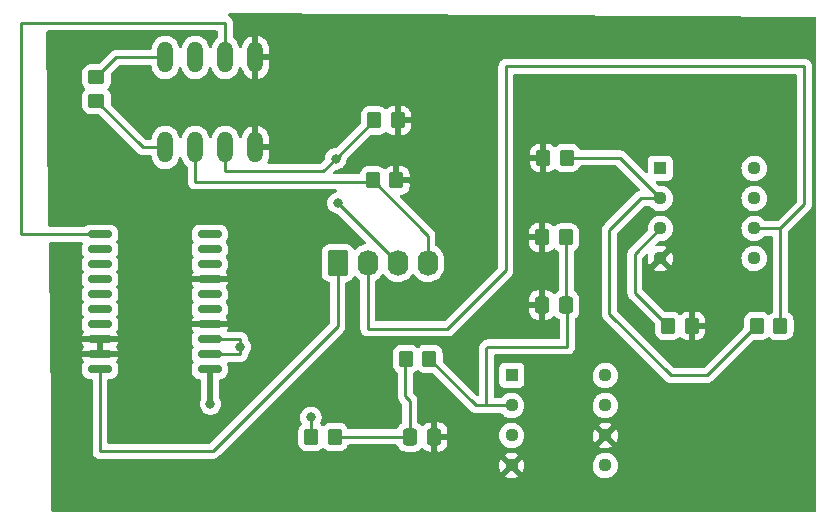
<source format=gbr>
%TF.GenerationSoftware,KiCad,Pcbnew,(6.0.1)*%
%TF.CreationDate,2022-03-08T16:04:31-06:00*%
%TF.ProjectId,senior_design,73656e69-6f72-45f6-9465-7369676e2e6b,rev?*%
%TF.SameCoordinates,Original*%
%TF.FileFunction,Copper,L1,Top*%
%TF.FilePolarity,Positive*%
%FSLAX46Y46*%
G04 Gerber Fmt 4.6, Leading zero omitted, Abs format (unit mm)*
G04 Created by KiCad (PCBNEW (6.0.1)) date 2022-03-08 16:04:31*
%MOMM*%
%LPD*%
G01*
G04 APERTURE LIST*
G04 Aperture macros list*
%AMRoundRect*
0 Rectangle with rounded corners*
0 $1 Rounding radius*
0 $2 $3 $4 $5 $6 $7 $8 $9 X,Y pos of 4 corners*
0 Add a 4 corners polygon primitive as box body*
4,1,4,$2,$3,$4,$5,$6,$7,$8,$9,$2,$3,0*
0 Add four circle primitives for the rounded corners*
1,1,$1+$1,$2,$3*
1,1,$1+$1,$4,$5*
1,1,$1+$1,$6,$7*
1,1,$1+$1,$8,$9*
0 Add four rect primitives between the rounded corners*
20,1,$1+$1,$2,$3,$4,$5,0*
20,1,$1+$1,$4,$5,$6,$7,0*
20,1,$1+$1,$6,$7,$8,$9,0*
20,1,$1+$1,$8,$9,$2,$3,0*%
G04 Aperture macros list end*
%TA.AperFunction,SMDPad,CuDef*%
%ADD10RoundRect,0.250000X0.350000X0.450000X-0.350000X0.450000X-0.350000X-0.450000X0.350000X-0.450000X0*%
%TD*%
%TA.AperFunction,ComponentPad*%
%ADD11O,1.320800X2.641600*%
%TD*%
%TA.AperFunction,SMDPad,CuDef*%
%ADD12RoundRect,0.250000X0.337500X0.475000X-0.337500X0.475000X-0.337500X-0.475000X0.337500X-0.475000X0*%
%TD*%
%TA.AperFunction,ComponentPad*%
%ADD13R,1.130000X1.130000*%
%TD*%
%TA.AperFunction,ComponentPad*%
%ADD14C,1.130000*%
%TD*%
%TA.AperFunction,SMDPad,CuDef*%
%ADD15RoundRect,0.250000X-0.350000X-0.450000X0.350000X-0.450000X0.350000X0.450000X-0.350000X0.450000X0*%
%TD*%
%TA.AperFunction,SMDPad,CuDef*%
%ADD16RoundRect,0.150000X-0.875000X-0.150000X0.875000X-0.150000X0.875000X0.150000X-0.875000X0.150000X0*%
%TD*%
%TA.AperFunction,SMDPad,CuDef*%
%ADD17RoundRect,0.250000X-0.337500X-0.475000X0.337500X-0.475000X0.337500X0.475000X-0.337500X0.475000X0*%
%TD*%
%TA.AperFunction,ComponentPad*%
%ADD18RoundRect,0.250000X-0.620000X-0.845000X0.620000X-0.845000X0.620000X0.845000X-0.620000X0.845000X0*%
%TD*%
%TA.AperFunction,ComponentPad*%
%ADD19O,1.740000X2.190000*%
%TD*%
%TA.AperFunction,SMDPad,CuDef*%
%ADD20RoundRect,0.250000X0.450000X-0.350000X0.450000X0.350000X-0.450000X0.350000X-0.450000X-0.350000X0*%
%TD*%
%TA.AperFunction,ViaPad*%
%ADD21C,0.800000*%
%TD*%
%TA.AperFunction,Conductor*%
%ADD22C,0.250000*%
%TD*%
%TA.AperFunction,Conductor*%
%ADD23C,0.508000*%
%TD*%
%TA.AperFunction,Conductor*%
%ADD24C,0.254000*%
%TD*%
G04 APERTURE END LIST*
D10*
%TO.P,R30,1*%
%TO.N,Net-(J1-Pad2)*%
X151892000Y-87122000D03*
%TO.P,R30,2*%
%TO.N,Net-(R26-Pad2)*%
X149892000Y-87122000D03*
%TD*%
D11*
%TO.P,U3,1,Rg*%
%TO.N,Net-(R5-Pad1)*%
X99822000Y-72009000D03*
%TO.P,U3,2,-*%
%TO.N,Net-(R2-Pad1)*%
X102362000Y-72009000D03*
%TO.P,U3,3,+*%
%TO.N,Net-(R1-Pad1)*%
X104902000Y-72009000D03*
%TO.P,U3,4,Vs-*%
%TO.N,GND*%
X107442000Y-72009000D03*
%TO.P,U3,5,Ref*%
X107442000Y-64389000D03*
%TO.P,U3,6*%
%TO.N,Net-(U4-Pad1)*%
X104902000Y-64389000D03*
%TO.P,U3,7,Vs+*%
%TO.N,+5V*%
X102362000Y-64389000D03*
%TO.P,U3,8,Rg*%
%TO.N,Net-(R5-Pad2)*%
X99822000Y-64389000D03*
%TD*%
D12*
%TO.P,C2,1*%
%TO.N,GND*%
X122598000Y-96520000D03*
%TO.P,C2,2*%
%TO.N,Net-(C2-Pad2)*%
X120523000Y-96520000D03*
%TD*%
D13*
%TO.P,U7,1,OFFSET_N1*%
%TO.N,unconnected-(U7-Pad1)*%
X129126000Y-91313000D03*
D14*
%TO.P,U7,2,IN-*%
%TO.N,Net-(C5-Pad2)*%
X129126000Y-93853000D03*
%TO.P,U7,3,IN+*%
%TO.N,unconnected-(U7-Pad3)*%
X129126000Y-96393000D03*
%TO.P,U7,4,VCC-*%
%TO.N,GND*%
X129126000Y-98933000D03*
%TO.P,U7,5,OFFSET_N2*%
%TO.N,unconnected-(U7-Pad5)*%
X137066000Y-98933000D03*
%TO.P,U7,6,OUT*%
%TO.N,GND*%
X137066000Y-96393000D03*
%TO.P,U7,7,VCC+*%
%TO.N,+5V*%
X137066000Y-93853000D03*
%TO.P,U7,8*%
%TO.N,N/C*%
X137066000Y-91313000D03*
%TD*%
D15*
%TO.P,R1,1*%
%TO.N,Net-(R1-Pad1)*%
X117491000Y-69723000D03*
%TO.P,R1,2*%
%TO.N,GND*%
X119491000Y-69723000D03*
%TD*%
D10*
%TO.P,R14,1*%
%TO.N,Net-(C5-Pad2)*%
X122174000Y-89916000D03*
%TO.P,R14,2*%
%TO.N,Net-(C2-Pad2)*%
X120174000Y-89916000D03*
%TD*%
D15*
%TO.P,R19,1*%
%TO.N,GND*%
X131731000Y-79629000D03*
%TO.P,R19,2*%
%TO.N,Net-(C5-Pad2)*%
X133731000Y-79629000D03*
%TD*%
D13*
%TO.P,U11,1,OFFSET_N1*%
%TO.N,unconnected-(U11-Pad1)*%
X141731995Y-73787000D03*
D14*
%TO.P,U11,2,IN-*%
%TO.N,Net-(R26-Pad2)*%
X141731995Y-76327000D03*
%TO.P,U11,3,IN+*%
%TO.N,Net-(R22-Pad1)*%
X141731995Y-78867000D03*
%TO.P,U11,4,VCC-*%
%TO.N,GND*%
X141731995Y-81407000D03*
%TO.P,U11,5,OFFSET_N2*%
%TO.N,unconnected-(U11-Pad5)*%
X149671995Y-81407000D03*
%TO.P,U11,6,OUT*%
%TO.N,Net-(J1-Pad2)*%
X149671995Y-78867000D03*
%TO.P,U11,7,VCC+*%
%TO.N,+5V*%
X149671995Y-76327000D03*
%TO.P,U11,8*%
%TO.N,N/C*%
X149671995Y-73787000D03*
%TD*%
D15*
%TO.P,R2,1*%
%TO.N,Net-(R2-Pad1)*%
X117380000Y-74803000D03*
%TO.P,R2,2*%
%TO.N,GND*%
X119380000Y-74803000D03*
%TD*%
%TO.P,R26,1*%
%TO.N,GND*%
X131826000Y-72898000D03*
%TO.P,R26,2*%
%TO.N,Net-(R26-Pad2)*%
X133826000Y-72898000D03*
%TD*%
D10*
%TO.P,R11,1*%
%TO.N,Net-(C2-Pad2)*%
X114173000Y-96520000D03*
%TO.P,R11,2*%
%TO.N,Net-(R11-Pad2)*%
X112173000Y-96520000D03*
%TD*%
D16*
%TO.P,U4,1,RinA*%
%TO.N,Net-(U4-Pad1)*%
X94283000Y-79375000D03*
%TO.P,U4,2,CHA+*%
%TO.N,unconnected-(U4-Pad2)*%
X94283000Y-80645000D03*
%TO.P,U4,3,DIFF_OFF_ADJ1*%
%TO.N,unconnected-(U4-Pad3)*%
X94283000Y-81915000D03*
%TO.P,U4,4,DIFF_OFF_ADJ2*%
%TO.N,unconnected-(U4-Pad4)*%
X94283000Y-83185000D03*
%TO.P,U4,5,CM_OFF_ADJ1*%
%TO.N,unconnected-(U4-Pad5)*%
X94283000Y-84455000D03*
%TO.P,U4,6,CM_OFF_ADJ2*%
%TO.N,unconnected-(U4-Pad6)*%
X94283000Y-85725000D03*
%TO.P,U4,7,B/~{A}*%
%TO.N,unconnected-(U4-Pad7)*%
X94283000Y-86995000D03*
%TO.P,U4,8,VS-*%
%TO.N,GND*%
X94283000Y-88265000D03*
%TO.P,U4,9,SEL_B*%
X94283000Y-89535000D03*
%TO.P,U4,10,SEL_A*%
%TO.N,Net-(U4-Pad10)*%
X94283000Y-90805000D03*
%TO.P,U4,11,VS+*%
%TO.N,+5V*%
X103583000Y-90805000D03*
%TO.P,U4,12,COMP*%
%TO.N,Net-(R11-Pad2)*%
X103583000Y-89535000D03*
%TO.P,U4,13,Vout*%
X103583000Y-88265000D03*
%TO.P,U4,14,RB*%
%TO.N,GND*%
X103583000Y-86995000D03*
%TO.P,U4,15,RF*%
%TO.N,Net-(U4-Pad15)*%
X103583000Y-85725000D03*
%TO.P,U4,16,RA*%
%TO.N,unconnected-(U4-Pad16)*%
X103583000Y-84455000D03*
%TO.P,U4,17,RinB*%
%TO.N,GND*%
X103583000Y-83185000D03*
%TO.P,U4,18,CHB+*%
%TO.N,unconnected-(U4-Pad18)*%
X103583000Y-81915000D03*
%TO.P,U4,19,CHB-*%
%TO.N,Net-(U4-Pad15)*%
X103583000Y-80645000D03*
%TO.P,U4,20,CHA-*%
X103583000Y-79375000D03*
%TD*%
D17*
%TO.P,C5,1*%
%TO.N,GND*%
X131699000Y-85344000D03*
%TO.P,C5,2*%
%TO.N,Net-(C5-Pad2)*%
X133774000Y-85344000D03*
%TD*%
D18*
%TO.P,J1,1,Pin_1*%
%TO.N,Net-(U4-Pad10)*%
X114427000Y-81788000D03*
D19*
%TO.P,J1,2,Pin_2*%
%TO.N,Net-(J1-Pad2)*%
X116967000Y-81788000D03*
%TO.P,J1,3,Pin_3*%
%TO.N,Net-(R1-Pad1)*%
X119507000Y-81788000D03*
%TO.P,J1,4,Pin_4*%
%TO.N,Net-(R2-Pad1)*%
X122047000Y-81788000D03*
%TD*%
D15*
%TO.P,R22,1*%
%TO.N,Net-(R22-Pad1)*%
X142399000Y-87122000D03*
%TO.P,R22,2*%
%TO.N,GND*%
X144399000Y-87122000D03*
%TD*%
D20*
%TO.P,R5,1*%
%TO.N,Net-(R5-Pad1)*%
X93980000Y-68072000D03*
%TO.P,R5,2*%
%TO.N,Net-(R5-Pad2)*%
X93980000Y-66072000D03*
%TD*%
D21*
%TO.N,+5V*%
X103632000Y-93726000D03*
%TO.N,Net-(R11-Pad2)*%
X106172000Y-88900000D03*
X112141000Y-94869000D03*
%TO.N,Net-(R1-Pad1)*%
X114427000Y-76708000D03*
X114244500Y-72969500D03*
%TD*%
D22*
%TO.N,Net-(C2-Pad2)*%
X120523000Y-96520000D02*
X120523000Y-93472000D01*
X120142000Y-89948000D02*
X120174000Y-89916000D01*
X120142000Y-93091000D02*
X120142000Y-89948000D01*
X120523000Y-93472000D02*
X120142000Y-93091000D01*
X120523000Y-90265000D02*
X120174000Y-89916000D01*
X114173000Y-96520000D02*
X120523000Y-96520000D01*
%TO.N,Net-(C5-Pad2)*%
X129126000Y-93853000D02*
X127000000Y-93853000D01*
X133774000Y-79672000D02*
X133731000Y-79629000D01*
X127127000Y-88900000D02*
X133858000Y-88900000D01*
X127000000Y-89027000D02*
X127127000Y-88900000D01*
X127000000Y-93853000D02*
X127000000Y-89027000D01*
X133858000Y-85428000D02*
X133774000Y-85344000D01*
X133858000Y-88900000D02*
X133858000Y-85428000D01*
X126111000Y-93853000D02*
X122174000Y-89916000D01*
X133774000Y-85344000D02*
X133774000Y-79672000D01*
X127000000Y-93853000D02*
X126111000Y-93853000D01*
D23*
%TO.N,+5V*%
X103583000Y-90805000D02*
X103583000Y-93677000D01*
X103583000Y-93677000D02*
X103632000Y-93726000D01*
D22*
%TO.N,Net-(R5-Pad1)*%
X99822000Y-72009000D02*
X97917000Y-72009000D01*
X97917000Y-72009000D02*
X93980000Y-68072000D01*
%TO.N,Net-(R5-Pad2)*%
X99822000Y-64389000D02*
X95663000Y-64389000D01*
X95663000Y-64389000D02*
X93980000Y-66072000D01*
%TO.N,Net-(R11-Pad2)*%
X106172000Y-88265000D02*
X106172000Y-88900000D01*
X112141000Y-96488000D02*
X112173000Y-96520000D01*
X103583000Y-88265000D02*
X106172000Y-88265000D01*
X106172000Y-89535000D02*
X103583000Y-89535000D01*
X106172000Y-88900000D02*
X106172000Y-89535000D01*
X112141000Y-94869000D02*
X112141000Y-96488000D01*
D24*
%TO.N,Net-(R22-Pad1)*%
X142399000Y-87122000D02*
X139605000Y-84328000D01*
X139605000Y-84328000D02*
X139573000Y-84328000D01*
X139573000Y-84328000D02*
X139573000Y-81025995D01*
X139573000Y-81025995D02*
X141731995Y-78867000D01*
D22*
%TO.N,Net-(R26-Pad2)*%
X137414000Y-86106000D02*
X142621000Y-91313000D01*
X138302995Y-72898000D02*
X133826000Y-72898000D01*
X145669000Y-91313000D02*
X149860000Y-87122000D01*
X141731995Y-76327000D02*
X138302995Y-72898000D01*
X149860000Y-87122000D02*
X149892000Y-87122000D01*
X140081000Y-76327000D02*
X137414000Y-78994000D01*
X142621000Y-91313000D02*
X145669000Y-91313000D01*
X141731995Y-76327000D02*
X140081000Y-76327000D01*
X137414000Y-78994000D02*
X137414000Y-86106000D01*
%TO.N,Net-(R1-Pad1)*%
X113173000Y-74041000D02*
X114244500Y-72969500D01*
D24*
X119507000Y-81788000D02*
X114427000Y-76708000D01*
D22*
X104902000Y-72009000D02*
X104902000Y-74041000D01*
X104902000Y-74041000D02*
X113173000Y-74041000D01*
X114244500Y-72969500D02*
X117491000Y-69723000D01*
%TO.N,Net-(R2-Pad1)*%
X117380000Y-74803000D02*
X122047000Y-79470000D01*
X122047000Y-79470000D02*
X122047000Y-81788000D01*
X102362000Y-74930000D02*
X117253000Y-74930000D01*
X102362000Y-72009000D02*
X102362000Y-74930000D01*
X117253000Y-74930000D02*
X117380000Y-74803000D01*
%TO.N,Net-(U4-Pad1)*%
X87630000Y-79375000D02*
X94283000Y-79375000D01*
X104902000Y-64389000D02*
X104902000Y-61468000D01*
X87630000Y-61468000D02*
X87630000Y-79375000D01*
X104902000Y-61468000D02*
X87630000Y-61468000D01*
%TO.N,Net-(U4-Pad10)*%
X94283000Y-97741000D02*
X103808000Y-97741000D01*
X103808000Y-97741000D02*
X114427000Y-87122000D01*
X94283000Y-90805000D02*
X94283000Y-97741000D01*
X114427000Y-87122000D02*
X114427000Y-81788000D01*
%TO.N,Net-(J1-Pad2)*%
X153924000Y-65151000D02*
X153924000Y-76835000D01*
X151892000Y-87122000D02*
X151892000Y-78867000D01*
D24*
X128651000Y-82423000D02*
X128651000Y-77724000D01*
D22*
X128651000Y-77724000D02*
X128651000Y-65151000D01*
D24*
X116967000Y-87376000D02*
X123698000Y-87376000D01*
D22*
X128651000Y-65151000D02*
X153924000Y-65151000D01*
X151892000Y-78867000D02*
X149671995Y-78867000D01*
D24*
X123698000Y-87376000D02*
X128651000Y-82423000D01*
D22*
X153924000Y-76835000D02*
X151892000Y-78867000D01*
D24*
X116967000Y-81788000D02*
X116967000Y-87376000D01*
%TD*%
%TA.AperFunction,Conductor*%
%TO.N,GND*%
G36*
X154814768Y-60959245D02*
G01*
X154882765Y-60979657D01*
X154928934Y-61033592D01*
X154940007Y-61085236D01*
X154941073Y-79482080D01*
X154942263Y-100009395D01*
X154942421Y-102743998D01*
X154922423Y-102812120D01*
X154868770Y-102858616D01*
X154816421Y-102870005D01*
X122555305Y-102870002D01*
X90296000Y-102870000D01*
X90227879Y-102849998D01*
X90181386Y-102796342D01*
X90170000Y-102744000D01*
X90170000Y-100330000D01*
X90164495Y-99849059D01*
X128574302Y-99849059D01*
X128584184Y-99861548D01*
X128607009Y-99876799D01*
X128617123Y-99882291D01*
X128787697Y-99955576D01*
X128798640Y-99959131D01*
X128979708Y-100000103D01*
X128991118Y-100001605D01*
X129176629Y-100008893D01*
X129188111Y-100008291D01*
X129371846Y-99981652D01*
X129383029Y-99978967D01*
X129558826Y-99919292D01*
X129569339Y-99914611D01*
X129668313Y-99859182D01*
X129678178Y-99849104D01*
X129675222Y-99841432D01*
X129138812Y-99305022D01*
X129124868Y-99297408D01*
X129123035Y-99297539D01*
X129116420Y-99301790D01*
X128580498Y-99837712D01*
X128574302Y-99849059D01*
X90164495Y-99849059D01*
X90153754Y-98910558D01*
X128049150Y-98910558D01*
X128061292Y-99095805D01*
X128063093Y-99107175D01*
X128108789Y-99287107D01*
X128112631Y-99297956D01*
X128190358Y-99466557D01*
X128196105Y-99476511D01*
X128196902Y-99477640D01*
X128207490Y-99486027D01*
X128220791Y-99478999D01*
X128753978Y-98945812D01*
X128760356Y-98934132D01*
X129490408Y-98934132D01*
X129490539Y-98935965D01*
X129494790Y-98942580D01*
X130030518Y-99478308D01*
X130042898Y-99485068D01*
X130049478Y-99480142D01*
X130107611Y-99376339D01*
X130112292Y-99365826D01*
X130171967Y-99190029D01*
X130174652Y-99178846D01*
X130201587Y-98993071D01*
X130202217Y-98985689D01*
X130203500Y-98936704D01*
X130203257Y-98929305D01*
X130201004Y-98904779D01*
X135988270Y-98904779D01*
X136001174Y-99101652D01*
X136049739Y-99292877D01*
X136132339Y-99472049D01*
X136246207Y-99633169D01*
X136387530Y-99770840D01*
X136392326Y-99774045D01*
X136392329Y-99774047D01*
X136457809Y-99817799D01*
X136551576Y-99880452D01*
X136556879Y-99882730D01*
X136556882Y-99882732D01*
X136726432Y-99955576D01*
X136732849Y-99958333D01*
X136824038Y-99978967D01*
X136919644Y-100000601D01*
X136919647Y-100000601D01*
X136925280Y-100001876D01*
X136931051Y-100002103D01*
X136931053Y-100002103D01*
X136990054Y-100004421D01*
X137122423Y-100009622D01*
X137237789Y-99992894D01*
X137311955Y-99982141D01*
X137311959Y-99982140D01*
X137317677Y-99981311D01*
X137323149Y-99979453D01*
X137323151Y-99979453D01*
X137499038Y-99919747D01*
X137499040Y-99919746D01*
X137504502Y-99917892D01*
X137627333Y-99849104D01*
X137671605Y-99824311D01*
X137671606Y-99824310D01*
X137676642Y-99821490D01*
X137828331Y-99695331D01*
X137954490Y-99543642D01*
X138050892Y-99371502D01*
X138079541Y-99287107D01*
X138112453Y-99190151D01*
X138112453Y-99190149D01*
X138114311Y-99184677D01*
X138115157Y-99178846D01*
X138142089Y-98993096D01*
X138142622Y-98989423D01*
X138144099Y-98933000D01*
X138126046Y-98736532D01*
X138119887Y-98714692D01*
X138074060Y-98552203D01*
X138074059Y-98552201D01*
X138072492Y-98546644D01*
X138062381Y-98526139D01*
X137987786Y-98374876D01*
X137985231Y-98369695D01*
X137967407Y-98345825D01*
X137870637Y-98216235D01*
X137870636Y-98216234D01*
X137867184Y-98211611D01*
X137844764Y-98190886D01*
X137726546Y-98081607D01*
X137726544Y-98081605D01*
X137722305Y-98077687D01*
X137555447Y-97972407D01*
X137372197Y-97899297D01*
X137366529Y-97898170D01*
X137366527Y-97898169D01*
X137184360Y-97861934D01*
X137184356Y-97861934D01*
X137178692Y-97860807D01*
X137172917Y-97860731D01*
X137172913Y-97860731D01*
X137074267Y-97859440D01*
X136981413Y-97858224D01*
X136975716Y-97859203D01*
X136975715Y-97859203D01*
X136792664Y-97890657D01*
X136786967Y-97891636D01*
X136601866Y-97959924D01*
X136596905Y-97962876D01*
X136596904Y-97962876D01*
X136437277Y-98057844D01*
X136437274Y-98057846D01*
X136432309Y-98060800D01*
X136427969Y-98064606D01*
X136427965Y-98064609D01*
X136305060Y-98172395D01*
X136283975Y-98190886D01*
X136280399Y-98195422D01*
X136271688Y-98206472D01*
X136161830Y-98345825D01*
X136159141Y-98350936D01*
X136159139Y-98350939D01*
X136112732Y-98439144D01*
X136069966Y-98520429D01*
X136011460Y-98708851D01*
X135988270Y-98904779D01*
X130201004Y-98904779D01*
X130186082Y-98742378D01*
X130183985Y-98731064D01*
X130133591Y-98552383D01*
X130129469Y-98541644D01*
X130053954Y-98388515D01*
X130044407Y-98378138D01*
X130037974Y-98380236D01*
X129498022Y-98920188D01*
X129490408Y-98934132D01*
X128760356Y-98934132D01*
X128761592Y-98931868D01*
X128761461Y-98930035D01*
X128757210Y-98923420D01*
X128220459Y-98386669D01*
X128208079Y-98379909D01*
X128202113Y-98384375D01*
X128133122Y-98515505D01*
X128128717Y-98526139D01*
X128073664Y-98703438D01*
X128071272Y-98714692D01*
X128049451Y-98899057D01*
X128049150Y-98910558D01*
X90153754Y-98910558D01*
X90093242Y-93623334D01*
X90034959Y-88530871D01*
X92756456Y-88530871D01*
X92797107Y-88670790D01*
X92803352Y-88685221D01*
X92879912Y-88814678D01*
X92886189Y-88822770D01*
X92912139Y-88888854D01*
X92898241Y-88958477D01*
X92886189Y-88977230D01*
X92879912Y-88985322D01*
X92803352Y-89114779D01*
X92797107Y-89129210D01*
X92758061Y-89263605D01*
X92758101Y-89277706D01*
X92765370Y-89281000D01*
X94010885Y-89281000D01*
X94026124Y-89276525D01*
X94027329Y-89275135D01*
X94029000Y-89267452D01*
X94029000Y-89262885D01*
X94537000Y-89262885D01*
X94541475Y-89278124D01*
X94542865Y-89279329D01*
X94550548Y-89281000D01*
X95794878Y-89281000D01*
X95808409Y-89277027D01*
X95809544Y-89269129D01*
X95768893Y-89129210D01*
X95762648Y-89114779D01*
X95686088Y-88985322D01*
X95679811Y-88977230D01*
X95653861Y-88911146D01*
X95667759Y-88841523D01*
X95679811Y-88822770D01*
X95686088Y-88814678D01*
X95762648Y-88685221D01*
X95768893Y-88670790D01*
X95807939Y-88536395D01*
X95807899Y-88522294D01*
X95800630Y-88519000D01*
X94555115Y-88519000D01*
X94539876Y-88523475D01*
X94538671Y-88524865D01*
X94537000Y-88532548D01*
X94537000Y-89262885D01*
X94029000Y-89262885D01*
X94029000Y-88537115D01*
X94024525Y-88521876D01*
X94023135Y-88520671D01*
X94015452Y-88519000D01*
X92771122Y-88519000D01*
X92757591Y-88522973D01*
X92756456Y-88530871D01*
X90034959Y-88530871D01*
X89938880Y-80135942D01*
X89958101Y-80067597D01*
X90011221Y-80020493D01*
X90064872Y-80008500D01*
X92709776Y-80008500D01*
X92777897Y-80028502D01*
X92824390Y-80082158D01*
X92834494Y-80152432D01*
X92818231Y-80198636D01*
X92798855Y-80231399D01*
X92796644Y-80239010D01*
X92796643Y-80239012D01*
X92793863Y-80248581D01*
X92752438Y-80391169D01*
X92751934Y-80397574D01*
X92751933Y-80397579D01*
X92749693Y-80426042D01*
X92749500Y-80428498D01*
X92749500Y-80861502D01*
X92749693Y-80863950D01*
X92749693Y-80863958D01*
X92751756Y-80890163D01*
X92752438Y-80898831D01*
X92776861Y-80982895D01*
X92789443Y-81026203D01*
X92798855Y-81058601D01*
X92883547Y-81201807D01*
X92886229Y-81204489D01*
X92911502Y-81268861D01*
X92897600Y-81338484D01*
X92887428Y-81354312D01*
X92883547Y-81358193D01*
X92798855Y-81501399D01*
X92752438Y-81661169D01*
X92749500Y-81698498D01*
X92749500Y-82131502D01*
X92749693Y-82133950D01*
X92749693Y-82133958D01*
X92751725Y-82159768D01*
X92752438Y-82168831D01*
X92798855Y-82328601D01*
X92883547Y-82471807D01*
X92886229Y-82474489D01*
X92911502Y-82538861D01*
X92897600Y-82608484D01*
X92887428Y-82624312D01*
X92883547Y-82628193D01*
X92798855Y-82771399D01*
X92796644Y-82779010D01*
X92796643Y-82779012D01*
X92794072Y-82787861D01*
X92752438Y-82931169D01*
X92749500Y-82968498D01*
X92749500Y-83401502D01*
X92752438Y-83438831D01*
X92772804Y-83508931D01*
X92796586Y-83590790D01*
X92798855Y-83598601D01*
X92883547Y-83741807D01*
X92886229Y-83744489D01*
X92911502Y-83808861D01*
X92897600Y-83878484D01*
X92887428Y-83894312D01*
X92883547Y-83898193D01*
X92798855Y-84041399D01*
X92752438Y-84201169D01*
X92749500Y-84238498D01*
X92749500Y-84671502D01*
X92752438Y-84708831D01*
X92770656Y-84771537D01*
X92790776Y-84840791D01*
X92798855Y-84868601D01*
X92883547Y-85011807D01*
X92886229Y-85014489D01*
X92911502Y-85078861D01*
X92897600Y-85148484D01*
X92887428Y-85164312D01*
X92883547Y-85168193D01*
X92798855Y-85311399D01*
X92752438Y-85471169D01*
X92749500Y-85508498D01*
X92749500Y-85941502D01*
X92749693Y-85943950D01*
X92749693Y-85943958D01*
X92751602Y-85968206D01*
X92752438Y-85978831D01*
X92766500Y-86027233D01*
X92792277Y-86115958D01*
X92798855Y-86138601D01*
X92883547Y-86281807D01*
X92886229Y-86284489D01*
X92911502Y-86348861D01*
X92897600Y-86418484D01*
X92887428Y-86434312D01*
X92883547Y-86438193D01*
X92798855Y-86581399D01*
X92796644Y-86589010D01*
X92796643Y-86589012D01*
X92789238Y-86614500D01*
X92752438Y-86741169D01*
X92749500Y-86778498D01*
X92749500Y-87211502D01*
X92752438Y-87248831D01*
X92778780Y-87339501D01*
X92796586Y-87400790D01*
X92798855Y-87408601D01*
X92883547Y-87551807D01*
X92886487Y-87554747D01*
X92911820Y-87619266D01*
X92897921Y-87688889D01*
X92885874Y-87707636D01*
X92879910Y-87715324D01*
X92803352Y-87844779D01*
X92797107Y-87859210D01*
X92758061Y-87993605D01*
X92758101Y-88007706D01*
X92765370Y-88011000D01*
X95794878Y-88011000D01*
X95808409Y-88007027D01*
X95809544Y-87999129D01*
X95768893Y-87859210D01*
X95762648Y-87844779D01*
X95686089Y-87715323D01*
X95680129Y-87707640D01*
X95654180Y-87641556D01*
X95668078Y-87571933D01*
X95678421Y-87555839D01*
X95682453Y-87551807D01*
X95767145Y-87408601D01*
X95769415Y-87400790D01*
X95787220Y-87339501D01*
X95813562Y-87248831D01*
X95816500Y-87211502D01*
X95816500Y-86778498D01*
X95813562Y-86741169D01*
X95776762Y-86614500D01*
X95769357Y-86589012D01*
X95769356Y-86589010D01*
X95767145Y-86581399D01*
X95682453Y-86438193D01*
X95679771Y-86435511D01*
X95654498Y-86371139D01*
X95668400Y-86301516D01*
X95678572Y-86285688D01*
X95682453Y-86281807D01*
X95767145Y-86138601D01*
X95773724Y-86115958D01*
X95799500Y-86027233D01*
X95813562Y-85978831D01*
X95814399Y-85968206D01*
X95816307Y-85943958D01*
X95816307Y-85943950D01*
X95816500Y-85941502D01*
X102049500Y-85941502D01*
X102049693Y-85943950D01*
X102049693Y-85943958D01*
X102051602Y-85968206D01*
X102052438Y-85978831D01*
X102066500Y-86027233D01*
X102092277Y-86115958D01*
X102098855Y-86138601D01*
X102183547Y-86281807D01*
X102186487Y-86284747D01*
X102211820Y-86349266D01*
X102197921Y-86418889D01*
X102185874Y-86437636D01*
X102179910Y-86445324D01*
X102103352Y-86574779D01*
X102097107Y-86589210D01*
X102058061Y-86723605D01*
X102058101Y-86737706D01*
X102065370Y-86741000D01*
X105094878Y-86741000D01*
X105108409Y-86737027D01*
X105109544Y-86729129D01*
X105068893Y-86589210D01*
X105062648Y-86574779D01*
X104986089Y-86445323D01*
X104980129Y-86437640D01*
X104954180Y-86371556D01*
X104968078Y-86301933D01*
X104978421Y-86285839D01*
X104982453Y-86281807D01*
X105067145Y-86138601D01*
X105073724Y-86115958D01*
X105099500Y-86027233D01*
X105113562Y-85978831D01*
X105114399Y-85968206D01*
X105116307Y-85943958D01*
X105116307Y-85943950D01*
X105116500Y-85941502D01*
X105116500Y-85508498D01*
X105113562Y-85471169D01*
X105067145Y-85311399D01*
X104982453Y-85168193D01*
X104979771Y-85165511D01*
X104954498Y-85101139D01*
X104968400Y-85031516D01*
X104978572Y-85015688D01*
X104982453Y-85011807D01*
X105067145Y-84868601D01*
X105075225Y-84840791D01*
X105095344Y-84771537D01*
X105113562Y-84708831D01*
X105116500Y-84671502D01*
X105116500Y-84238498D01*
X105113562Y-84201169D01*
X105067145Y-84041399D01*
X104982453Y-83898193D01*
X104979513Y-83895253D01*
X104954180Y-83830734D01*
X104968079Y-83761111D01*
X104980126Y-83742364D01*
X104986090Y-83734676D01*
X105062648Y-83605221D01*
X105068893Y-83590790D01*
X105107939Y-83456395D01*
X105107899Y-83442294D01*
X105100630Y-83439000D01*
X102071122Y-83439000D01*
X102057591Y-83442973D01*
X102056456Y-83450871D01*
X102097107Y-83590790D01*
X102103352Y-83605221D01*
X102179911Y-83734677D01*
X102185871Y-83742360D01*
X102211820Y-83808444D01*
X102197922Y-83878067D01*
X102187579Y-83894161D01*
X102183547Y-83898193D01*
X102098855Y-84041399D01*
X102052438Y-84201169D01*
X102049500Y-84238498D01*
X102049500Y-84671502D01*
X102052438Y-84708831D01*
X102070656Y-84771537D01*
X102090776Y-84840791D01*
X102098855Y-84868601D01*
X102183547Y-85011807D01*
X102186229Y-85014489D01*
X102211502Y-85078861D01*
X102197600Y-85148484D01*
X102187428Y-85164312D01*
X102183547Y-85168193D01*
X102098855Y-85311399D01*
X102052438Y-85471169D01*
X102049500Y-85508498D01*
X102049500Y-85941502D01*
X95816500Y-85941502D01*
X95816500Y-85508498D01*
X95813562Y-85471169D01*
X95767145Y-85311399D01*
X95682453Y-85168193D01*
X95679771Y-85165511D01*
X95654498Y-85101139D01*
X95668400Y-85031516D01*
X95678572Y-85015688D01*
X95682453Y-85011807D01*
X95767145Y-84868601D01*
X95775225Y-84840791D01*
X95795344Y-84771537D01*
X95813562Y-84708831D01*
X95816500Y-84671502D01*
X95816500Y-84238498D01*
X95813562Y-84201169D01*
X95767145Y-84041399D01*
X95682453Y-83898193D01*
X95679771Y-83895511D01*
X95654498Y-83831139D01*
X95668400Y-83761516D01*
X95678572Y-83745688D01*
X95682453Y-83741807D01*
X95767145Y-83598601D01*
X95769415Y-83590790D01*
X95793196Y-83508931D01*
X95813562Y-83438831D01*
X95816500Y-83401502D01*
X95816500Y-82968498D01*
X95813562Y-82931169D01*
X95771928Y-82787861D01*
X95769357Y-82779012D01*
X95769356Y-82779010D01*
X95767145Y-82771399D01*
X95682453Y-82628193D01*
X95679771Y-82625511D01*
X95654498Y-82561139D01*
X95668400Y-82491516D01*
X95678572Y-82475688D01*
X95682453Y-82471807D01*
X95767145Y-82328601D01*
X95813562Y-82168831D01*
X95814276Y-82159768D01*
X95816307Y-82133958D01*
X95816307Y-82133950D01*
X95816500Y-82131502D01*
X102049500Y-82131502D01*
X102049693Y-82133950D01*
X102049693Y-82133958D01*
X102051725Y-82159768D01*
X102052438Y-82168831D01*
X102098855Y-82328601D01*
X102183547Y-82471807D01*
X102186487Y-82474747D01*
X102211820Y-82539266D01*
X102197921Y-82608889D01*
X102185874Y-82627636D01*
X102179910Y-82635324D01*
X102103352Y-82764779D01*
X102097107Y-82779210D01*
X102058061Y-82913605D01*
X102058101Y-82927706D01*
X102065370Y-82931000D01*
X105094878Y-82931000D01*
X105108409Y-82927027D01*
X105109544Y-82919129D01*
X105068893Y-82779210D01*
X105062648Y-82764779D01*
X104986089Y-82635323D01*
X104980129Y-82627640D01*
X104954180Y-82561556D01*
X104968078Y-82491933D01*
X104978421Y-82475839D01*
X104982453Y-82471807D01*
X105067145Y-82328601D01*
X105113562Y-82168831D01*
X105114276Y-82159768D01*
X105116307Y-82133958D01*
X105116307Y-82133950D01*
X105116500Y-82131502D01*
X105116500Y-81698498D01*
X105113562Y-81661169D01*
X105067145Y-81501399D01*
X104982453Y-81358193D01*
X104979771Y-81355511D01*
X104954498Y-81291139D01*
X104968400Y-81221516D01*
X104978572Y-81205688D01*
X104982453Y-81201807D01*
X105067145Y-81058601D01*
X105076558Y-81026203D01*
X105089139Y-80982895D01*
X105113562Y-80898831D01*
X105114245Y-80890163D01*
X105116307Y-80863958D01*
X105116307Y-80863950D01*
X105116500Y-80861502D01*
X105116500Y-80428498D01*
X105116307Y-80426042D01*
X105114067Y-80397579D01*
X105114066Y-80397574D01*
X105113562Y-80391169D01*
X105072137Y-80248581D01*
X105069357Y-80239012D01*
X105069356Y-80239010D01*
X105067145Y-80231399D01*
X104982453Y-80088193D01*
X104979771Y-80085511D01*
X104954498Y-80021139D01*
X104968400Y-79951516D01*
X104978572Y-79935688D01*
X104982453Y-79931807D01*
X105067145Y-79788601D01*
X105113562Y-79628831D01*
X105116500Y-79591502D01*
X105116500Y-79158498D01*
X105114404Y-79131866D01*
X105114067Y-79127579D01*
X105114066Y-79127574D01*
X105113562Y-79121169D01*
X105073082Y-78981835D01*
X105069357Y-78969012D01*
X105069356Y-78969010D01*
X105067145Y-78961399D01*
X105042493Y-78919715D01*
X104986491Y-78825020D01*
X104986489Y-78825017D01*
X104982453Y-78818193D01*
X104864807Y-78700547D01*
X104857983Y-78696511D01*
X104857980Y-78696509D01*
X104728427Y-78619892D01*
X104728428Y-78619892D01*
X104721601Y-78615855D01*
X104713990Y-78613644D01*
X104713988Y-78613643D01*
X104661769Y-78598472D01*
X104561831Y-78569438D01*
X104555426Y-78568934D01*
X104555421Y-78568933D01*
X104526958Y-78566693D01*
X104526950Y-78566693D01*
X104524502Y-78566500D01*
X102641498Y-78566500D01*
X102639050Y-78566693D01*
X102639042Y-78566693D01*
X102610579Y-78568933D01*
X102610574Y-78568934D01*
X102604169Y-78569438D01*
X102504231Y-78598472D01*
X102452012Y-78613643D01*
X102452010Y-78613644D01*
X102444399Y-78615855D01*
X102437572Y-78619892D01*
X102437573Y-78619892D01*
X102308020Y-78696509D01*
X102308017Y-78696511D01*
X102301193Y-78700547D01*
X102183547Y-78818193D01*
X102179511Y-78825017D01*
X102179509Y-78825020D01*
X102123507Y-78919715D01*
X102098855Y-78961399D01*
X102096644Y-78969010D01*
X102096643Y-78969012D01*
X102092918Y-78981835D01*
X102052438Y-79121169D01*
X102051934Y-79127574D01*
X102051933Y-79127579D01*
X102051596Y-79131866D01*
X102049500Y-79158498D01*
X102049500Y-79591502D01*
X102052438Y-79628831D01*
X102098855Y-79788601D01*
X102183547Y-79931807D01*
X102186229Y-79934489D01*
X102211502Y-79998861D01*
X102197600Y-80068484D01*
X102187428Y-80084312D01*
X102183547Y-80088193D01*
X102098855Y-80231399D01*
X102096644Y-80239010D01*
X102096643Y-80239012D01*
X102093863Y-80248581D01*
X102052438Y-80391169D01*
X102051934Y-80397574D01*
X102051933Y-80397579D01*
X102049693Y-80426042D01*
X102049500Y-80428498D01*
X102049500Y-80861502D01*
X102049693Y-80863950D01*
X102049693Y-80863958D01*
X102051756Y-80890163D01*
X102052438Y-80898831D01*
X102076861Y-80982895D01*
X102089443Y-81026203D01*
X102098855Y-81058601D01*
X102183547Y-81201807D01*
X102186229Y-81204489D01*
X102211502Y-81268861D01*
X102197600Y-81338484D01*
X102187428Y-81354312D01*
X102183547Y-81358193D01*
X102098855Y-81501399D01*
X102052438Y-81661169D01*
X102049500Y-81698498D01*
X102049500Y-82131502D01*
X95816500Y-82131502D01*
X95816500Y-81698498D01*
X95813562Y-81661169D01*
X95767145Y-81501399D01*
X95682453Y-81358193D01*
X95679771Y-81355511D01*
X95654498Y-81291139D01*
X95668400Y-81221516D01*
X95678572Y-81205688D01*
X95682453Y-81201807D01*
X95767145Y-81058601D01*
X95776558Y-81026203D01*
X95789139Y-80982895D01*
X95813562Y-80898831D01*
X95814245Y-80890163D01*
X95816307Y-80863958D01*
X95816307Y-80863950D01*
X95816500Y-80861502D01*
X95816500Y-80428498D01*
X95816307Y-80426042D01*
X95814067Y-80397579D01*
X95814066Y-80397574D01*
X95813562Y-80391169D01*
X95772137Y-80248581D01*
X95769357Y-80239012D01*
X95769356Y-80239010D01*
X95767145Y-80231399D01*
X95682453Y-80088193D01*
X95679771Y-80085511D01*
X95654498Y-80021139D01*
X95668400Y-79951516D01*
X95678572Y-79935688D01*
X95682453Y-79931807D01*
X95767145Y-79788601D01*
X95813562Y-79628831D01*
X95816500Y-79591502D01*
X95816500Y-79158498D01*
X95814404Y-79131866D01*
X95814067Y-79127579D01*
X95814066Y-79127574D01*
X95813562Y-79121169D01*
X95773082Y-78981835D01*
X95769357Y-78969012D01*
X95769356Y-78969010D01*
X95767145Y-78961399D01*
X95742493Y-78919715D01*
X95686491Y-78825020D01*
X95686489Y-78825017D01*
X95682453Y-78818193D01*
X95564807Y-78700547D01*
X95557983Y-78696511D01*
X95557980Y-78696509D01*
X95428427Y-78619892D01*
X95428428Y-78619892D01*
X95421601Y-78615855D01*
X95413990Y-78613644D01*
X95413988Y-78613643D01*
X95361769Y-78598472D01*
X95261831Y-78569438D01*
X95255426Y-78568934D01*
X95255421Y-78568933D01*
X95226958Y-78566693D01*
X95226950Y-78566693D01*
X95224502Y-78566500D01*
X93341498Y-78566500D01*
X93339050Y-78566693D01*
X93339042Y-78566693D01*
X93310579Y-78568933D01*
X93310574Y-78568934D01*
X93304169Y-78569438D01*
X93204231Y-78598472D01*
X93152012Y-78613643D01*
X93152010Y-78613644D01*
X93144399Y-78615855D01*
X93137572Y-78619892D01*
X93137573Y-78619892D01*
X93008020Y-78696509D01*
X93008017Y-78696511D01*
X93001193Y-78700547D01*
X92995585Y-78706155D01*
X92989325Y-78711011D01*
X92988156Y-78709504D01*
X92934833Y-78738621D01*
X92908050Y-78741500D01*
X90047486Y-78741500D01*
X89979365Y-78721498D01*
X89932872Y-78667842D01*
X89921494Y-78616942D01*
X89921457Y-78613643D01*
X89807650Y-68669854D01*
X89733934Y-62228942D01*
X89753155Y-62160597D01*
X89806275Y-62113493D01*
X89859926Y-62101500D01*
X104142500Y-62101500D01*
X104210621Y-62121502D01*
X104257114Y-62175158D01*
X104268500Y-62227500D01*
X104268500Y-62674287D01*
X104248498Y-62742408D01*
X104216671Y-62776106D01*
X104211994Y-62778888D01*
X104207660Y-62782689D01*
X104207657Y-62782691D01*
X104186104Y-62801593D01*
X104050477Y-62920535D01*
X104046902Y-62925070D01*
X104046901Y-62925071D01*
X104013720Y-62967162D01*
X103917478Y-63089244D01*
X103914789Y-63094355D01*
X103914787Y-63094358D01*
X103863979Y-63190928D01*
X103817450Y-63279365D01*
X103753745Y-63484531D01*
X103753638Y-63485437D01*
X103720661Y-63546521D01*
X103658512Y-63580843D01*
X103587673Y-63576117D01*
X103530635Y-63533842D01*
X103509872Y-63492054D01*
X103506194Y-63479014D01*
X103457938Y-63307909D01*
X103362921Y-63115235D01*
X103234384Y-62943102D01*
X103230148Y-62939186D01*
X103080870Y-62801195D01*
X103080867Y-62801193D01*
X103076630Y-62797276D01*
X102894943Y-62682640D01*
X102695408Y-62603034D01*
X102689748Y-62601908D01*
X102689744Y-62601907D01*
X102490374Y-62562250D01*
X102490371Y-62562250D01*
X102484707Y-62561123D01*
X102478932Y-62561047D01*
X102478928Y-62561047D01*
X102371255Y-62559638D01*
X102269896Y-62558311D01*
X102264199Y-62559290D01*
X102264198Y-62559290D01*
X102071305Y-62592435D01*
X102058170Y-62594692D01*
X101856620Y-62669048D01*
X101671994Y-62778888D01*
X101667658Y-62782691D01*
X101667650Y-62782697D01*
X101514818Y-62916728D01*
X101510477Y-62920535D01*
X101506902Y-62925070D01*
X101506901Y-62925071D01*
X101473720Y-62967162D01*
X101377478Y-63089244D01*
X101374789Y-63094355D01*
X101374787Y-63094358D01*
X101323979Y-63190928D01*
X101277450Y-63279365D01*
X101213745Y-63484531D01*
X101213638Y-63485437D01*
X101180661Y-63546521D01*
X101118512Y-63580843D01*
X101047673Y-63576117D01*
X100990635Y-63533842D01*
X100969872Y-63492054D01*
X100966194Y-63479014D01*
X100917938Y-63307909D01*
X100822921Y-63115235D01*
X100694384Y-62943102D01*
X100690148Y-62939186D01*
X100540870Y-62801195D01*
X100540867Y-62801193D01*
X100536630Y-62797276D01*
X100354943Y-62682640D01*
X100155408Y-62603034D01*
X100149748Y-62601908D01*
X100149744Y-62601907D01*
X99950374Y-62562250D01*
X99950371Y-62562250D01*
X99944707Y-62561123D01*
X99938932Y-62561047D01*
X99938928Y-62561047D01*
X99831255Y-62559638D01*
X99729896Y-62558311D01*
X99724199Y-62559290D01*
X99724198Y-62559290D01*
X99531305Y-62592435D01*
X99518170Y-62594692D01*
X99316620Y-62669048D01*
X99131994Y-62778888D01*
X99127658Y-62782691D01*
X99127650Y-62782697D01*
X98974818Y-62916728D01*
X98970477Y-62920535D01*
X98966902Y-62925070D01*
X98966901Y-62925071D01*
X98933720Y-62967162D01*
X98837478Y-63089244D01*
X98834789Y-63094355D01*
X98834787Y-63094358D01*
X98783979Y-63190928D01*
X98737450Y-63279365D01*
X98673745Y-63484531D01*
X98662346Y-63580843D01*
X98654834Y-63644310D01*
X98626964Y-63709607D01*
X98568215Y-63749471D01*
X98529707Y-63755500D01*
X95741763Y-63755500D01*
X95730579Y-63754973D01*
X95723091Y-63753299D01*
X95715168Y-63753548D01*
X95655033Y-63755438D01*
X95651075Y-63755500D01*
X95623144Y-63755500D01*
X95619229Y-63755995D01*
X95619225Y-63755995D01*
X95619167Y-63756003D01*
X95619138Y-63756006D01*
X95607296Y-63756939D01*
X95563110Y-63758327D01*
X95545744Y-63763372D01*
X95543658Y-63763978D01*
X95524306Y-63767986D01*
X95512068Y-63769532D01*
X95512066Y-63769533D01*
X95504203Y-63770526D01*
X95463086Y-63786806D01*
X95451885Y-63790641D01*
X95409406Y-63802982D01*
X95402587Y-63807015D01*
X95402582Y-63807017D01*
X95391971Y-63813293D01*
X95374221Y-63821990D01*
X95355383Y-63829448D01*
X95348967Y-63834109D01*
X95348966Y-63834110D01*
X95319625Y-63855428D01*
X95309701Y-63861947D01*
X95278460Y-63880422D01*
X95278455Y-63880426D01*
X95271637Y-63884458D01*
X95257313Y-63898782D01*
X95242281Y-63911621D01*
X95225893Y-63923528D01*
X95197712Y-63957593D01*
X95189722Y-63966373D01*
X94229500Y-64926595D01*
X94167188Y-64960621D01*
X94140405Y-64963500D01*
X93479600Y-64963500D01*
X93476354Y-64963837D01*
X93476350Y-64963837D01*
X93380692Y-64973762D01*
X93380688Y-64973763D01*
X93373834Y-64974474D01*
X93367298Y-64976655D01*
X93367296Y-64976655D01*
X93296217Y-65000369D01*
X93206054Y-65030450D01*
X93055652Y-65123522D01*
X92930695Y-65248697D01*
X92926855Y-65254927D01*
X92926854Y-65254928D01*
X92908382Y-65284896D01*
X92837885Y-65399262D01*
X92782203Y-65567139D01*
X92771500Y-65671600D01*
X92771500Y-66472400D01*
X92782474Y-66578166D01*
X92838450Y-66745946D01*
X92931522Y-66896348D01*
X92936704Y-66901521D01*
X93018109Y-66982784D01*
X93052188Y-67045066D01*
X93047185Y-67115886D01*
X93018264Y-67160975D01*
X92942940Y-67236431D01*
X92930695Y-67248697D01*
X92837885Y-67399262D01*
X92782203Y-67567139D01*
X92771500Y-67671600D01*
X92771500Y-68472400D01*
X92771837Y-68475646D01*
X92771837Y-68475650D01*
X92777800Y-68533116D01*
X92782474Y-68578166D01*
X92838450Y-68745946D01*
X92931522Y-68896348D01*
X93056697Y-69021305D01*
X93207262Y-69114115D01*
X93287005Y-69140564D01*
X93368611Y-69167632D01*
X93368613Y-69167632D01*
X93375139Y-69169797D01*
X93381975Y-69170497D01*
X93381978Y-69170498D01*
X93425031Y-69174909D01*
X93479600Y-69180500D01*
X94140406Y-69180500D01*
X94208527Y-69200502D01*
X94229501Y-69217405D01*
X97413348Y-72401253D01*
X97420888Y-72409539D01*
X97425000Y-72416018D01*
X97430777Y-72421443D01*
X97474651Y-72462643D01*
X97477493Y-72465398D01*
X97497230Y-72485135D01*
X97500427Y-72487615D01*
X97509447Y-72495318D01*
X97541679Y-72525586D01*
X97548625Y-72529405D01*
X97548628Y-72529407D01*
X97559434Y-72535348D01*
X97575953Y-72546199D01*
X97591959Y-72558614D01*
X97599228Y-72561759D01*
X97599232Y-72561762D01*
X97632537Y-72576174D01*
X97643187Y-72581391D01*
X97681940Y-72602695D01*
X97689615Y-72604666D01*
X97689616Y-72604666D01*
X97701562Y-72607733D01*
X97720267Y-72614137D01*
X97738855Y-72622181D01*
X97746678Y-72623420D01*
X97746688Y-72623423D01*
X97782524Y-72629099D01*
X97794144Y-72631505D01*
X97829289Y-72640528D01*
X97836970Y-72642500D01*
X97857224Y-72642500D01*
X97876934Y-72644051D01*
X97896943Y-72647220D01*
X97904835Y-72646474D01*
X97940961Y-72643059D01*
X97952819Y-72642500D01*
X98530668Y-72642500D01*
X98598789Y-72662502D01*
X98645282Y-72716158D01*
X98656138Y-72756969D01*
X98667749Y-72883328D01*
X98669318Y-72888890D01*
X98669318Y-72888892D01*
X98676386Y-72913953D01*
X98726062Y-73090091D01*
X98728615Y-73095268D01*
X98728617Y-73095273D01*
X98791949Y-73223695D01*
X98821079Y-73282765D01*
X98949616Y-73454898D01*
X98953850Y-73458812D01*
X98953852Y-73458814D01*
X99102987Y-73596672D01*
X99107370Y-73600724D01*
X99289057Y-73715360D01*
X99488592Y-73794966D01*
X99494252Y-73796092D01*
X99494256Y-73796093D01*
X99693626Y-73835750D01*
X99693629Y-73835750D01*
X99699293Y-73836877D01*
X99705068Y-73836953D01*
X99705072Y-73836953D01*
X99812745Y-73838362D01*
X99914104Y-73839689D01*
X99919801Y-73838710D01*
X99919802Y-73838710D01*
X100120133Y-73804287D01*
X100120134Y-73804287D01*
X100125830Y-73803308D01*
X100327380Y-73728952D01*
X100512006Y-73619112D01*
X100516346Y-73615306D01*
X100516350Y-73615303D01*
X100669182Y-73481272D01*
X100673523Y-73477465D01*
X100806522Y-73308756D01*
X100822922Y-73277586D01*
X100879465Y-73170115D01*
X100906550Y-73118635D01*
X100970255Y-72913469D01*
X100970362Y-72912563D01*
X101003339Y-72851479D01*
X101065488Y-72817157D01*
X101136327Y-72821883D01*
X101193365Y-72864158D01*
X101214128Y-72905946D01*
X101266062Y-73090091D01*
X101268615Y-73095268D01*
X101268617Y-73095273D01*
X101331949Y-73223695D01*
X101361079Y-73282765D01*
X101489616Y-73454898D01*
X101493850Y-73458812D01*
X101493852Y-73458814D01*
X101642987Y-73596672D01*
X101647370Y-73600724D01*
X101652251Y-73603804D01*
X101652254Y-73603806D01*
X101669735Y-73614835D01*
X101716673Y-73668101D01*
X101728500Y-73721397D01*
X101728500Y-74858207D01*
X101726268Y-74881816D01*
X101724725Y-74889906D01*
X101725223Y-74897817D01*
X101728251Y-74945951D01*
X101728500Y-74953862D01*
X101728500Y-74969856D01*
X101730506Y-74985730D01*
X101731248Y-74993590D01*
X101734775Y-75049650D01*
X101737225Y-75057191D01*
X101737321Y-75057487D01*
X101742494Y-75080631D01*
X101742532Y-75080935D01*
X101742533Y-75080940D01*
X101743526Y-75088797D01*
X101746442Y-75096162D01*
X101746443Y-75096166D01*
X101764199Y-75141011D01*
X101766871Y-75148430D01*
X101784236Y-75201875D01*
X101788486Y-75208571D01*
X101788486Y-75208572D01*
X101788650Y-75208831D01*
X101799415Y-75229958D01*
X101799529Y-75230246D01*
X101799532Y-75230251D01*
X101802448Y-75237617D01*
X101807104Y-75244025D01*
X101807107Y-75244031D01*
X101835458Y-75283052D01*
X101839901Y-75289589D01*
X101870000Y-75337018D01*
X101875778Y-75342444D01*
X101875779Y-75342445D01*
X101876007Y-75342659D01*
X101891688Y-75360446D01*
X101896528Y-75367107D01*
X101902637Y-75372161D01*
X101902638Y-75372162D01*
X101939796Y-75402903D01*
X101945730Y-75408134D01*
X101980898Y-75441158D01*
X101980901Y-75441160D01*
X101986679Y-75446586D01*
X101993903Y-75450558D01*
X102013506Y-75463881D01*
X102013746Y-75464080D01*
X102013753Y-75464084D01*
X102019856Y-75469133D01*
X102059400Y-75487741D01*
X102070676Y-75493047D01*
X102077708Y-75496629D01*
X102126940Y-75523695D01*
X102134615Y-75525665D01*
X102134621Y-75525668D01*
X102134919Y-75525744D01*
X102157228Y-75533776D01*
X102157503Y-75533906D01*
X102157511Y-75533909D01*
X102164682Y-75537283D01*
X102219849Y-75547806D01*
X102227558Y-75549529D01*
X102252133Y-75555839D01*
X102274293Y-75561529D01*
X102274294Y-75561529D01*
X102281970Y-75563500D01*
X102290207Y-75563500D01*
X102313816Y-75565732D01*
X102314119Y-75565790D01*
X102314123Y-75565790D01*
X102321906Y-75567275D01*
X102377951Y-75563749D01*
X102385862Y-75563500D01*
X114242994Y-75563500D01*
X114311115Y-75583502D01*
X114357608Y-75637158D01*
X114367712Y-75707432D01*
X114338218Y-75772012D01*
X114278492Y-75810396D01*
X114269190Y-75812747D01*
X114144712Y-75839206D01*
X114138682Y-75841891D01*
X114138681Y-75841891D01*
X113976278Y-75914197D01*
X113976276Y-75914198D01*
X113970248Y-75916882D01*
X113964907Y-75920762D01*
X113964906Y-75920763D01*
X113936674Y-75941275D01*
X113815747Y-76029134D01*
X113811326Y-76034044D01*
X113811325Y-76034045D01*
X113754340Y-76097334D01*
X113687960Y-76171056D01*
X113684659Y-76176774D01*
X113597926Y-76327000D01*
X113592473Y-76336444D01*
X113533458Y-76518072D01*
X113532768Y-76524633D01*
X113532768Y-76524635D01*
X113516425Y-76680132D01*
X113513496Y-76708000D01*
X113514186Y-76714565D01*
X113528123Y-76847165D01*
X113533458Y-76897928D01*
X113592473Y-77079556D01*
X113595776Y-77085278D01*
X113595777Y-77085279D01*
X113600245Y-77093017D01*
X113687960Y-77244944D01*
X113692378Y-77249851D01*
X113692379Y-77249852D01*
X113745702Y-77309073D01*
X113815747Y-77386866D01*
X113970248Y-77499118D01*
X113976276Y-77501802D01*
X113976278Y-77501803D01*
X114138681Y-77574109D01*
X114144712Y-77576794D01*
X114238113Y-77596647D01*
X114325056Y-77615128D01*
X114325061Y-77615128D01*
X114331513Y-77616500D01*
X114384578Y-77616500D01*
X114452699Y-77636502D01*
X114473673Y-77653405D01*
X116808774Y-79988506D01*
X116842800Y-80050818D01*
X116837735Y-80121633D01*
X116795188Y-80178469D01*
X116745554Y-80200915D01*
X116649411Y-80221089D01*
X116574668Y-80236771D01*
X116574665Y-80236772D01*
X116569441Y-80237868D01*
X116351854Y-80323797D01*
X116335528Y-80333704D01*
X116156417Y-80442391D01*
X116156414Y-80442393D01*
X116151856Y-80445159D01*
X115975166Y-80598483D01*
X115957309Y-80620262D01*
X115944593Y-80635770D01*
X115885933Y-80675764D01*
X115814962Y-80677695D01*
X115754214Y-80640950D01*
X115739267Y-80618610D01*
X115738550Y-80619054D01*
X115649332Y-80474880D01*
X115645478Y-80468652D01*
X115520303Y-80343695D01*
X115508522Y-80336433D01*
X115375968Y-80254725D01*
X115375966Y-80254724D01*
X115369738Y-80250885D01*
X115249756Y-80211089D01*
X115208389Y-80197368D01*
X115208387Y-80197368D01*
X115201861Y-80195203D01*
X115195025Y-80194503D01*
X115195022Y-80194502D01*
X115147449Y-80189628D01*
X115097400Y-80184500D01*
X113756600Y-80184500D01*
X113753354Y-80184837D01*
X113753350Y-80184837D01*
X113657692Y-80194762D01*
X113657688Y-80194763D01*
X113650834Y-80195474D01*
X113644298Y-80197655D01*
X113644296Y-80197655D01*
X113543154Y-80231399D01*
X113483054Y-80251450D01*
X113332652Y-80344522D01*
X113207695Y-80469697D01*
X113203855Y-80475927D01*
X113203854Y-80475928D01*
X113124354Y-80604901D01*
X113114885Y-80620262D01*
X113097757Y-80671901D01*
X113064237Y-80772963D01*
X113059203Y-80788139D01*
X113058503Y-80794975D01*
X113058502Y-80794978D01*
X113054368Y-80835328D01*
X113048500Y-80892600D01*
X113048500Y-82683400D01*
X113048837Y-82686646D01*
X113048837Y-82686650D01*
X113057631Y-82771399D01*
X113059474Y-82789166D01*
X113061655Y-82795702D01*
X113061655Y-82795704D01*
X113084405Y-82863893D01*
X113115450Y-82956946D01*
X113208522Y-83107348D01*
X113333697Y-83232305D01*
X113339927Y-83236145D01*
X113339928Y-83236146D01*
X113477090Y-83320694D01*
X113484262Y-83325115D01*
X113526815Y-83339229D01*
X113645611Y-83378632D01*
X113645613Y-83378632D01*
X113652139Y-83380797D01*
X113658975Y-83381497D01*
X113658978Y-83381498D01*
X113680344Y-83383687D01*
X113746071Y-83410529D01*
X113786852Y-83468644D01*
X113793500Y-83509031D01*
X113793500Y-86807406D01*
X113773498Y-86875527D01*
X113756595Y-86896501D01*
X103582500Y-97070595D01*
X103520188Y-97104621D01*
X103493405Y-97107500D01*
X95042500Y-97107500D01*
X94974379Y-97087498D01*
X94927886Y-97033842D01*
X94916500Y-96981500D01*
X94916500Y-91739500D01*
X94936502Y-91671379D01*
X94990158Y-91624886D01*
X95042500Y-91613500D01*
X95224502Y-91613500D01*
X95226950Y-91613307D01*
X95226958Y-91613307D01*
X95255421Y-91611067D01*
X95255426Y-91611066D01*
X95261831Y-91610562D01*
X95361769Y-91581528D01*
X95413988Y-91566357D01*
X95413990Y-91566356D01*
X95421601Y-91564145D01*
X95450411Y-91547107D01*
X95557980Y-91483491D01*
X95557983Y-91483489D01*
X95564807Y-91479453D01*
X95682453Y-91361807D01*
X95686489Y-91354983D01*
X95686491Y-91354980D01*
X95763108Y-91225427D01*
X95767145Y-91218601D01*
X95813562Y-91058831D01*
X95816500Y-91021502D01*
X102049500Y-91021502D01*
X102052438Y-91058831D01*
X102098855Y-91218601D01*
X102102892Y-91225427D01*
X102179509Y-91354980D01*
X102179511Y-91354983D01*
X102183547Y-91361807D01*
X102301193Y-91479453D01*
X102308017Y-91483489D01*
X102308020Y-91483491D01*
X102415589Y-91547107D01*
X102444399Y-91564145D01*
X102452010Y-91566356D01*
X102452012Y-91566357D01*
X102504231Y-91581528D01*
X102604169Y-91610562D01*
X102610574Y-91611066D01*
X102610579Y-91611067D01*
X102639042Y-91613307D01*
X102639050Y-91613307D01*
X102641498Y-91613500D01*
X102694500Y-91613500D01*
X102762621Y-91633502D01*
X102809114Y-91687158D01*
X102820500Y-91739500D01*
X102820500Y-93280799D01*
X102803620Y-93343798D01*
X102797473Y-93354444D01*
X102738458Y-93536072D01*
X102737768Y-93542633D01*
X102737768Y-93542635D01*
X102721492Y-93697499D01*
X102718496Y-93726000D01*
X102719186Y-93732565D01*
X102737385Y-93905715D01*
X102738458Y-93915928D01*
X102797473Y-94097556D01*
X102892960Y-94262944D01*
X102897378Y-94267851D01*
X102897379Y-94267852D01*
X103013453Y-94396765D01*
X103020747Y-94404866D01*
X103085254Y-94451733D01*
X103156820Y-94503729D01*
X103175248Y-94517118D01*
X103181276Y-94519802D01*
X103181278Y-94519803D01*
X103245630Y-94548454D01*
X103349712Y-94594794D01*
X103425480Y-94610899D01*
X103530056Y-94633128D01*
X103530061Y-94633128D01*
X103536513Y-94634500D01*
X103727487Y-94634500D01*
X103733939Y-94633128D01*
X103733944Y-94633128D01*
X103838520Y-94610899D01*
X103914288Y-94594794D01*
X104018370Y-94548454D01*
X104082722Y-94519803D01*
X104082724Y-94519802D01*
X104088752Y-94517118D01*
X104107181Y-94503729D01*
X104178746Y-94451733D01*
X104243253Y-94404866D01*
X104250547Y-94396765D01*
X104366621Y-94267852D01*
X104366622Y-94267851D01*
X104371040Y-94262944D01*
X104466527Y-94097556D01*
X104525542Y-93915928D01*
X104526616Y-93905715D01*
X104544814Y-93732565D01*
X104545504Y-93726000D01*
X104542508Y-93697499D01*
X104526232Y-93542635D01*
X104526232Y-93542633D01*
X104525542Y-93536072D01*
X104466527Y-93354444D01*
X104371040Y-93189056D01*
X104369102Y-93186903D01*
X104345706Y-93121332D01*
X104345500Y-93114138D01*
X104345500Y-91739500D01*
X104365502Y-91671379D01*
X104419158Y-91624886D01*
X104471500Y-91613500D01*
X104524502Y-91613500D01*
X104526950Y-91613307D01*
X104526958Y-91613307D01*
X104555421Y-91611067D01*
X104555426Y-91611066D01*
X104561831Y-91610562D01*
X104661769Y-91581528D01*
X104713988Y-91566357D01*
X104713990Y-91566356D01*
X104721601Y-91564145D01*
X104750411Y-91547107D01*
X104857980Y-91483491D01*
X104857983Y-91483489D01*
X104864807Y-91479453D01*
X104982453Y-91361807D01*
X104986489Y-91354983D01*
X104986491Y-91354980D01*
X105063108Y-91225427D01*
X105067145Y-91218601D01*
X105113562Y-91058831D01*
X105116500Y-91021502D01*
X105116500Y-90588498D01*
X105115114Y-90570886D01*
X105114067Y-90557579D01*
X105114066Y-90557574D01*
X105113562Y-90551169D01*
X105075353Y-90419650D01*
X105069357Y-90399012D01*
X105069356Y-90399010D01*
X105067145Y-90391399D01*
X105047769Y-90358637D01*
X105030311Y-90289822D01*
X105052828Y-90222491D01*
X105108173Y-90178022D01*
X105156224Y-90168500D01*
X106100207Y-90168500D01*
X106123816Y-90170732D01*
X106124119Y-90170790D01*
X106124123Y-90170790D01*
X106131906Y-90172275D01*
X106187951Y-90168749D01*
X106195862Y-90168500D01*
X106211856Y-90168500D01*
X106227730Y-90166494D01*
X106235590Y-90165752D01*
X106263049Y-90164024D01*
X106283737Y-90162723D01*
X106283738Y-90162723D01*
X106291650Y-90162225D01*
X106299191Y-90159775D01*
X106299487Y-90159679D01*
X106322631Y-90154506D01*
X106322935Y-90154468D01*
X106322940Y-90154467D01*
X106330797Y-90153474D01*
X106338162Y-90150558D01*
X106338166Y-90150557D01*
X106383011Y-90132801D01*
X106390430Y-90130129D01*
X106443875Y-90112764D01*
X106450572Y-90108514D01*
X106450831Y-90108350D01*
X106471958Y-90097585D01*
X106472246Y-90097471D01*
X106472251Y-90097468D01*
X106479617Y-90094552D01*
X106486025Y-90089896D01*
X106486031Y-90089893D01*
X106525052Y-90061542D01*
X106531589Y-90057099D01*
X106579018Y-90027000D01*
X106584659Y-90020993D01*
X106602446Y-90005312D01*
X106602691Y-90005134D01*
X106602693Y-90005132D01*
X106609107Y-90000472D01*
X106614162Y-89994362D01*
X106644903Y-89957204D01*
X106650134Y-89951270D01*
X106683158Y-89916102D01*
X106683160Y-89916099D01*
X106688586Y-89910321D01*
X106692558Y-89903097D01*
X106705881Y-89883494D01*
X106706080Y-89883254D01*
X106706084Y-89883247D01*
X106711133Y-89877144D01*
X106735047Y-89826324D01*
X106738629Y-89819292D01*
X106765695Y-89770060D01*
X106767665Y-89762385D01*
X106767668Y-89762379D01*
X106767744Y-89762081D01*
X106775776Y-89739772D01*
X106775906Y-89739497D01*
X106775909Y-89739489D01*
X106779283Y-89732318D01*
X106789806Y-89677151D01*
X106791532Y-89669429D01*
X106803529Y-89622707D01*
X106803529Y-89622706D01*
X106805500Y-89615030D01*
X106805500Y-89606793D01*
X106807731Y-89583186D01*
X106808765Y-89577768D01*
X106838897Y-89517067D01*
X106906621Y-89441852D01*
X106906622Y-89441851D01*
X106911040Y-89436944D01*
X107001016Y-89281102D01*
X107003223Y-89277279D01*
X107003224Y-89277278D01*
X107006527Y-89271556D01*
X107065542Y-89089928D01*
X107073435Y-89014835D01*
X107084814Y-88906565D01*
X107085504Y-88900000D01*
X107078175Y-88830266D01*
X107066232Y-88716635D01*
X107066232Y-88716633D01*
X107065542Y-88710072D01*
X107006527Y-88528444D01*
X107001075Y-88519000D01*
X106914341Y-88368774D01*
X106911040Y-88363056D01*
X106834961Y-88278562D01*
X106803608Y-88210164D01*
X106803511Y-88209402D01*
X106802751Y-88201402D01*
X106799723Y-88153263D01*
X106799723Y-88153262D01*
X106799225Y-88145350D01*
X106796679Y-88137513D01*
X106791506Y-88114369D01*
X106791468Y-88114065D01*
X106791467Y-88114060D01*
X106790474Y-88106203D01*
X106787558Y-88098838D01*
X106787557Y-88098834D01*
X106769801Y-88053989D01*
X106767129Y-88046570D01*
X106749764Y-87993125D01*
X106745514Y-87986428D01*
X106745350Y-87986169D01*
X106734585Y-87965042D01*
X106734471Y-87964754D01*
X106734468Y-87964749D01*
X106731552Y-87957383D01*
X106726896Y-87950975D01*
X106726893Y-87950969D01*
X106698542Y-87911948D01*
X106694092Y-87905401D01*
X106664000Y-87857982D01*
X106657993Y-87852341D01*
X106642312Y-87834554D01*
X106642134Y-87834309D01*
X106642132Y-87834307D01*
X106637472Y-87827893D01*
X106627372Y-87819537D01*
X106594204Y-87792097D01*
X106588270Y-87786866D01*
X106553102Y-87753842D01*
X106553099Y-87753840D01*
X106547321Y-87748414D01*
X106540097Y-87744442D01*
X106520494Y-87731119D01*
X106520254Y-87730920D01*
X106520247Y-87730916D01*
X106514144Y-87725867D01*
X106463324Y-87701953D01*
X106456292Y-87698371D01*
X106407060Y-87671305D01*
X106399385Y-87669335D01*
X106399379Y-87669332D01*
X106399081Y-87669256D01*
X106376772Y-87661224D01*
X106376497Y-87661094D01*
X106376489Y-87661091D01*
X106369318Y-87657717D01*
X106314151Y-87647194D01*
X106306442Y-87645471D01*
X106272449Y-87636743D01*
X106259707Y-87633471D01*
X106259706Y-87633471D01*
X106252030Y-87631500D01*
X106243793Y-87631500D01*
X106220184Y-87629268D01*
X106219881Y-87629210D01*
X106219877Y-87629210D01*
X106212094Y-87627725D01*
X106156049Y-87631251D01*
X106148138Y-87631500D01*
X105155643Y-87631500D01*
X105087522Y-87611498D01*
X105041029Y-87557842D01*
X105030925Y-87487568D01*
X105047189Y-87441361D01*
X105062648Y-87415221D01*
X105068893Y-87400790D01*
X105107939Y-87266395D01*
X105107899Y-87252294D01*
X105100630Y-87249000D01*
X102071122Y-87249000D01*
X102057591Y-87252973D01*
X102056456Y-87260871D01*
X102097107Y-87400790D01*
X102103352Y-87415221D01*
X102179911Y-87544677D01*
X102185871Y-87552360D01*
X102211820Y-87618444D01*
X102197922Y-87688067D01*
X102187579Y-87704161D01*
X102183547Y-87708193D01*
X102098855Y-87851399D01*
X102096644Y-87859010D01*
X102096643Y-87859012D01*
X102083364Y-87904719D01*
X102052438Y-88011169D01*
X102049500Y-88048498D01*
X102049500Y-88481502D01*
X102052438Y-88518831D01*
X102072386Y-88587494D01*
X102096586Y-88670790D01*
X102098855Y-88678601D01*
X102183547Y-88821807D01*
X102186229Y-88824489D01*
X102211502Y-88888861D01*
X102197600Y-88958484D01*
X102187428Y-88974312D01*
X102183547Y-88978193D01*
X102098855Y-89121399D01*
X102096644Y-89129010D01*
X102096643Y-89129012D01*
X102094886Y-89135060D01*
X102052438Y-89281169D01*
X102049500Y-89318498D01*
X102049500Y-89751502D01*
X102049693Y-89753950D01*
X102049693Y-89753958D01*
X102050961Y-89770060D01*
X102052438Y-89788831D01*
X102054233Y-89795008D01*
X102096586Y-89940790D01*
X102098855Y-89948601D01*
X102183547Y-90091807D01*
X102186229Y-90094489D01*
X102211502Y-90158861D01*
X102197600Y-90228484D01*
X102187428Y-90244312D01*
X102183547Y-90248193D01*
X102098855Y-90391399D01*
X102096644Y-90399010D01*
X102096643Y-90399012D01*
X102090647Y-90419650D01*
X102052438Y-90551169D01*
X102051934Y-90557574D01*
X102051933Y-90557579D01*
X102050886Y-90570886D01*
X102049500Y-90588498D01*
X102049500Y-91021502D01*
X95816500Y-91021502D01*
X95816500Y-90588498D01*
X95815114Y-90570886D01*
X95814067Y-90557579D01*
X95814066Y-90557574D01*
X95813562Y-90551169D01*
X95775353Y-90419650D01*
X95769357Y-90399012D01*
X95769356Y-90399010D01*
X95767145Y-90391399D01*
X95682453Y-90248193D01*
X95679513Y-90245253D01*
X95654180Y-90180734D01*
X95668079Y-90111111D01*
X95680126Y-90092364D01*
X95686090Y-90084676D01*
X95762648Y-89955221D01*
X95768893Y-89940790D01*
X95807939Y-89806395D01*
X95807899Y-89792294D01*
X95800630Y-89789000D01*
X92771122Y-89789000D01*
X92757591Y-89792973D01*
X92756456Y-89800871D01*
X92797107Y-89940790D01*
X92803352Y-89955221D01*
X92879911Y-90084677D01*
X92885871Y-90092360D01*
X92911820Y-90158444D01*
X92897922Y-90228067D01*
X92887579Y-90244161D01*
X92883547Y-90248193D01*
X92798855Y-90391399D01*
X92796644Y-90399010D01*
X92796643Y-90399012D01*
X92790647Y-90419650D01*
X92752438Y-90551169D01*
X92751934Y-90557574D01*
X92751933Y-90557579D01*
X92750886Y-90570886D01*
X92749500Y-90588498D01*
X92749500Y-91021502D01*
X92752438Y-91058831D01*
X92798855Y-91218601D01*
X92802892Y-91225427D01*
X92879509Y-91354980D01*
X92879511Y-91354983D01*
X92883547Y-91361807D01*
X93001193Y-91479453D01*
X93008017Y-91483489D01*
X93008020Y-91483491D01*
X93115589Y-91547107D01*
X93144399Y-91564145D01*
X93152010Y-91566356D01*
X93152012Y-91566357D01*
X93204231Y-91581528D01*
X93304169Y-91610562D01*
X93310574Y-91611066D01*
X93310579Y-91611067D01*
X93339042Y-91613307D01*
X93339050Y-91613307D01*
X93341498Y-91613500D01*
X93523500Y-91613500D01*
X93591621Y-91633502D01*
X93638114Y-91687158D01*
X93649500Y-91739500D01*
X93649500Y-97669207D01*
X93647268Y-97692816D01*
X93645725Y-97700906D01*
X93648357Y-97742743D01*
X93649251Y-97756951D01*
X93649500Y-97764862D01*
X93649500Y-97780856D01*
X93651506Y-97796730D01*
X93652248Y-97804590D01*
X93655775Y-97860650D01*
X93658225Y-97868191D01*
X93658321Y-97868487D01*
X93663494Y-97891631D01*
X93663532Y-97891935D01*
X93663533Y-97891940D01*
X93664526Y-97899797D01*
X93667442Y-97907162D01*
X93667443Y-97907166D01*
X93685199Y-97952011D01*
X93687871Y-97959430D01*
X93705236Y-98012875D01*
X93709486Y-98019571D01*
X93709486Y-98019572D01*
X93709650Y-98019831D01*
X93720415Y-98040958D01*
X93720529Y-98041246D01*
X93720532Y-98041251D01*
X93723448Y-98048617D01*
X93728104Y-98055025D01*
X93728107Y-98055031D01*
X93756458Y-98094052D01*
X93760901Y-98100589D01*
X93791000Y-98148018D01*
X93796778Y-98153444D01*
X93796779Y-98153445D01*
X93797007Y-98153659D01*
X93812688Y-98171446D01*
X93817528Y-98178107D01*
X93823637Y-98183161D01*
X93823638Y-98183162D01*
X93860796Y-98213903D01*
X93866730Y-98219134D01*
X93901898Y-98252158D01*
X93901901Y-98252160D01*
X93907679Y-98257586D01*
X93914903Y-98261558D01*
X93934506Y-98274881D01*
X93934746Y-98275080D01*
X93934753Y-98275084D01*
X93940856Y-98280133D01*
X93974342Y-98295890D01*
X93991676Y-98304047D01*
X93998708Y-98307629D01*
X94047940Y-98334695D01*
X94055615Y-98336665D01*
X94055621Y-98336668D01*
X94055919Y-98336744D01*
X94078228Y-98344776D01*
X94078503Y-98344906D01*
X94078511Y-98344909D01*
X94085682Y-98348283D01*
X94140849Y-98358806D01*
X94148558Y-98360529D01*
X94182551Y-98369257D01*
X94195293Y-98372529D01*
X94195294Y-98372529D01*
X94202970Y-98374500D01*
X94211207Y-98374500D01*
X94234816Y-98376732D01*
X94235119Y-98376790D01*
X94235123Y-98376790D01*
X94242906Y-98378275D01*
X94298951Y-98374749D01*
X94306862Y-98374500D01*
X103729233Y-98374500D01*
X103740416Y-98375027D01*
X103747909Y-98376702D01*
X103755835Y-98376453D01*
X103755836Y-98376453D01*
X103815986Y-98374562D01*
X103819945Y-98374500D01*
X103847856Y-98374500D01*
X103851791Y-98374003D01*
X103851856Y-98373995D01*
X103863693Y-98373062D01*
X103895951Y-98372048D01*
X103899970Y-98371922D01*
X103907889Y-98371673D01*
X103927343Y-98366021D01*
X103946700Y-98362013D01*
X103958930Y-98360468D01*
X103958931Y-98360468D01*
X103966797Y-98359474D01*
X103974168Y-98356555D01*
X103974170Y-98356555D01*
X104007912Y-98343196D01*
X104019142Y-98339351D01*
X104053983Y-98329229D01*
X104053984Y-98329229D01*
X104061593Y-98327018D01*
X104068412Y-98322985D01*
X104068417Y-98322983D01*
X104079028Y-98316707D01*
X104096776Y-98308012D01*
X104115617Y-98300552D01*
X104151387Y-98274564D01*
X104161307Y-98268048D01*
X104192535Y-98249580D01*
X104192538Y-98249578D01*
X104199362Y-98245542D01*
X104213683Y-98231221D01*
X104228717Y-98218380D01*
X104234879Y-98213903D01*
X104245107Y-98206472D01*
X104273298Y-98172395D01*
X104281288Y-98163616D01*
X104427693Y-98017211D01*
X128574323Y-98017211D01*
X128577810Y-98025600D01*
X129113188Y-98560978D01*
X129127132Y-98568592D01*
X129128965Y-98568461D01*
X129135580Y-98564210D01*
X129670905Y-98028885D01*
X129677665Y-98016505D01*
X129671635Y-98008450D01*
X129620102Y-97975935D01*
X129609855Y-97970714D01*
X129437423Y-97901921D01*
X129426386Y-97898652D01*
X129244306Y-97862433D01*
X129232861Y-97861230D01*
X129047235Y-97858801D01*
X129035755Y-97859704D01*
X128852794Y-97891142D01*
X128841674Y-97894122D01*
X128667498Y-97958379D01*
X128657124Y-97963327D01*
X128583921Y-98006878D01*
X128574323Y-98017211D01*
X104427693Y-98017211D01*
X105424504Y-97020400D01*
X111064500Y-97020400D01*
X111064837Y-97023646D01*
X111064837Y-97023650D01*
X111073239Y-97104621D01*
X111075474Y-97126166D01*
X111077655Y-97132702D01*
X111077655Y-97132704D01*
X111093926Y-97181473D01*
X111131450Y-97293946D01*
X111224522Y-97444348D01*
X111349697Y-97569305D01*
X111355927Y-97573145D01*
X111355928Y-97573146D01*
X111493090Y-97657694D01*
X111500262Y-97662115D01*
X111521644Y-97669207D01*
X111661611Y-97715632D01*
X111661613Y-97715632D01*
X111668139Y-97717797D01*
X111674975Y-97718497D01*
X111674978Y-97718498D01*
X111718031Y-97722909D01*
X111772600Y-97728500D01*
X112573400Y-97728500D01*
X112576646Y-97728163D01*
X112576650Y-97728163D01*
X112672308Y-97718238D01*
X112672312Y-97718237D01*
X112679166Y-97717526D01*
X112685702Y-97715345D01*
X112685704Y-97715345D01*
X112823995Y-97669207D01*
X112846946Y-97661550D01*
X112997348Y-97568478D01*
X113083784Y-97481891D01*
X113146066Y-97447812D01*
X113216886Y-97452815D01*
X113261976Y-97481736D01*
X113349697Y-97569305D01*
X113355927Y-97573145D01*
X113355928Y-97573146D01*
X113493090Y-97657694D01*
X113500262Y-97662115D01*
X113521644Y-97669207D01*
X113661611Y-97715632D01*
X113661613Y-97715632D01*
X113668139Y-97717797D01*
X113674975Y-97718497D01*
X113674978Y-97718498D01*
X113718031Y-97722909D01*
X113772600Y-97728500D01*
X114573400Y-97728500D01*
X114576646Y-97728163D01*
X114576650Y-97728163D01*
X114672308Y-97718238D01*
X114672312Y-97718237D01*
X114679166Y-97717526D01*
X114685702Y-97715345D01*
X114685704Y-97715345D01*
X114823995Y-97669207D01*
X114846946Y-97661550D01*
X114997348Y-97568478D01*
X115122305Y-97443303D01*
X115187682Y-97337242D01*
X115211275Y-97298968D01*
X115211276Y-97298966D01*
X115215115Y-97292738D01*
X115232663Y-97239832D01*
X115273094Y-97181473D01*
X115338658Y-97154236D01*
X115352256Y-97153500D01*
X119347962Y-97153500D01*
X119416083Y-97173502D01*
X119462576Y-97227158D01*
X119467486Y-97239624D01*
X119480222Y-97277799D01*
X119493950Y-97318946D01*
X119587022Y-97469348D01*
X119712197Y-97594305D01*
X119718427Y-97598145D01*
X119718428Y-97598146D01*
X119855788Y-97682816D01*
X119862762Y-97687115D01*
X119880864Y-97693119D01*
X120024111Y-97740632D01*
X120024113Y-97740632D01*
X120030639Y-97742797D01*
X120037475Y-97743497D01*
X120037478Y-97743498D01*
X120080531Y-97747909D01*
X120135100Y-97753500D01*
X120910900Y-97753500D01*
X120914146Y-97753163D01*
X120914150Y-97753163D01*
X121009808Y-97743238D01*
X121009812Y-97743237D01*
X121016666Y-97742526D01*
X121023202Y-97740345D01*
X121023204Y-97740345D01*
X121165665Y-97692816D01*
X121184446Y-97686550D01*
X121334848Y-97593478D01*
X121459805Y-97468303D01*
X121462602Y-97463765D01*
X121519853Y-97423176D01*
X121590776Y-97419946D01*
X121652187Y-97455572D01*
X121659562Y-97464068D01*
X121667598Y-97474207D01*
X121782329Y-97588739D01*
X121793740Y-97597751D01*
X121931743Y-97682816D01*
X121944924Y-97688963D01*
X122099210Y-97740138D01*
X122112586Y-97743005D01*
X122206938Y-97752672D01*
X122213354Y-97753000D01*
X122325885Y-97753000D01*
X122341124Y-97748525D01*
X122342329Y-97747135D01*
X122344000Y-97739452D01*
X122344000Y-97734884D01*
X122852000Y-97734884D01*
X122856475Y-97750123D01*
X122857865Y-97751328D01*
X122865548Y-97752999D01*
X122982595Y-97752999D01*
X122989114Y-97752662D01*
X123084706Y-97742743D01*
X123098100Y-97739851D01*
X123252284Y-97688412D01*
X123265462Y-97682239D01*
X123403307Y-97596937D01*
X123414708Y-97587901D01*
X123529239Y-97473171D01*
X123538251Y-97461760D01*
X123623316Y-97323757D01*
X123629463Y-97310576D01*
X123680638Y-97156290D01*
X123683505Y-97142914D01*
X123693172Y-97048562D01*
X123693500Y-97042146D01*
X123693500Y-96792115D01*
X123689025Y-96776876D01*
X123687635Y-96775671D01*
X123679952Y-96774000D01*
X122870115Y-96774000D01*
X122854876Y-96778475D01*
X122853671Y-96779865D01*
X122852000Y-96787548D01*
X122852000Y-97734884D01*
X122344000Y-97734884D01*
X122344000Y-96364779D01*
X128048270Y-96364779D01*
X128061174Y-96561652D01*
X128109739Y-96752877D01*
X128192339Y-96932049D01*
X128306207Y-97093169D01*
X128447530Y-97230840D01*
X128452326Y-97234045D01*
X128452329Y-97234047D01*
X128577582Y-97317738D01*
X128611576Y-97340452D01*
X128616879Y-97342730D01*
X128616882Y-97342732D01*
X128786432Y-97415576D01*
X128792849Y-97418333D01*
X128875663Y-97437072D01*
X128979644Y-97460601D01*
X128979647Y-97460601D01*
X128985280Y-97461876D01*
X128991051Y-97462103D01*
X128991053Y-97462103D01*
X129041068Y-97464068D01*
X129182423Y-97469622D01*
X129321055Y-97449521D01*
X129371955Y-97442141D01*
X129371959Y-97442140D01*
X129377677Y-97441311D01*
X129383149Y-97439453D01*
X129383151Y-97439453D01*
X129559038Y-97379747D01*
X129559040Y-97379746D01*
X129564502Y-97377892D01*
X129687333Y-97309104D01*
X129687413Y-97309059D01*
X136514302Y-97309059D01*
X136524184Y-97321548D01*
X136547009Y-97336799D01*
X136557123Y-97342291D01*
X136727697Y-97415576D01*
X136738640Y-97419131D01*
X136919708Y-97460103D01*
X136931118Y-97461605D01*
X137116629Y-97468893D01*
X137128111Y-97468291D01*
X137311846Y-97441652D01*
X137323029Y-97438967D01*
X137498826Y-97379292D01*
X137509339Y-97374611D01*
X137608313Y-97319182D01*
X137618178Y-97309104D01*
X137615222Y-97301432D01*
X137078812Y-96765022D01*
X137064868Y-96757408D01*
X137063035Y-96757539D01*
X137056420Y-96761790D01*
X136520498Y-97297712D01*
X136514302Y-97309059D01*
X129687413Y-97309059D01*
X129731605Y-97284311D01*
X129731606Y-97284310D01*
X129736642Y-97281490D01*
X129888331Y-97155331D01*
X129997849Y-97023650D01*
X130010799Y-97008080D01*
X130014490Y-97003642D01*
X130110892Y-96831502D01*
X130125813Y-96787548D01*
X130172453Y-96650151D01*
X130172453Y-96650149D01*
X130174311Y-96644677D01*
X130175157Y-96638846D01*
X130202089Y-96453096D01*
X130202622Y-96449423D01*
X130204099Y-96393000D01*
X130202037Y-96370558D01*
X135989150Y-96370558D01*
X136001292Y-96555805D01*
X136003093Y-96567175D01*
X136048789Y-96747107D01*
X136052631Y-96757956D01*
X136130358Y-96926557D01*
X136136105Y-96936511D01*
X136136902Y-96937640D01*
X136147490Y-96946027D01*
X136160791Y-96938999D01*
X136693978Y-96405812D01*
X136700356Y-96394132D01*
X137430408Y-96394132D01*
X137430539Y-96395965D01*
X137434790Y-96402580D01*
X137970518Y-96938308D01*
X137982898Y-96945068D01*
X137989478Y-96940142D01*
X138047611Y-96836339D01*
X138052292Y-96825826D01*
X138111967Y-96650029D01*
X138114652Y-96638846D01*
X138141587Y-96453071D01*
X138142217Y-96445689D01*
X138143500Y-96396704D01*
X138143257Y-96389305D01*
X138126082Y-96202378D01*
X138123985Y-96191064D01*
X138073591Y-96012383D01*
X138069469Y-96001644D01*
X137993954Y-95848515D01*
X137984407Y-95838138D01*
X137977974Y-95840236D01*
X137438022Y-96380188D01*
X137430408Y-96394132D01*
X136700356Y-96394132D01*
X136701592Y-96391868D01*
X136701461Y-96390035D01*
X136697210Y-96383420D01*
X136160459Y-95846669D01*
X136148079Y-95839909D01*
X136142113Y-95844375D01*
X136073122Y-95975505D01*
X136068717Y-95986139D01*
X136013664Y-96163438D01*
X136011272Y-96174692D01*
X135989451Y-96359057D01*
X135989150Y-96370558D01*
X130202037Y-96370558D01*
X130186046Y-96196532D01*
X130179887Y-96174692D01*
X130134060Y-96012203D01*
X130134059Y-96012201D01*
X130132492Y-96006644D01*
X130128183Y-95997905D01*
X130047786Y-95834876D01*
X130045231Y-95829695D01*
X130027407Y-95805825D01*
X129930637Y-95676235D01*
X129930636Y-95676234D01*
X129927184Y-95671611D01*
X129904764Y-95650886D01*
X129786546Y-95541607D01*
X129786544Y-95541605D01*
X129782305Y-95537687D01*
X129686457Y-95477211D01*
X136514323Y-95477211D01*
X136517810Y-95485600D01*
X137053188Y-96020978D01*
X137067132Y-96028592D01*
X137068965Y-96028461D01*
X137075580Y-96024210D01*
X137610905Y-95488885D01*
X137617665Y-95476505D01*
X137611635Y-95468450D01*
X137560102Y-95435935D01*
X137549855Y-95430714D01*
X137377423Y-95361921D01*
X137366386Y-95358652D01*
X137184306Y-95322433D01*
X137172861Y-95321230D01*
X136987235Y-95318801D01*
X136975755Y-95319704D01*
X136792794Y-95351142D01*
X136781674Y-95354122D01*
X136607498Y-95418379D01*
X136597124Y-95423327D01*
X136523921Y-95466878D01*
X136514323Y-95477211D01*
X129686457Y-95477211D01*
X129615447Y-95432407D01*
X129432197Y-95359297D01*
X129426529Y-95358170D01*
X129426527Y-95358169D01*
X129244360Y-95321934D01*
X129244356Y-95321934D01*
X129238692Y-95320807D01*
X129232917Y-95320731D01*
X129232913Y-95320731D01*
X129134267Y-95319440D01*
X129041413Y-95318224D01*
X129035716Y-95319203D01*
X129035715Y-95319203D01*
X128852664Y-95350657D01*
X128846967Y-95351636D01*
X128661866Y-95419924D01*
X128656905Y-95422876D01*
X128656904Y-95422876D01*
X128497277Y-95517844D01*
X128497274Y-95517846D01*
X128492309Y-95520800D01*
X128487969Y-95524606D01*
X128487965Y-95524609D01*
X128411672Y-95591517D01*
X128343975Y-95650886D01*
X128221830Y-95805825D01*
X128219141Y-95810936D01*
X128219139Y-95810939D01*
X128194102Y-95858527D01*
X128129966Y-95980429D01*
X128071460Y-96168851D01*
X128048270Y-96364779D01*
X122344000Y-96364779D01*
X122344000Y-96247885D01*
X122852000Y-96247885D01*
X122856475Y-96263124D01*
X122857865Y-96264329D01*
X122865548Y-96266000D01*
X123675384Y-96266000D01*
X123690623Y-96261525D01*
X123691828Y-96260135D01*
X123693499Y-96252452D01*
X123693499Y-95997905D01*
X123693162Y-95991386D01*
X123683243Y-95895794D01*
X123680351Y-95882400D01*
X123628912Y-95728216D01*
X123622739Y-95715038D01*
X123537437Y-95577193D01*
X123528401Y-95565792D01*
X123413671Y-95451261D01*
X123402260Y-95442249D01*
X123264257Y-95357184D01*
X123251076Y-95351037D01*
X123096790Y-95299862D01*
X123083414Y-95296995D01*
X122989062Y-95287328D01*
X122982645Y-95287000D01*
X122870115Y-95287000D01*
X122854876Y-95291475D01*
X122853671Y-95292865D01*
X122852000Y-95300548D01*
X122852000Y-96247885D01*
X122344000Y-96247885D01*
X122344000Y-95305116D01*
X122339525Y-95289877D01*
X122338135Y-95288672D01*
X122330452Y-95287001D01*
X122213405Y-95287001D01*
X122206886Y-95287338D01*
X122111294Y-95297257D01*
X122097900Y-95300149D01*
X121943716Y-95351588D01*
X121930538Y-95357761D01*
X121792693Y-95443063D01*
X121781292Y-95452099D01*
X121666762Y-95566828D01*
X121659706Y-95575762D01*
X121601788Y-95616823D01*
X121530865Y-95620053D01*
X121469454Y-95584426D01*
X121462654Y-95576593D01*
X121458978Y-95570652D01*
X121425956Y-95537687D01*
X121338983Y-95450866D01*
X121333803Y-95445695D01*
X121317970Y-95435935D01*
X121289488Y-95418379D01*
X121216383Y-95373316D01*
X121168891Y-95320545D01*
X121156500Y-95266057D01*
X121156500Y-93550763D01*
X121157027Y-93539579D01*
X121158701Y-93532091D01*
X121156562Y-93464032D01*
X121156500Y-93460075D01*
X121156500Y-93432144D01*
X121155994Y-93428138D01*
X121155061Y-93416292D01*
X121153922Y-93380037D01*
X121153673Y-93372110D01*
X121148022Y-93352658D01*
X121144014Y-93333306D01*
X121142468Y-93321068D01*
X121142467Y-93321066D01*
X121141474Y-93313203D01*
X121125194Y-93272086D01*
X121121359Y-93260885D01*
X121109018Y-93218406D01*
X121104985Y-93211587D01*
X121104983Y-93211582D01*
X121098707Y-93200971D01*
X121090010Y-93183221D01*
X121082552Y-93164383D01*
X121056571Y-93128623D01*
X121050053Y-93118701D01*
X121031578Y-93087460D01*
X121031574Y-93087455D01*
X121027542Y-93080637D01*
X121013218Y-93066313D01*
X121000376Y-93051278D01*
X120988472Y-93034893D01*
X120954406Y-93006711D01*
X120945627Y-92998722D01*
X120812405Y-92865500D01*
X120778379Y-92803188D01*
X120775500Y-92776405D01*
X120775500Y-91170666D01*
X120795502Y-91102545D01*
X120846294Y-91058101D01*
X120847946Y-91057550D01*
X120998348Y-90964478D01*
X121084784Y-90877891D01*
X121147066Y-90843812D01*
X121217886Y-90848815D01*
X121262975Y-90877736D01*
X121317537Y-90932203D01*
X121350697Y-90965305D01*
X121356927Y-90969145D01*
X121356928Y-90969146D01*
X121492025Y-91052421D01*
X121501262Y-91058115D01*
X121508501Y-91060516D01*
X121662611Y-91111632D01*
X121662613Y-91111632D01*
X121669139Y-91113797D01*
X121675975Y-91114497D01*
X121675978Y-91114498D01*
X121719031Y-91118909D01*
X121773600Y-91124500D01*
X122434406Y-91124500D01*
X122502527Y-91144502D01*
X122523501Y-91161405D01*
X125607348Y-94245253D01*
X125614888Y-94253539D01*
X125619000Y-94260018D01*
X125624777Y-94265443D01*
X125668651Y-94306643D01*
X125671493Y-94309398D01*
X125691230Y-94329135D01*
X125694427Y-94331615D01*
X125703447Y-94339318D01*
X125735679Y-94369586D01*
X125742625Y-94373405D01*
X125742628Y-94373407D01*
X125753434Y-94379348D01*
X125769953Y-94390199D01*
X125785959Y-94402614D01*
X125793228Y-94405759D01*
X125793232Y-94405762D01*
X125826537Y-94420174D01*
X125837187Y-94425391D01*
X125875940Y-94446695D01*
X125883615Y-94448666D01*
X125883616Y-94448666D01*
X125895562Y-94451733D01*
X125914266Y-94458137D01*
X125915348Y-94458605D01*
X125932855Y-94466181D01*
X125940678Y-94467420D01*
X125940688Y-94467423D01*
X125976524Y-94473099D01*
X125988144Y-94475505D01*
X126023289Y-94484528D01*
X126030970Y-94486500D01*
X126051224Y-94486500D01*
X126070934Y-94488051D01*
X126090943Y-94491220D01*
X126098835Y-94490474D01*
X126110263Y-94489394D01*
X126134962Y-94487059D01*
X126146819Y-94486500D01*
X126928207Y-94486500D01*
X126951816Y-94488732D01*
X126952119Y-94488790D01*
X126952123Y-94488790D01*
X126959906Y-94490275D01*
X127015951Y-94486749D01*
X127023862Y-94486500D01*
X128193848Y-94486500D01*
X128261969Y-94506502D01*
X128296746Y-94539782D01*
X128302873Y-94548453D01*
X128302879Y-94548460D01*
X128306207Y-94553169D01*
X128447530Y-94690840D01*
X128452326Y-94694045D01*
X128452329Y-94694047D01*
X128517809Y-94737799D01*
X128611576Y-94800452D01*
X128616879Y-94802730D01*
X128616882Y-94802732D01*
X128755845Y-94862435D01*
X128792849Y-94878333D01*
X128886185Y-94899453D01*
X128979644Y-94920601D01*
X128979647Y-94920601D01*
X128985280Y-94921876D01*
X128991051Y-94922103D01*
X128991053Y-94922103D01*
X129050054Y-94924421D01*
X129182423Y-94929622D01*
X129297789Y-94912894D01*
X129371955Y-94902141D01*
X129371959Y-94902140D01*
X129377677Y-94901311D01*
X129383149Y-94899453D01*
X129383151Y-94899453D01*
X129559038Y-94839747D01*
X129559040Y-94839746D01*
X129564502Y-94837892D01*
X129736642Y-94741490D01*
X129888331Y-94615331D01*
X129992174Y-94490474D01*
X130010799Y-94468080D01*
X130014490Y-94463642D01*
X130110892Y-94291502D01*
X130121580Y-94260018D01*
X130172453Y-94110151D01*
X130172453Y-94110149D01*
X130174311Y-94104677D01*
X130177634Y-94081763D01*
X130187186Y-94015884D01*
X130202622Y-93909423D01*
X130204099Y-93853000D01*
X130201506Y-93824779D01*
X135988270Y-93824779D01*
X136001174Y-94021652D01*
X136049739Y-94212877D01*
X136132339Y-94392049D01*
X136246207Y-94553169D01*
X136387530Y-94690840D01*
X136392326Y-94694045D01*
X136392329Y-94694047D01*
X136457809Y-94737799D01*
X136551576Y-94800452D01*
X136556879Y-94802730D01*
X136556882Y-94802732D01*
X136695845Y-94862435D01*
X136732849Y-94878333D01*
X136826185Y-94899453D01*
X136919644Y-94920601D01*
X136919647Y-94920601D01*
X136925280Y-94921876D01*
X136931051Y-94922103D01*
X136931053Y-94922103D01*
X136990054Y-94924421D01*
X137122423Y-94929622D01*
X137237789Y-94912894D01*
X137311955Y-94902141D01*
X137311959Y-94902140D01*
X137317677Y-94901311D01*
X137323149Y-94899453D01*
X137323151Y-94899453D01*
X137499038Y-94839747D01*
X137499040Y-94839746D01*
X137504502Y-94837892D01*
X137676642Y-94741490D01*
X137828331Y-94615331D01*
X137932174Y-94490474D01*
X137950799Y-94468080D01*
X137954490Y-94463642D01*
X138050892Y-94291502D01*
X138061580Y-94260018D01*
X138112453Y-94110151D01*
X138112453Y-94110149D01*
X138114311Y-94104677D01*
X138117634Y-94081763D01*
X138127186Y-94015884D01*
X138142622Y-93909423D01*
X138144099Y-93853000D01*
X138131826Y-93719435D01*
X138126575Y-93662286D01*
X138126574Y-93662283D01*
X138126046Y-93656532D01*
X138116684Y-93623334D01*
X138074060Y-93472203D01*
X138074059Y-93472201D01*
X138072492Y-93466644D01*
X138062286Y-93445947D01*
X137987786Y-93294876D01*
X137985231Y-93289695D01*
X137967407Y-93265825D01*
X137870637Y-93136235D01*
X137870636Y-93136234D01*
X137867184Y-93131611D01*
X137858748Y-93123813D01*
X137726546Y-93001607D01*
X137726544Y-93001605D01*
X137722305Y-92997687D01*
X137555447Y-92892407D01*
X137372197Y-92819297D01*
X137366529Y-92818170D01*
X137366527Y-92818169D01*
X137184360Y-92781934D01*
X137184356Y-92781934D01*
X137178692Y-92780807D01*
X137172917Y-92780731D01*
X137172913Y-92780731D01*
X137074267Y-92779440D01*
X136981413Y-92778224D01*
X136975716Y-92779203D01*
X136975715Y-92779203D01*
X136959822Y-92781934D01*
X136786967Y-92811636D01*
X136601866Y-92879924D01*
X136596905Y-92882876D01*
X136596904Y-92882876D01*
X136437277Y-92977844D01*
X136437274Y-92977846D01*
X136432309Y-92980800D01*
X136427969Y-92984606D01*
X136427965Y-92984609D01*
X136318467Y-93080637D01*
X136283975Y-93110886D01*
X136161830Y-93265825D01*
X136159141Y-93270936D01*
X136159139Y-93270939D01*
X136136903Y-93313203D01*
X136069966Y-93440429D01*
X136011460Y-93628851D01*
X135988270Y-93824779D01*
X130201506Y-93824779D01*
X130191826Y-93719435D01*
X130186575Y-93662286D01*
X130186574Y-93662283D01*
X130186046Y-93656532D01*
X130176684Y-93623334D01*
X130134060Y-93472203D01*
X130134059Y-93472201D01*
X130132492Y-93466644D01*
X130122286Y-93445947D01*
X130047786Y-93294876D01*
X130045231Y-93289695D01*
X130027407Y-93265825D01*
X129930637Y-93136235D01*
X129930636Y-93136234D01*
X129927184Y-93131611D01*
X129918748Y-93123813D01*
X129786546Y-93001607D01*
X129786544Y-93001605D01*
X129782305Y-92997687D01*
X129615447Y-92892407D01*
X129432197Y-92819297D01*
X129426529Y-92818170D01*
X129426527Y-92818169D01*
X129244360Y-92781934D01*
X129244356Y-92781934D01*
X129238692Y-92780807D01*
X129232917Y-92780731D01*
X129232913Y-92780731D01*
X129134267Y-92779440D01*
X129041413Y-92778224D01*
X129035716Y-92779203D01*
X129035715Y-92779203D01*
X129019822Y-92781934D01*
X128846967Y-92811636D01*
X128661866Y-92879924D01*
X128656905Y-92882876D01*
X128656904Y-92882876D01*
X128497277Y-92977844D01*
X128497274Y-92977846D01*
X128492309Y-92980800D01*
X128487969Y-92984606D01*
X128487965Y-92984609D01*
X128378467Y-93080637D01*
X128343975Y-93110886D01*
X128340399Y-93115422D01*
X128296186Y-93171506D01*
X128238305Y-93212619D01*
X128197236Y-93219500D01*
X127759500Y-93219500D01*
X127691379Y-93199498D01*
X127644886Y-93145842D01*
X127633500Y-93093500D01*
X127633500Y-91926134D01*
X128052500Y-91926134D01*
X128059255Y-91988316D01*
X128110385Y-92124705D01*
X128197739Y-92241261D01*
X128314295Y-92328615D01*
X128450684Y-92379745D01*
X128512866Y-92386500D01*
X129739134Y-92386500D01*
X129801316Y-92379745D01*
X129937705Y-92328615D01*
X130054261Y-92241261D01*
X130141615Y-92124705D01*
X130192745Y-91988316D01*
X130199500Y-91926134D01*
X130199500Y-91284779D01*
X135988270Y-91284779D01*
X136001174Y-91481652D01*
X136049739Y-91672877D01*
X136132339Y-91852049D01*
X136246207Y-92013169D01*
X136387530Y-92150840D01*
X136392326Y-92154045D01*
X136392329Y-92154047D01*
X136457809Y-92197799D01*
X136551576Y-92260452D01*
X136556879Y-92262730D01*
X136556882Y-92262732D01*
X136697693Y-92323229D01*
X136732849Y-92338333D01*
X136826185Y-92359453D01*
X136919644Y-92380601D01*
X136919647Y-92380601D01*
X136925280Y-92381876D01*
X136931051Y-92382103D01*
X136931053Y-92382103D01*
X136990054Y-92384421D01*
X137122423Y-92389622D01*
X137237789Y-92372894D01*
X137311955Y-92362141D01*
X137311959Y-92362140D01*
X137317677Y-92361311D01*
X137323149Y-92359453D01*
X137323151Y-92359453D01*
X137499038Y-92299747D01*
X137499040Y-92299746D01*
X137504502Y-92297892D01*
X137676642Y-92201490D01*
X137828331Y-92075331D01*
X137935479Y-91946500D01*
X137950799Y-91928080D01*
X137954490Y-91923642D01*
X138050892Y-91751502D01*
X138061580Y-91720018D01*
X138112453Y-91570151D01*
X138112453Y-91570149D01*
X138114311Y-91564677D01*
X138142622Y-91369423D01*
X138144099Y-91313000D01*
X138126046Y-91116532D01*
X138122102Y-91102545D01*
X138074060Y-90932203D01*
X138074059Y-90932201D01*
X138072492Y-90926644D01*
X138062286Y-90905947D01*
X137987786Y-90754876D01*
X137985231Y-90749695D01*
X137967407Y-90725825D01*
X137870637Y-90596235D01*
X137870636Y-90596234D01*
X137867184Y-90591611D01*
X137862948Y-90587695D01*
X137726546Y-90461607D01*
X137726544Y-90461605D01*
X137722305Y-90457687D01*
X137555447Y-90352407D01*
X137372197Y-90279297D01*
X137366529Y-90278170D01*
X137366527Y-90278169D01*
X137184360Y-90241934D01*
X137184356Y-90241934D01*
X137178692Y-90240807D01*
X137172917Y-90240731D01*
X137172913Y-90240731D01*
X137074267Y-90239440D01*
X136981413Y-90238224D01*
X136975716Y-90239203D01*
X136975715Y-90239203D01*
X136792664Y-90270657D01*
X136786967Y-90271636D01*
X136601866Y-90339924D01*
X136596905Y-90342876D01*
X136596904Y-90342876D01*
X136437277Y-90437844D01*
X136437274Y-90437846D01*
X136432309Y-90440800D01*
X136427969Y-90444606D01*
X136427965Y-90444609D01*
X136347349Y-90515308D01*
X136283975Y-90570886D01*
X136280399Y-90575422D01*
X136267637Y-90591611D01*
X136161830Y-90725825D01*
X136159141Y-90730936D01*
X136159139Y-90730939D01*
X136112732Y-90819144D01*
X136069966Y-90900429D01*
X136011460Y-91088851D01*
X135988270Y-91284779D01*
X130199500Y-91284779D01*
X130199500Y-90699866D01*
X130192745Y-90637684D01*
X130141615Y-90501295D01*
X130054261Y-90384739D01*
X129937705Y-90297385D01*
X129801316Y-90246255D01*
X129739134Y-90239500D01*
X128512866Y-90239500D01*
X128450684Y-90246255D01*
X128314295Y-90297385D01*
X128197739Y-90384739D01*
X128110385Y-90501295D01*
X128059255Y-90637684D01*
X128052500Y-90699866D01*
X128052500Y-91926134D01*
X127633500Y-91926134D01*
X127633500Y-89659500D01*
X127653502Y-89591379D01*
X127707158Y-89544886D01*
X127759500Y-89533500D01*
X133786207Y-89533500D01*
X133809816Y-89535732D01*
X133810119Y-89535790D01*
X133810123Y-89535790D01*
X133817906Y-89537275D01*
X133873951Y-89533749D01*
X133881862Y-89533500D01*
X133897856Y-89533500D01*
X133913730Y-89531494D01*
X133921590Y-89530752D01*
X133949049Y-89529024D01*
X133969737Y-89527723D01*
X133969738Y-89527723D01*
X133977650Y-89527225D01*
X133985191Y-89524775D01*
X133985487Y-89524679D01*
X134008631Y-89519506D01*
X134008935Y-89519468D01*
X134008940Y-89519467D01*
X134016797Y-89518474D01*
X134024162Y-89515558D01*
X134024166Y-89515557D01*
X134069011Y-89497801D01*
X134076430Y-89495129D01*
X134129875Y-89477764D01*
X134136572Y-89473514D01*
X134136831Y-89473350D01*
X134157958Y-89462585D01*
X134158246Y-89462471D01*
X134158251Y-89462468D01*
X134165617Y-89459552D01*
X134172025Y-89454896D01*
X134172031Y-89454893D01*
X134211052Y-89426542D01*
X134217589Y-89422099D01*
X134265018Y-89392000D01*
X134270659Y-89385993D01*
X134288446Y-89370312D01*
X134288691Y-89370134D01*
X134288693Y-89370132D01*
X134295107Y-89365472D01*
X134300162Y-89359362D01*
X134330903Y-89322204D01*
X134336134Y-89316270D01*
X134369158Y-89281102D01*
X134369160Y-89281099D01*
X134374586Y-89275321D01*
X134378558Y-89268097D01*
X134391881Y-89248494D01*
X134392080Y-89248254D01*
X134392084Y-89248247D01*
X134397133Y-89242144D01*
X134421047Y-89191324D01*
X134424629Y-89184292D01*
X134451695Y-89135060D01*
X134453665Y-89127385D01*
X134453668Y-89127379D01*
X134453744Y-89127081D01*
X134461776Y-89104772D01*
X134461906Y-89104497D01*
X134461909Y-89104489D01*
X134465283Y-89097318D01*
X134475806Y-89042151D01*
X134477532Y-89034429D01*
X134489529Y-88987707D01*
X134489529Y-88987706D01*
X134491500Y-88980030D01*
X134491500Y-88971793D01*
X134493732Y-88948184D01*
X134493790Y-88947881D01*
X134493790Y-88947877D01*
X134495275Y-88940094D01*
X134491749Y-88884049D01*
X134491500Y-88876138D01*
X134491500Y-86546066D01*
X134511502Y-86477945D01*
X134551195Y-86438923D01*
X134579623Y-86421331D01*
X134579628Y-86421327D01*
X134585848Y-86417478D01*
X134710805Y-86292303D01*
X134746213Y-86234861D01*
X134799775Y-86147968D01*
X134799776Y-86147966D01*
X134803615Y-86141738D01*
X134859297Y-85973861D01*
X134860005Y-85966956D01*
X134864972Y-85918475D01*
X134870000Y-85869400D01*
X134870000Y-84818600D01*
X134869663Y-84815350D01*
X134859738Y-84719692D01*
X134859737Y-84719688D01*
X134859026Y-84712834D01*
X134803050Y-84545054D01*
X134709978Y-84394652D01*
X134584803Y-84269695D01*
X134467383Y-84197316D01*
X134419891Y-84144545D01*
X134407500Y-84090057D01*
X134407500Y-80839172D01*
X134427502Y-80771051D01*
X134467197Y-80732028D01*
X134549120Y-80681332D01*
X134555348Y-80677478D01*
X134680305Y-80552303D01*
X134723363Y-80482450D01*
X134769275Y-80407968D01*
X134769276Y-80407966D01*
X134773115Y-80401738D01*
X134813633Y-80279580D01*
X134826632Y-80240389D01*
X134826632Y-80240387D01*
X134828797Y-80233861D01*
X134831059Y-80211790D01*
X134837145Y-80152385D01*
X134839500Y-80129400D01*
X134839500Y-79128600D01*
X134839163Y-79125350D01*
X134829238Y-79029692D01*
X134829237Y-79029688D01*
X134828526Y-79022834D01*
X134805540Y-78953935D01*
X134777771Y-78870704D01*
X134772550Y-78855054D01*
X134679478Y-78704652D01*
X134554303Y-78579695D01*
X134511124Y-78553079D01*
X134409968Y-78490725D01*
X134409966Y-78490724D01*
X134403738Y-78486885D01*
X134305886Y-78454429D01*
X134242389Y-78433368D01*
X134242387Y-78433368D01*
X134235861Y-78431203D01*
X134229025Y-78430503D01*
X134229022Y-78430502D01*
X134185969Y-78426091D01*
X134131400Y-78420500D01*
X133330600Y-78420500D01*
X133327354Y-78420837D01*
X133327350Y-78420837D01*
X133231692Y-78430762D01*
X133231688Y-78430763D01*
X133224834Y-78431474D01*
X133218298Y-78433655D01*
X133218296Y-78433655D01*
X133139490Y-78459947D01*
X133057054Y-78487450D01*
X132906652Y-78580522D01*
X132901479Y-78585704D01*
X132819862Y-78667463D01*
X132757579Y-78701542D01*
X132686759Y-78696539D01*
X132641671Y-78667618D01*
X132559171Y-78585261D01*
X132547760Y-78576249D01*
X132409757Y-78491184D01*
X132396576Y-78485037D01*
X132242290Y-78433862D01*
X132228914Y-78430995D01*
X132134562Y-78421328D01*
X132128145Y-78421000D01*
X132003115Y-78421000D01*
X131987876Y-78425475D01*
X131986671Y-78426865D01*
X131985000Y-78434548D01*
X131985000Y-80818884D01*
X131989475Y-80834123D01*
X131990865Y-80835328D01*
X131998548Y-80836999D01*
X132128095Y-80836999D01*
X132134614Y-80836662D01*
X132230206Y-80826743D01*
X132243600Y-80823851D01*
X132397784Y-80772412D01*
X132410962Y-80766239D01*
X132548807Y-80680937D01*
X132560208Y-80671901D01*
X132641430Y-80590538D01*
X132703713Y-80556459D01*
X132774533Y-80561462D01*
X132819620Y-80590383D01*
X132902512Y-80673130D01*
X132902517Y-80673134D01*
X132907697Y-80678305D01*
X132913927Y-80682145D01*
X132913928Y-80682146D01*
X132994851Y-80732028D01*
X133058262Y-80771115D01*
X133065206Y-80773418D01*
X133067751Y-80774605D01*
X133121035Y-80821522D01*
X133140500Y-80888799D01*
X133140500Y-84089954D01*
X133120498Y-84158075D01*
X133080803Y-84197098D01*
X132985592Y-84256017D01*
X132962152Y-84270522D01*
X132837195Y-84395697D01*
X132834398Y-84400235D01*
X132777147Y-84440824D01*
X132706224Y-84444054D01*
X132644813Y-84408428D01*
X132637438Y-84399932D01*
X132629402Y-84389793D01*
X132514671Y-84275261D01*
X132503260Y-84266249D01*
X132365257Y-84181184D01*
X132352076Y-84175037D01*
X132197790Y-84123862D01*
X132184414Y-84120995D01*
X132090062Y-84111328D01*
X132083645Y-84111000D01*
X131971115Y-84111000D01*
X131955876Y-84115475D01*
X131954671Y-84116865D01*
X131953000Y-84124548D01*
X131953000Y-86558884D01*
X131957475Y-86574123D01*
X131958865Y-86575328D01*
X131966548Y-86576999D01*
X132083595Y-86576999D01*
X132090114Y-86576662D01*
X132185706Y-86566743D01*
X132199100Y-86563851D01*
X132353284Y-86512412D01*
X132366462Y-86506239D01*
X132504307Y-86420937D01*
X132515708Y-86411901D01*
X132630238Y-86297172D01*
X132637294Y-86288238D01*
X132695212Y-86247177D01*
X132766135Y-86243947D01*
X132827546Y-86279574D01*
X132834346Y-86287407D01*
X132838022Y-86293348D01*
X132843204Y-86298521D01*
X132886583Y-86341824D01*
X132963197Y-86418305D01*
X132969427Y-86422145D01*
X132969428Y-86422146D01*
X133106788Y-86506816D01*
X133113762Y-86511115D01*
X133138168Y-86519210D01*
X133196528Y-86559641D01*
X133223764Y-86625206D01*
X133224500Y-86638803D01*
X133224500Y-88140500D01*
X133204498Y-88208621D01*
X133150842Y-88255114D01*
X133098500Y-88266500D01*
X127205767Y-88266500D01*
X127194584Y-88265973D01*
X127187091Y-88264298D01*
X127179165Y-88264547D01*
X127179164Y-88264547D01*
X127119014Y-88266438D01*
X127115055Y-88266500D01*
X127087144Y-88266500D01*
X127083210Y-88266997D01*
X127083209Y-88266997D01*
X127083144Y-88267005D01*
X127071307Y-88267938D01*
X127039490Y-88268938D01*
X127035029Y-88269078D01*
X127027110Y-88269327D01*
X127009454Y-88274456D01*
X127007658Y-88274978D01*
X126988306Y-88278986D01*
X126981235Y-88279880D01*
X126968203Y-88281526D01*
X126960834Y-88284443D01*
X126960832Y-88284444D01*
X126927097Y-88297800D01*
X126915869Y-88301645D01*
X126873407Y-88313982D01*
X126866584Y-88318017D01*
X126866582Y-88318018D01*
X126855972Y-88324293D01*
X126838224Y-88332988D01*
X126819383Y-88340448D01*
X126812967Y-88345110D01*
X126812966Y-88345110D01*
X126783613Y-88366436D01*
X126773693Y-88372952D01*
X126742465Y-88391420D01*
X126742462Y-88391422D01*
X126735638Y-88395458D01*
X126721314Y-88409782D01*
X126706287Y-88422617D01*
X126689893Y-88434528D01*
X126684840Y-88440636D01*
X126684838Y-88440638D01*
X126661708Y-88468598D01*
X126653718Y-88477378D01*
X126607749Y-88523347D01*
X126599463Y-88530887D01*
X126592982Y-88535000D01*
X126587555Y-88540779D01*
X126587554Y-88540780D01*
X126546356Y-88584652D01*
X126543601Y-88587494D01*
X126523865Y-88607230D01*
X126521385Y-88610427D01*
X126513682Y-88619447D01*
X126483414Y-88651679D01*
X126479595Y-88658625D01*
X126479593Y-88658628D01*
X126473652Y-88669434D01*
X126462801Y-88685953D01*
X126450386Y-88701959D01*
X126447241Y-88709228D01*
X126447238Y-88709232D01*
X126432826Y-88742537D01*
X126427609Y-88753187D01*
X126406305Y-88791940D01*
X126404334Y-88799615D01*
X126404334Y-88799616D01*
X126401267Y-88811562D01*
X126394863Y-88830266D01*
X126386819Y-88848855D01*
X126385580Y-88856678D01*
X126385577Y-88856688D01*
X126379901Y-88892524D01*
X126377495Y-88904144D01*
X126368472Y-88939289D01*
X126366500Y-88946970D01*
X126366500Y-88967224D01*
X126364949Y-88986934D01*
X126361780Y-89006943D01*
X126362526Y-89014835D01*
X126365941Y-89050961D01*
X126366500Y-89062819D01*
X126366500Y-92908406D01*
X126346498Y-92976527D01*
X126292842Y-93023020D01*
X126222568Y-93033124D01*
X126157988Y-93003630D01*
X126151405Y-92997501D01*
X124821182Y-91667277D01*
X123319405Y-90165500D01*
X123285379Y-90103188D01*
X123282500Y-90076405D01*
X123282500Y-89415600D01*
X123280492Y-89396245D01*
X123272238Y-89316692D01*
X123272237Y-89316688D01*
X123271526Y-89309834D01*
X123259950Y-89275135D01*
X123217868Y-89149002D01*
X123215550Y-89142054D01*
X123122478Y-88991652D01*
X122997303Y-88866695D01*
X122981069Y-88856688D01*
X122852968Y-88777725D01*
X122852966Y-88777724D01*
X122846738Y-88773885D01*
X122686254Y-88720655D01*
X122685389Y-88720368D01*
X122685387Y-88720368D01*
X122678861Y-88718203D01*
X122672025Y-88717503D01*
X122672022Y-88717502D01*
X122628969Y-88713091D01*
X122574400Y-88707500D01*
X121773600Y-88707500D01*
X121770354Y-88707837D01*
X121770350Y-88707837D01*
X121674692Y-88717762D01*
X121674688Y-88717763D01*
X121667834Y-88718474D01*
X121661298Y-88720655D01*
X121661296Y-88720655D01*
X121579367Y-88747989D01*
X121500054Y-88774450D01*
X121349652Y-88867522D01*
X121269131Y-88948184D01*
X121263216Y-88954109D01*
X121200934Y-88988188D01*
X121130114Y-88983185D01*
X121085025Y-88954264D01*
X121002483Y-88871866D01*
X120997303Y-88866695D01*
X120981069Y-88856688D01*
X120852968Y-88777725D01*
X120852966Y-88777724D01*
X120846738Y-88773885D01*
X120686254Y-88720655D01*
X120685389Y-88720368D01*
X120685387Y-88720368D01*
X120678861Y-88718203D01*
X120672025Y-88717503D01*
X120672022Y-88717502D01*
X120628969Y-88713091D01*
X120574400Y-88707500D01*
X119773600Y-88707500D01*
X119770354Y-88707837D01*
X119770350Y-88707837D01*
X119674692Y-88717762D01*
X119674688Y-88717763D01*
X119667834Y-88718474D01*
X119661298Y-88720655D01*
X119661296Y-88720655D01*
X119579367Y-88747989D01*
X119500054Y-88774450D01*
X119349652Y-88867522D01*
X119224695Y-88992697D01*
X119220855Y-88998927D01*
X119220854Y-88998928D01*
X119145362Y-89121399D01*
X119131885Y-89143262D01*
X119129581Y-89150209D01*
X119086144Y-89281169D01*
X119076203Y-89311139D01*
X119065500Y-89415600D01*
X119065500Y-90416400D01*
X119065837Y-90419646D01*
X119065837Y-90419650D01*
X119075181Y-90509703D01*
X119076474Y-90522166D01*
X119078655Y-90528702D01*
X119078655Y-90528704D01*
X119097785Y-90586042D01*
X119132450Y-90689946D01*
X119225522Y-90840348D01*
X119350697Y-90965305D01*
X119448617Y-91025664D01*
X119496109Y-91078435D01*
X119508500Y-91132923D01*
X119508500Y-93012233D01*
X119507973Y-93023416D01*
X119506298Y-93030909D01*
X119506547Y-93038835D01*
X119506547Y-93038836D01*
X119508438Y-93098986D01*
X119508500Y-93102945D01*
X119508500Y-93130856D01*
X119508997Y-93134790D01*
X119508997Y-93134791D01*
X119509005Y-93134856D01*
X119509938Y-93146693D01*
X119511327Y-93190889D01*
X119516978Y-93210339D01*
X119520987Y-93229700D01*
X119523526Y-93249797D01*
X119526445Y-93257168D01*
X119526445Y-93257170D01*
X119539804Y-93290912D01*
X119543649Y-93302142D01*
X119552703Y-93333306D01*
X119555982Y-93344593D01*
X119560015Y-93351412D01*
X119560017Y-93351417D01*
X119566293Y-93362028D01*
X119574988Y-93379776D01*
X119582448Y-93398617D01*
X119587110Y-93405033D01*
X119587110Y-93405034D01*
X119608436Y-93434387D01*
X119614952Y-93444307D01*
X119631450Y-93472203D01*
X119637458Y-93482362D01*
X119651779Y-93496683D01*
X119664619Y-93511716D01*
X119676528Y-93528107D01*
X119703914Y-93550763D01*
X119710605Y-93556298D01*
X119719384Y-93564288D01*
X119852595Y-93697499D01*
X119886621Y-93759811D01*
X119889500Y-93786594D01*
X119889500Y-95265954D01*
X119869498Y-95334075D01*
X119829803Y-95373098D01*
X119742904Y-95426873D01*
X119711152Y-95446522D01*
X119705979Y-95451704D01*
X119694344Y-95463359D01*
X119586195Y-95571697D01*
X119582355Y-95577927D01*
X119582354Y-95577928D01*
X119521757Y-95676235D01*
X119493385Y-95722262D01*
X119482789Y-95754209D01*
X119467545Y-95800167D01*
X119427114Y-95858527D01*
X119361550Y-95885764D01*
X119347952Y-95886500D01*
X115352197Y-95886500D01*
X115284076Y-95866498D01*
X115237583Y-95812842D01*
X115232674Y-95800377D01*
X115216867Y-95752998D01*
X115216866Y-95752996D01*
X115214550Y-95746054D01*
X115203512Y-95728216D01*
X115125332Y-95601880D01*
X115121478Y-95595652D01*
X115060326Y-95534606D01*
X115001483Y-95475866D01*
X114996303Y-95470695D01*
X114984402Y-95463359D01*
X114851968Y-95381725D01*
X114851966Y-95381724D01*
X114845738Y-95377885D01*
X114738262Y-95342237D01*
X114684389Y-95324368D01*
X114684387Y-95324368D01*
X114677861Y-95322203D01*
X114671025Y-95321503D01*
X114671022Y-95321502D01*
X114627969Y-95317091D01*
X114573400Y-95311500D01*
X113772600Y-95311500D01*
X113769354Y-95311837D01*
X113769350Y-95311837D01*
X113673692Y-95321762D01*
X113673688Y-95321763D01*
X113666834Y-95322474D01*
X113660298Y-95324655D01*
X113660296Y-95324655D01*
X113556462Y-95359297D01*
X113499054Y-95378450D01*
X113348652Y-95471522D01*
X113295658Y-95524609D01*
X113262216Y-95558109D01*
X113199934Y-95592188D01*
X113129114Y-95587185D01*
X113084025Y-95558264D01*
X113001483Y-95475866D01*
X112996303Y-95470695D01*
X112987197Y-95465082D01*
X112985646Y-95463359D01*
X112984327Y-95462317D01*
X112984505Y-95462091D01*
X112939705Y-95412309D01*
X112928283Y-95342237D01*
X112944196Y-95294823D01*
X112972223Y-95246279D01*
X112972224Y-95246277D01*
X112975527Y-95240556D01*
X113034542Y-95058928D01*
X113048133Y-94929622D01*
X113053814Y-94875565D01*
X113054504Y-94869000D01*
X113041102Y-94741490D01*
X113035232Y-94685635D01*
X113035232Y-94685633D01*
X113034542Y-94679072D01*
X112975527Y-94497444D01*
X112971101Y-94489777D01*
X112920777Y-94402614D01*
X112880040Y-94332056D01*
X112858366Y-94307984D01*
X112756675Y-94195045D01*
X112756674Y-94195044D01*
X112752253Y-94190134D01*
X112632708Y-94103279D01*
X112603094Y-94081763D01*
X112603093Y-94081762D01*
X112597752Y-94077882D01*
X112591724Y-94075198D01*
X112591722Y-94075197D01*
X112429319Y-94002891D01*
X112429318Y-94002891D01*
X112423288Y-94000206D01*
X112329887Y-93980353D01*
X112242944Y-93961872D01*
X112242939Y-93961872D01*
X112236487Y-93960500D01*
X112045513Y-93960500D01*
X112039061Y-93961872D01*
X112039056Y-93961872D01*
X111952112Y-93980353D01*
X111858712Y-94000206D01*
X111852682Y-94002891D01*
X111852681Y-94002891D01*
X111690278Y-94075197D01*
X111690276Y-94075198D01*
X111684248Y-94077882D01*
X111678907Y-94081762D01*
X111678906Y-94081763D01*
X111649292Y-94103279D01*
X111529747Y-94190134D01*
X111525326Y-94195044D01*
X111525325Y-94195045D01*
X111423635Y-94307984D01*
X111401960Y-94332056D01*
X111361223Y-94402614D01*
X111310900Y-94489777D01*
X111306473Y-94497444D01*
X111247458Y-94679072D01*
X111246768Y-94685633D01*
X111246768Y-94685635D01*
X111240898Y-94741490D01*
X111227496Y-94869000D01*
X111228186Y-94875565D01*
X111233868Y-94929622D01*
X111247458Y-95058928D01*
X111306473Y-95240556D01*
X111309776Y-95246278D01*
X111309777Y-95246279D01*
X111335871Y-95291475D01*
X111353769Y-95322474D01*
X111358116Y-95330004D01*
X111374854Y-95398999D01*
X111351634Y-95466091D01*
X111338170Y-95482022D01*
X111299460Y-95520800D01*
X111223695Y-95596697D01*
X111219855Y-95602927D01*
X111219854Y-95602928D01*
X111150136Y-95716032D01*
X111130885Y-95747262D01*
X111111461Y-95805825D01*
X111100156Y-95839909D01*
X111075203Y-95915139D01*
X111064500Y-96019600D01*
X111064500Y-97020400D01*
X105424504Y-97020400D01*
X114819253Y-87625652D01*
X114827539Y-87618112D01*
X114834018Y-87614000D01*
X114880644Y-87564348D01*
X114883398Y-87561507D01*
X114903135Y-87541770D01*
X114905615Y-87538573D01*
X114913320Y-87529551D01*
X114938159Y-87503100D01*
X114943586Y-87497321D01*
X114947405Y-87490375D01*
X114947407Y-87490372D01*
X114953348Y-87479566D01*
X114964199Y-87463047D01*
X114971758Y-87453301D01*
X114976614Y-87447041D01*
X114979759Y-87439772D01*
X114979762Y-87439768D01*
X114994174Y-87406463D01*
X114999391Y-87395813D01*
X115020695Y-87357060D01*
X115025733Y-87337437D01*
X115032137Y-87318734D01*
X115037033Y-87307420D01*
X115037033Y-87307419D01*
X115040181Y-87300145D01*
X115041420Y-87292322D01*
X115041423Y-87292312D01*
X115047099Y-87256476D01*
X115049505Y-87244856D01*
X115058528Y-87209711D01*
X115058528Y-87209710D01*
X115060500Y-87202030D01*
X115060500Y-87181776D01*
X115062051Y-87162065D01*
X115063980Y-87149886D01*
X115065220Y-87142057D01*
X115061059Y-87098038D01*
X115060500Y-87086181D01*
X115060500Y-83508931D01*
X115080502Y-83440810D01*
X115134158Y-83394317D01*
X115173496Y-83383604D01*
X115183855Y-83382530D01*
X115196307Y-83381238D01*
X115196310Y-83381237D01*
X115203166Y-83380526D01*
X115209702Y-83378345D01*
X115209704Y-83378345D01*
X115341806Y-83334272D01*
X115370946Y-83324550D01*
X115521348Y-83231478D01*
X115646305Y-83106303D01*
X115732764Y-82966042D01*
X115739115Y-82955738D01*
X115741262Y-82957062D01*
X115780312Y-82912710D01*
X115848589Y-82893248D01*
X115916549Y-82913788D01*
X115938761Y-82932272D01*
X116046590Y-83045306D01*
X116046602Y-83045316D01*
X116050276Y-83049168D01*
X116237965Y-83188813D01*
X116242717Y-83191229D01*
X116242725Y-83191234D01*
X116262606Y-83201342D01*
X116314263Y-83250046D01*
X116331500Y-83313658D01*
X116331500Y-87304017D01*
X116329268Y-87327626D01*
X116329198Y-87327991D01*
X116329198Y-87327996D01*
X116327713Y-87335779D01*
X116330525Y-87380475D01*
X116331251Y-87392013D01*
X116331500Y-87399925D01*
X116331500Y-87415983D01*
X116331997Y-87419917D01*
X116331997Y-87419918D01*
X116333513Y-87431923D01*
X116334257Y-87439799D01*
X116334713Y-87447041D01*
X116337795Y-87496027D01*
X116340244Y-87503565D01*
X116340245Y-87503569D01*
X116340359Y-87503920D01*
X116345531Y-87527056D01*
X116345579Y-87527435D01*
X116345580Y-87527440D01*
X116346573Y-87535299D01*
X116349489Y-87542664D01*
X116349490Y-87542668D01*
X116367320Y-87587700D01*
X116370002Y-87595150D01*
X116381813Y-87631500D01*
X116387412Y-87648733D01*
X116391655Y-87655420D01*
X116391657Y-87655423D01*
X116391860Y-87655742D01*
X116402626Y-87676872D01*
X116405681Y-87684588D01*
X116410341Y-87691002D01*
X116438803Y-87730177D01*
X116443251Y-87736723D01*
X116469195Y-87777604D01*
X116469198Y-87777607D01*
X116473447Y-87784303D01*
X116479494Y-87789981D01*
X116495182Y-87807776D01*
X116500058Y-87814487D01*
X116540087Y-87847602D01*
X116543474Y-87850404D01*
X116549408Y-87855636D01*
X116559032Y-87864673D01*
X116590494Y-87894217D01*
X116597438Y-87898035D01*
X116597440Y-87898036D01*
X116597768Y-87898216D01*
X116617379Y-87911544D01*
X116617662Y-87911778D01*
X116617666Y-87911781D01*
X116623776Y-87916835D01*
X116657406Y-87932660D01*
X116674764Y-87940828D01*
X116681796Y-87944410D01*
X116731197Y-87971569D01*
X116738871Y-87973539D01*
X116738873Y-87973540D01*
X116739076Y-87973592D01*
X116739235Y-87973633D01*
X116761548Y-87981666D01*
X116761884Y-87981824D01*
X116761887Y-87981825D01*
X116769059Y-87985200D01*
X116776844Y-87986685D01*
X116776847Y-87986686D01*
X116824412Y-87995759D01*
X116832137Y-87997486D01*
X116853563Y-88002987D01*
X116886718Y-88011500D01*
X116895017Y-88011500D01*
X116918626Y-88013732D01*
X116918991Y-88013802D01*
X116918996Y-88013802D01*
X116926779Y-88015287D01*
X116983014Y-88011749D01*
X116990925Y-88011500D01*
X123618980Y-88011500D01*
X123630214Y-88012030D01*
X123637719Y-88013708D01*
X123706012Y-88011562D01*
X123709969Y-88011500D01*
X123737983Y-88011500D01*
X123741908Y-88011004D01*
X123741909Y-88011004D01*
X123742004Y-88010992D01*
X123753849Y-88010059D01*
X123783670Y-88009122D01*
X123790282Y-88008914D01*
X123790283Y-88008914D01*
X123798205Y-88008665D01*
X123817749Y-88002987D01*
X123837112Y-87998977D01*
X123849440Y-87997420D01*
X123849442Y-87997420D01*
X123857299Y-87996427D01*
X123864663Y-87993511D01*
X123864668Y-87993510D01*
X123898556Y-87980093D01*
X123909785Y-87976248D01*
X123926465Y-87971402D01*
X123952393Y-87963869D01*
X123959220Y-87959831D01*
X123959223Y-87959830D01*
X123969906Y-87953512D01*
X123987664Y-87944812D01*
X123999215Y-87940239D01*
X123999221Y-87940235D01*
X124006588Y-87937319D01*
X124042491Y-87911234D01*
X124052410Y-87904719D01*
X124083768Y-87886174D01*
X124083772Y-87886171D01*
X124090598Y-87882134D01*
X124104982Y-87867750D01*
X124120016Y-87854909D01*
X124130073Y-87847602D01*
X124136487Y-87842942D01*
X124164778Y-87808744D01*
X124172767Y-87799965D01*
X126106638Y-85866095D01*
X130603501Y-85866095D01*
X130603838Y-85872614D01*
X130613757Y-85968206D01*
X130616649Y-85981600D01*
X130668088Y-86135784D01*
X130674261Y-86148962D01*
X130759563Y-86286807D01*
X130768599Y-86298208D01*
X130883329Y-86412739D01*
X130894740Y-86421751D01*
X131032743Y-86506816D01*
X131045924Y-86512963D01*
X131200210Y-86564138D01*
X131213586Y-86567005D01*
X131307938Y-86576672D01*
X131314354Y-86577000D01*
X131426885Y-86577000D01*
X131442124Y-86572525D01*
X131443329Y-86571135D01*
X131445000Y-86563452D01*
X131445000Y-85616115D01*
X131440525Y-85600876D01*
X131439135Y-85599671D01*
X131431452Y-85598000D01*
X130621616Y-85598000D01*
X130606377Y-85602475D01*
X130605172Y-85603865D01*
X130603501Y-85611548D01*
X130603501Y-85866095D01*
X126106638Y-85866095D01*
X126900848Y-85071885D01*
X130603500Y-85071885D01*
X130607975Y-85087124D01*
X130609365Y-85088329D01*
X130617048Y-85090000D01*
X131426885Y-85090000D01*
X131442124Y-85085525D01*
X131443329Y-85084135D01*
X131445000Y-85076452D01*
X131445000Y-84129116D01*
X131440525Y-84113877D01*
X131439135Y-84112672D01*
X131431452Y-84111001D01*
X131314405Y-84111001D01*
X131307886Y-84111338D01*
X131212294Y-84121257D01*
X131198900Y-84124149D01*
X131044716Y-84175588D01*
X131031538Y-84181761D01*
X130893693Y-84267063D01*
X130882292Y-84276099D01*
X130767761Y-84390829D01*
X130758749Y-84402240D01*
X130673684Y-84540243D01*
X130667537Y-84553424D01*
X130616362Y-84707710D01*
X130613495Y-84721086D01*
X130603828Y-84815438D01*
X130603500Y-84821855D01*
X130603500Y-85071885D01*
X126900848Y-85071885D01*
X129044483Y-82928250D01*
X129052809Y-82920674D01*
X129059303Y-82916553D01*
X129106086Y-82866734D01*
X129108840Y-82863893D01*
X129128639Y-82844094D01*
X129131063Y-82840969D01*
X129131071Y-82840960D01*
X129131137Y-82840874D01*
X129138845Y-82831849D01*
X129163790Y-82805285D01*
X129169217Y-82799506D01*
X129179023Y-82781669D01*
X129189873Y-82765153D01*
X129202350Y-82749067D01*
X129219976Y-82708334D01*
X129225193Y-82697686D01*
X129234842Y-82680134D01*
X129246569Y-82658803D01*
X129248540Y-82651128D01*
X129248542Y-82651122D01*
X129251631Y-82639089D01*
X129258034Y-82620387D01*
X129266117Y-82601708D01*
X129273060Y-82557873D01*
X129275467Y-82546251D01*
X129286500Y-82503282D01*
X129286500Y-82482935D01*
X129288051Y-82463224D01*
X129289995Y-82450950D01*
X129291235Y-82443121D01*
X129287059Y-82398944D01*
X129286500Y-82387086D01*
X129286500Y-80126095D01*
X130623001Y-80126095D01*
X130623338Y-80132614D01*
X130633257Y-80228206D01*
X130636149Y-80241600D01*
X130687588Y-80395784D01*
X130693761Y-80408962D01*
X130779063Y-80546807D01*
X130788099Y-80558208D01*
X130902829Y-80672739D01*
X130914240Y-80681751D01*
X131052243Y-80766816D01*
X131065424Y-80772963D01*
X131219710Y-80824138D01*
X131233086Y-80827005D01*
X131327438Y-80836672D01*
X131333854Y-80837000D01*
X131458885Y-80837000D01*
X131474124Y-80832525D01*
X131475329Y-80831135D01*
X131477000Y-80823452D01*
X131477000Y-79901115D01*
X131472525Y-79885876D01*
X131471135Y-79884671D01*
X131463452Y-79883000D01*
X130641116Y-79883000D01*
X130625877Y-79887475D01*
X130624672Y-79888865D01*
X130623001Y-79896548D01*
X130623001Y-80126095D01*
X129286500Y-80126095D01*
X129286500Y-79356885D01*
X130623000Y-79356885D01*
X130627475Y-79372124D01*
X130628865Y-79373329D01*
X130636548Y-79375000D01*
X131458885Y-79375000D01*
X131474124Y-79370525D01*
X131475329Y-79369135D01*
X131477000Y-79361452D01*
X131477000Y-78439116D01*
X131472525Y-78423877D01*
X131471135Y-78422672D01*
X131463452Y-78421001D01*
X131333905Y-78421001D01*
X131327386Y-78421338D01*
X131231794Y-78431257D01*
X131218400Y-78434149D01*
X131064216Y-78485588D01*
X131051038Y-78491761D01*
X130913193Y-78577063D01*
X130901792Y-78586099D01*
X130787261Y-78700829D01*
X130778249Y-78712240D01*
X130693184Y-78850243D01*
X130687037Y-78863424D01*
X130635862Y-79017710D01*
X130632995Y-79031086D01*
X130623328Y-79125438D01*
X130623000Y-79131855D01*
X130623000Y-79356885D01*
X129286500Y-79356885D01*
X129286500Y-77684017D01*
X129285494Y-77676052D01*
X129284500Y-77660262D01*
X129284500Y-73395095D01*
X130718001Y-73395095D01*
X130718338Y-73401614D01*
X130728257Y-73497206D01*
X130731149Y-73510600D01*
X130782588Y-73664784D01*
X130788761Y-73677962D01*
X130874063Y-73815807D01*
X130883099Y-73827208D01*
X130997829Y-73941739D01*
X131009240Y-73950751D01*
X131147243Y-74035816D01*
X131160424Y-74041963D01*
X131314710Y-74093138D01*
X131328086Y-74096005D01*
X131422438Y-74105672D01*
X131428854Y-74106000D01*
X131553885Y-74106000D01*
X131569124Y-74101525D01*
X131570329Y-74100135D01*
X131572000Y-74092452D01*
X131572000Y-73170115D01*
X131567525Y-73154876D01*
X131566135Y-73153671D01*
X131558452Y-73152000D01*
X130736116Y-73152000D01*
X130720877Y-73156475D01*
X130719672Y-73157865D01*
X130718001Y-73165548D01*
X130718001Y-73395095D01*
X129284500Y-73395095D01*
X129284500Y-72625885D01*
X130718000Y-72625885D01*
X130722475Y-72641124D01*
X130723865Y-72642329D01*
X130731548Y-72644000D01*
X131553885Y-72644000D01*
X131569124Y-72639525D01*
X131570329Y-72638135D01*
X131572000Y-72630452D01*
X131572000Y-71708116D01*
X131567525Y-71692877D01*
X131566135Y-71691672D01*
X131558452Y-71690001D01*
X131428905Y-71690001D01*
X131422386Y-71690338D01*
X131326794Y-71700257D01*
X131313400Y-71703149D01*
X131159216Y-71754588D01*
X131146038Y-71760761D01*
X131008193Y-71846063D01*
X130996792Y-71855099D01*
X130882261Y-71969829D01*
X130873249Y-71981240D01*
X130788184Y-72119243D01*
X130782037Y-72132424D01*
X130730862Y-72286710D01*
X130727995Y-72300086D01*
X130718328Y-72394438D01*
X130718000Y-72400855D01*
X130718000Y-72625885D01*
X129284500Y-72625885D01*
X129284500Y-65910500D01*
X129304502Y-65842379D01*
X129358158Y-65795886D01*
X129410500Y-65784500D01*
X153164500Y-65784500D01*
X153232621Y-65804502D01*
X153279114Y-65858158D01*
X153290500Y-65910500D01*
X153290500Y-76520406D01*
X153270498Y-76588527D01*
X153253595Y-76609501D01*
X151666500Y-78196595D01*
X151604188Y-78230621D01*
X151577405Y-78233500D01*
X150601974Y-78233500D01*
X150533853Y-78213498D01*
X150501016Y-78182889D01*
X150476632Y-78150235D01*
X150476631Y-78150234D01*
X150473179Y-78145611D01*
X150450759Y-78124886D01*
X150332541Y-78015607D01*
X150332539Y-78015605D01*
X150328300Y-78011687D01*
X150161442Y-77906407D01*
X149978192Y-77833297D01*
X149972524Y-77832170D01*
X149972522Y-77832169D01*
X149790355Y-77795934D01*
X149790351Y-77795934D01*
X149784687Y-77794807D01*
X149778912Y-77794731D01*
X149778908Y-77794731D01*
X149680262Y-77793440D01*
X149587408Y-77792224D01*
X149581711Y-77793203D01*
X149581710Y-77793203D01*
X149565817Y-77795934D01*
X149392962Y-77825636D01*
X149207861Y-77893924D01*
X149202900Y-77896876D01*
X149202899Y-77896876D01*
X149043272Y-77991844D01*
X149043269Y-77991846D01*
X149038304Y-77994800D01*
X149033964Y-77998606D01*
X149033960Y-77998609D01*
X149022561Y-78008606D01*
X148889970Y-78124886D01*
X148767825Y-78279825D01*
X148765136Y-78284936D01*
X148765134Y-78284939D01*
X148755266Y-78303695D01*
X148675961Y-78454429D01*
X148635077Y-78586099D01*
X148619448Y-78636434D01*
X148617455Y-78642851D01*
X148594265Y-78838779D01*
X148607169Y-79035652D01*
X148655734Y-79226877D01*
X148738334Y-79406049D01*
X148852202Y-79567169D01*
X148993525Y-79704840D01*
X148998321Y-79708045D01*
X148998324Y-79708047D01*
X149109030Y-79782018D01*
X149157571Y-79814452D01*
X149162874Y-79816730D01*
X149162877Y-79816732D01*
X149317121Y-79883000D01*
X149338844Y-79892333D01*
X149377655Y-79901115D01*
X149525639Y-79934601D01*
X149525642Y-79934601D01*
X149531275Y-79935876D01*
X149537046Y-79936103D01*
X149537048Y-79936103D01*
X149596049Y-79938421D01*
X149728418Y-79943622D01*
X149857001Y-79924978D01*
X149917950Y-79916141D01*
X149917954Y-79916140D01*
X149923672Y-79915311D01*
X149929144Y-79913453D01*
X149929146Y-79913453D01*
X150105033Y-79853747D01*
X150105035Y-79853746D01*
X150110497Y-79851892D01*
X150282637Y-79755490D01*
X150413232Y-79646875D01*
X150429886Y-79633024D01*
X150429888Y-79633022D01*
X150434326Y-79629331D01*
X150503690Y-79545931D01*
X150562626Y-79506347D01*
X150600563Y-79500500D01*
X151132500Y-79500500D01*
X151200621Y-79520502D01*
X151247114Y-79574158D01*
X151258500Y-79626500D01*
X151258500Y-85885219D01*
X151238498Y-85953340D01*
X151198803Y-85992363D01*
X151067652Y-86073522D01*
X150992344Y-86148962D01*
X150981216Y-86160109D01*
X150918934Y-86194188D01*
X150848114Y-86189185D01*
X150803025Y-86160264D01*
X150720483Y-86077866D01*
X150715303Y-86072695D01*
X150684708Y-86053836D01*
X150570968Y-85983725D01*
X150570966Y-85983724D01*
X150564738Y-85979885D01*
X150449016Y-85941502D01*
X150403389Y-85926368D01*
X150403387Y-85926368D01*
X150396861Y-85924203D01*
X150390025Y-85923503D01*
X150390022Y-85923502D01*
X150346969Y-85919091D01*
X150292400Y-85913500D01*
X149491600Y-85913500D01*
X149488354Y-85913837D01*
X149488350Y-85913837D01*
X149392692Y-85923762D01*
X149392688Y-85923763D01*
X149385834Y-85924474D01*
X149379298Y-85926655D01*
X149379296Y-85926655D01*
X149299312Y-85953340D01*
X149218054Y-85980450D01*
X149067652Y-86073522D01*
X148942695Y-86198697D01*
X148938855Y-86204927D01*
X148938854Y-86204928D01*
X148895675Y-86274978D01*
X148849885Y-86349262D01*
X148830984Y-86406246D01*
X148798902Y-86502973D01*
X148794203Y-86517139D01*
X148793503Y-86523975D01*
X148793502Y-86523978D01*
X148789121Y-86566743D01*
X148783500Y-86621600D01*
X148783500Y-87250406D01*
X148763498Y-87318527D01*
X148746595Y-87339501D01*
X145443500Y-90642595D01*
X145381188Y-90676621D01*
X145354405Y-90679500D01*
X142935594Y-90679500D01*
X142867473Y-90659498D01*
X142846499Y-90642595D01*
X138084405Y-85880500D01*
X138050379Y-85818188D01*
X138047500Y-85791405D01*
X138047500Y-81005874D01*
X138932765Y-81005874D01*
X138933511Y-81013766D01*
X138936941Y-81050051D01*
X138937500Y-81061909D01*
X138937500Y-84256017D01*
X138935268Y-84279626D01*
X138935198Y-84279991D01*
X138935198Y-84279996D01*
X138933713Y-84287779D01*
X138934211Y-84295690D01*
X138937251Y-84344013D01*
X138937500Y-84351925D01*
X138937500Y-84367983D01*
X138937997Y-84371917D01*
X138937997Y-84371918D01*
X138939513Y-84383923D01*
X138940257Y-84391799D01*
X138943297Y-84440116D01*
X138943795Y-84448027D01*
X138946244Y-84455565D01*
X138946245Y-84455569D01*
X138946359Y-84455920D01*
X138951531Y-84479056D01*
X138951579Y-84479435D01*
X138951580Y-84479440D01*
X138952573Y-84487299D01*
X138955489Y-84494664D01*
X138955490Y-84494668D01*
X138973320Y-84539700D01*
X138976001Y-84547148D01*
X138993412Y-84600733D01*
X138997655Y-84607420D01*
X138997657Y-84607423D01*
X138997860Y-84607742D01*
X139008626Y-84628872D01*
X139011681Y-84636588D01*
X139016341Y-84643002D01*
X139044803Y-84682177D01*
X139049251Y-84688723D01*
X139075195Y-84729604D01*
X139075198Y-84729607D01*
X139079447Y-84736303D01*
X139085494Y-84741981D01*
X139101182Y-84759776D01*
X139106058Y-84766487D01*
X139149474Y-84802404D01*
X139155408Y-84807636D01*
X139170562Y-84821866D01*
X139196494Y-84846217D01*
X139203438Y-84850035D01*
X139203440Y-84850036D01*
X139203768Y-84850216D01*
X139223379Y-84863544D01*
X139223662Y-84863778D01*
X139223666Y-84863781D01*
X139229776Y-84868835D01*
X139242612Y-84874875D01*
X139278054Y-84899786D01*
X141253595Y-86875328D01*
X141287621Y-86937640D01*
X141290500Y-86964423D01*
X141290500Y-87622400D01*
X141290837Y-87625646D01*
X141290837Y-87625650D01*
X141300618Y-87719914D01*
X141301474Y-87728166D01*
X141303655Y-87734702D01*
X141303655Y-87734704D01*
X141325428Y-87799965D01*
X141357450Y-87895946D01*
X141450522Y-88046348D01*
X141575697Y-88171305D01*
X141581927Y-88175145D01*
X141581928Y-88175146D01*
X141719288Y-88259816D01*
X141726262Y-88264115D01*
X141806005Y-88290564D01*
X141887611Y-88317632D01*
X141887613Y-88317632D01*
X141894139Y-88319797D01*
X141900975Y-88320497D01*
X141900978Y-88320498D01*
X141944031Y-88324909D01*
X141998600Y-88330500D01*
X142799400Y-88330500D01*
X142802646Y-88330163D01*
X142802650Y-88330163D01*
X142898308Y-88320238D01*
X142898312Y-88320237D01*
X142905166Y-88319526D01*
X142911702Y-88317345D01*
X142911704Y-88317345D01*
X143064290Y-88266438D01*
X143072946Y-88263550D01*
X143223348Y-88170478D01*
X143267562Y-88126187D01*
X143310138Y-88083537D01*
X143372421Y-88049458D01*
X143443241Y-88054461D01*
X143488329Y-88083382D01*
X143570829Y-88165739D01*
X143582240Y-88174751D01*
X143720243Y-88259816D01*
X143733424Y-88265963D01*
X143887710Y-88317138D01*
X143901086Y-88320005D01*
X143995438Y-88329672D01*
X144001854Y-88330000D01*
X144126885Y-88330000D01*
X144142124Y-88325525D01*
X144143329Y-88324135D01*
X144145000Y-88316452D01*
X144145000Y-88311884D01*
X144653000Y-88311884D01*
X144657475Y-88327123D01*
X144658865Y-88328328D01*
X144666548Y-88329999D01*
X144796095Y-88329999D01*
X144802614Y-88329662D01*
X144898206Y-88319743D01*
X144911600Y-88316851D01*
X145065784Y-88265412D01*
X145078962Y-88259239D01*
X145216807Y-88173937D01*
X145228208Y-88164901D01*
X145342739Y-88050171D01*
X145351751Y-88038760D01*
X145436816Y-87900757D01*
X145442963Y-87887576D01*
X145494138Y-87733290D01*
X145497005Y-87719914D01*
X145506672Y-87625562D01*
X145507000Y-87619146D01*
X145507000Y-87394115D01*
X145502525Y-87378876D01*
X145501135Y-87377671D01*
X145493452Y-87376000D01*
X144671115Y-87376000D01*
X144655876Y-87380475D01*
X144654671Y-87381865D01*
X144653000Y-87389548D01*
X144653000Y-88311884D01*
X144145000Y-88311884D01*
X144145000Y-86849885D01*
X144653000Y-86849885D01*
X144657475Y-86865124D01*
X144658865Y-86866329D01*
X144666548Y-86868000D01*
X145488884Y-86868000D01*
X145504123Y-86863525D01*
X145505328Y-86862135D01*
X145506999Y-86854452D01*
X145506999Y-86624905D01*
X145506662Y-86618386D01*
X145496743Y-86522794D01*
X145493851Y-86509400D01*
X145442412Y-86355216D01*
X145436239Y-86342038D01*
X145350937Y-86204193D01*
X145341901Y-86192792D01*
X145227171Y-86078261D01*
X145215760Y-86069249D01*
X145077757Y-85984184D01*
X145064576Y-85978037D01*
X144910290Y-85926862D01*
X144896914Y-85923995D01*
X144802562Y-85914328D01*
X144796145Y-85914000D01*
X144671115Y-85914000D01*
X144655876Y-85918475D01*
X144654671Y-85919865D01*
X144653000Y-85927548D01*
X144653000Y-86849885D01*
X144145000Y-86849885D01*
X144145000Y-85932116D01*
X144140525Y-85916877D01*
X144139135Y-85915672D01*
X144131452Y-85914001D01*
X144001905Y-85914001D01*
X143995386Y-85914338D01*
X143899794Y-85924257D01*
X143886400Y-85927149D01*
X143732216Y-85978588D01*
X143719038Y-85984761D01*
X143581193Y-86070063D01*
X143569792Y-86079099D01*
X143488570Y-86160462D01*
X143426287Y-86194541D01*
X143355467Y-86189538D01*
X143310380Y-86160617D01*
X143227488Y-86077870D01*
X143227483Y-86077866D01*
X143222303Y-86072695D01*
X143191708Y-86053836D01*
X143077968Y-85983725D01*
X143077966Y-85983724D01*
X143071738Y-85979885D01*
X142956016Y-85941502D01*
X142910389Y-85926368D01*
X142910387Y-85926368D01*
X142903861Y-85924203D01*
X142897025Y-85923503D01*
X142897022Y-85923502D01*
X142853969Y-85919091D01*
X142799400Y-85913500D01*
X142141423Y-85913500D01*
X142073302Y-85893498D01*
X142052328Y-85876595D01*
X140245405Y-84069672D01*
X140211379Y-84007360D01*
X140208500Y-83980577D01*
X140208500Y-82323059D01*
X141180297Y-82323059D01*
X141190179Y-82335548D01*
X141213004Y-82350799D01*
X141223118Y-82356291D01*
X141393692Y-82429576D01*
X141404635Y-82433131D01*
X141585703Y-82474103D01*
X141597113Y-82475605D01*
X141782624Y-82482893D01*
X141794106Y-82482291D01*
X141977841Y-82455652D01*
X141989024Y-82452967D01*
X142164821Y-82393292D01*
X142175334Y-82388611D01*
X142274308Y-82333182D01*
X142284173Y-82323104D01*
X142281217Y-82315432D01*
X141744807Y-81779022D01*
X141730863Y-81771408D01*
X141729030Y-81771539D01*
X141722415Y-81775790D01*
X141186493Y-82311712D01*
X141180297Y-82323059D01*
X140208500Y-82323059D01*
X140208500Y-81341417D01*
X140228502Y-81273296D01*
X140245405Y-81252322D01*
X140480806Y-81016921D01*
X140543118Y-80982895D01*
X140613933Y-80987960D01*
X140670769Y-81030507D01*
X140695580Y-81097027D01*
X140690234Y-81143379D01*
X140679660Y-81177434D01*
X140677267Y-81188692D01*
X140655446Y-81373057D01*
X140655145Y-81384558D01*
X140667287Y-81569805D01*
X140669088Y-81581175D01*
X140714784Y-81761107D01*
X140718626Y-81771956D01*
X140796353Y-81940557D01*
X140802100Y-81950511D01*
X140802897Y-81951640D01*
X140813485Y-81960027D01*
X140826786Y-81952999D01*
X141371653Y-81408132D01*
X142096403Y-81408132D01*
X142096534Y-81409965D01*
X142100785Y-81416580D01*
X142636513Y-81952308D01*
X142648893Y-81959068D01*
X142655473Y-81954142D01*
X142713606Y-81850339D01*
X142718287Y-81839826D01*
X142777962Y-81664029D01*
X142780647Y-81652846D01*
X142807582Y-81467071D01*
X142808212Y-81459689D01*
X142809495Y-81410704D01*
X142809252Y-81403305D01*
X142806999Y-81378779D01*
X148594265Y-81378779D01*
X148607169Y-81575652D01*
X148655734Y-81766877D01*
X148738334Y-81946049D01*
X148852202Y-82107169D01*
X148993525Y-82244840D01*
X148998321Y-82248045D01*
X148998324Y-82248047D01*
X149110588Y-82323059D01*
X149157571Y-82354452D01*
X149162874Y-82356730D01*
X149162877Y-82356732D01*
X149261129Y-82398944D01*
X149338844Y-82432333D01*
X149386520Y-82443121D01*
X149525639Y-82474601D01*
X149525642Y-82474601D01*
X149531275Y-82475876D01*
X149537046Y-82476103D01*
X149537048Y-82476103D01*
X149596049Y-82478421D01*
X149728418Y-82483622D01*
X149857015Y-82464976D01*
X149917950Y-82456141D01*
X149917954Y-82456140D01*
X149923672Y-82455311D01*
X149929144Y-82453453D01*
X149929146Y-82453453D01*
X150105033Y-82393747D01*
X150105035Y-82393746D01*
X150110497Y-82391892D01*
X150233328Y-82323104D01*
X150277600Y-82298311D01*
X150277601Y-82298310D01*
X150282637Y-82295490D01*
X150434326Y-82169331D01*
X150560485Y-82017642D01*
X150656887Y-81845502D01*
X150685536Y-81761107D01*
X150718448Y-81664151D01*
X150718448Y-81664149D01*
X150720306Y-81658677D01*
X150721152Y-81652846D01*
X150742310Y-81506922D01*
X150748617Y-81463423D01*
X150750094Y-81407000D01*
X150735881Y-81252322D01*
X150732570Y-81216286D01*
X150732569Y-81216283D01*
X150732041Y-81210532D01*
X150729854Y-81202775D01*
X150680055Y-81026203D01*
X150680054Y-81026201D01*
X150678487Y-81020644D01*
X150675096Y-81013766D01*
X150593781Y-80848876D01*
X150591226Y-80843695D01*
X150573402Y-80819825D01*
X150476632Y-80690235D01*
X150476631Y-80690234D01*
X150473179Y-80685611D01*
X150468123Y-80680937D01*
X150332541Y-80555607D01*
X150332539Y-80555605D01*
X150328300Y-80551687D01*
X150161442Y-80446407D01*
X149978192Y-80373297D01*
X149972524Y-80372170D01*
X149972522Y-80372169D01*
X149790355Y-80335934D01*
X149790351Y-80335934D01*
X149784687Y-80334807D01*
X149778912Y-80334731D01*
X149778908Y-80334731D01*
X149680262Y-80333440D01*
X149587408Y-80332224D01*
X149581711Y-80333203D01*
X149581710Y-80333203D01*
X149398659Y-80364657D01*
X149392962Y-80365636D01*
X149207861Y-80433924D01*
X149202900Y-80436876D01*
X149202899Y-80436876D01*
X149043272Y-80531844D01*
X149043269Y-80531846D01*
X149038304Y-80534800D01*
X149033964Y-80538606D01*
X149033960Y-80538609D01*
X148932932Y-80627209D01*
X148889970Y-80664886D01*
X148767825Y-80819825D01*
X148765136Y-80824936D01*
X148765134Y-80824939D01*
X148726258Y-80898831D01*
X148675961Y-80994429D01*
X148617455Y-81182851D01*
X148594265Y-81378779D01*
X142806999Y-81378779D01*
X142792077Y-81216378D01*
X142789980Y-81205064D01*
X142739586Y-81026383D01*
X142735464Y-81015644D01*
X142659949Y-80862515D01*
X142650402Y-80852138D01*
X142643969Y-80854236D01*
X142104017Y-81394188D01*
X142096403Y-81408132D01*
X141371653Y-81408132D01*
X142276900Y-80502885D01*
X142283660Y-80490505D01*
X142277630Y-80482450D01*
X142226097Y-80449935D01*
X142215850Y-80444714D01*
X142043418Y-80375921D01*
X142032381Y-80372652D01*
X141850301Y-80336433D01*
X141838856Y-80335230D01*
X141653230Y-80332801D01*
X141641750Y-80333704D01*
X141455776Y-80365660D01*
X141385252Y-80357483D01*
X141330344Y-80312476D01*
X141308485Y-80244928D01*
X141326616Y-80176285D01*
X141345343Y-80152385D01*
X141523993Y-79973735D01*
X141586305Y-79939709D01*
X141618032Y-79936927D01*
X141788418Y-79943622D01*
X141917001Y-79924978D01*
X141977950Y-79916141D01*
X141977954Y-79916140D01*
X141983672Y-79915311D01*
X141989144Y-79913453D01*
X141989146Y-79913453D01*
X142165033Y-79853747D01*
X142165035Y-79853746D01*
X142170497Y-79851892D01*
X142342637Y-79755490D01*
X142494326Y-79629331D01*
X142620485Y-79477642D01*
X142716887Y-79305502D01*
X142753050Y-79198972D01*
X142778448Y-79124151D01*
X142778448Y-79124149D01*
X142780306Y-79118677D01*
X142786112Y-79078638D01*
X142797990Y-78996712D01*
X142808617Y-78923423D01*
X142810094Y-78867000D01*
X142796126Y-78714989D01*
X142792570Y-78676286D01*
X142792569Y-78676283D01*
X142792041Y-78670532D01*
X142787084Y-78652953D01*
X142740055Y-78486203D01*
X142740054Y-78486201D01*
X142738487Y-78480644D01*
X142728281Y-78459947D01*
X142653781Y-78308876D01*
X142651226Y-78303695D01*
X142633402Y-78279825D01*
X142536632Y-78150235D01*
X142536631Y-78150234D01*
X142533179Y-78145611D01*
X142510759Y-78124886D01*
X142392541Y-78015607D01*
X142392539Y-78015605D01*
X142388300Y-78011687D01*
X142221442Y-77906407D01*
X142038192Y-77833297D01*
X142032524Y-77832170D01*
X142032522Y-77832169D01*
X141850355Y-77795934D01*
X141850351Y-77795934D01*
X141844687Y-77794807D01*
X141838912Y-77794731D01*
X141838908Y-77794731D01*
X141740262Y-77793440D01*
X141647408Y-77792224D01*
X141641711Y-77793203D01*
X141641710Y-77793203D01*
X141625817Y-77795934D01*
X141452962Y-77825636D01*
X141267861Y-77893924D01*
X141262900Y-77896876D01*
X141262899Y-77896876D01*
X141103272Y-77991844D01*
X141103269Y-77991846D01*
X141098304Y-77994800D01*
X141093964Y-77998606D01*
X141093960Y-77998609D01*
X141082561Y-78008606D01*
X140949970Y-78124886D01*
X140827825Y-78279825D01*
X140825136Y-78284936D01*
X140825134Y-78284939D01*
X140815266Y-78303695D01*
X140735961Y-78454429D01*
X140695077Y-78586099D01*
X140679448Y-78636434D01*
X140677455Y-78642851D01*
X140654265Y-78838779D01*
X140654643Y-78844545D01*
X140663278Y-78976284D01*
X140647775Y-79045567D01*
X140626643Y-79073620D01*
X139889020Y-79811242D01*
X139179517Y-80520745D01*
X139171191Y-80528321D01*
X139164697Y-80532442D01*
X139159274Y-80538217D01*
X139117915Y-80582260D01*
X139115160Y-80585102D01*
X139095361Y-80604901D01*
X139092937Y-80608026D01*
X139092929Y-80608035D01*
X139092863Y-80608121D01*
X139085155Y-80617146D01*
X139054783Y-80649489D01*
X139050965Y-80656433D01*
X139050964Y-80656435D01*
X139044978Y-80667324D01*
X139034127Y-80683842D01*
X139021650Y-80699928D01*
X139004024Y-80740661D01*
X138998807Y-80751309D01*
X138977431Y-80790192D01*
X138975460Y-80797867D01*
X138975458Y-80797873D01*
X138972369Y-80809906D01*
X138965966Y-80828608D01*
X138957883Y-80847287D01*
X138952752Y-80879683D01*
X138950940Y-80891122D01*
X138948535Y-80902735D01*
X138937500Y-80945713D01*
X138937500Y-80966060D01*
X138935949Y-80985771D01*
X138932765Y-81005874D01*
X138047500Y-81005874D01*
X138047500Y-79308594D01*
X138067502Y-79240473D01*
X138084405Y-79219499D01*
X140306499Y-76997405D01*
X140368811Y-76963379D01*
X140395594Y-76960500D01*
X140799843Y-76960500D01*
X140867964Y-76980502D01*
X140902741Y-77013782D01*
X140908868Y-77022453D01*
X140908874Y-77022460D01*
X140912202Y-77027169D01*
X141053525Y-77164840D01*
X141058321Y-77168045D01*
X141058324Y-77168047D01*
X141169828Y-77242551D01*
X141217571Y-77274452D01*
X141222874Y-77276730D01*
X141222877Y-77276732D01*
X141393537Y-77350053D01*
X141398844Y-77352333D01*
X141492180Y-77373453D01*
X141585639Y-77394601D01*
X141585642Y-77394601D01*
X141591275Y-77395876D01*
X141597046Y-77396103D01*
X141597048Y-77396103D01*
X141656049Y-77398421D01*
X141788418Y-77403622D01*
X141903980Y-77386866D01*
X141977950Y-77376141D01*
X141977954Y-77376140D01*
X141983672Y-77375311D01*
X141989144Y-77373453D01*
X141989146Y-77373453D01*
X142165033Y-77313747D01*
X142165035Y-77313746D01*
X142170497Y-77311892D01*
X142342637Y-77215490D01*
X142494326Y-77089331D01*
X142620485Y-76937642D01*
X142716887Y-76765502D01*
X142736407Y-76708000D01*
X142778448Y-76584151D01*
X142778448Y-76584149D01*
X142780306Y-76578677D01*
X142789094Y-76518072D01*
X142808084Y-76387096D01*
X142808617Y-76383423D01*
X142810094Y-76327000D01*
X142807501Y-76298779D01*
X148594265Y-76298779D01*
X148607169Y-76495652D01*
X148655734Y-76686877D01*
X148738334Y-76866049D01*
X148852202Y-77027169D01*
X148993525Y-77164840D01*
X148998321Y-77168045D01*
X148998324Y-77168047D01*
X149109828Y-77242551D01*
X149157571Y-77274452D01*
X149162874Y-77276730D01*
X149162877Y-77276732D01*
X149333537Y-77350053D01*
X149338844Y-77352333D01*
X149432180Y-77373453D01*
X149525639Y-77394601D01*
X149525642Y-77394601D01*
X149531275Y-77395876D01*
X149537046Y-77396103D01*
X149537048Y-77396103D01*
X149596049Y-77398421D01*
X149728418Y-77403622D01*
X149843980Y-77386866D01*
X149917950Y-77376141D01*
X149917954Y-77376140D01*
X149923672Y-77375311D01*
X149929144Y-77373453D01*
X149929146Y-77373453D01*
X150105033Y-77313747D01*
X150105035Y-77313746D01*
X150110497Y-77311892D01*
X150282637Y-77215490D01*
X150434326Y-77089331D01*
X150560485Y-76937642D01*
X150656887Y-76765502D01*
X150676407Y-76708000D01*
X150718448Y-76584151D01*
X150718448Y-76584149D01*
X150720306Y-76578677D01*
X150729094Y-76518072D01*
X150748084Y-76387096D01*
X150748617Y-76383423D01*
X150750094Y-76327000D01*
X150735314Y-76166148D01*
X150732570Y-76136286D01*
X150732569Y-76136283D01*
X150732041Y-76130532D01*
X150722679Y-76097334D01*
X150680055Y-75946203D01*
X150680054Y-75946201D01*
X150678487Y-75940644D01*
X150668281Y-75919947D01*
X150593781Y-75768876D01*
X150591226Y-75763695D01*
X150581967Y-75751295D01*
X150476632Y-75610235D01*
X150476631Y-75610234D01*
X150473179Y-75605611D01*
X150450759Y-75584886D01*
X150332541Y-75475607D01*
X150332539Y-75475605D01*
X150328300Y-75471687D01*
X150161442Y-75366407D01*
X149978192Y-75293297D01*
X149972524Y-75292170D01*
X149972522Y-75292169D01*
X149790355Y-75255934D01*
X149790351Y-75255934D01*
X149784687Y-75254807D01*
X149778912Y-75254731D01*
X149778908Y-75254731D01*
X149680262Y-75253440D01*
X149587408Y-75252224D01*
X149581711Y-75253203D01*
X149581710Y-75253203D01*
X149565817Y-75255934D01*
X149392962Y-75285636D01*
X149207861Y-75353924D01*
X149202900Y-75356876D01*
X149202899Y-75356876D01*
X149043272Y-75451844D01*
X149043269Y-75451846D01*
X149038304Y-75454800D01*
X149033964Y-75458606D01*
X149033960Y-75458609D01*
X148916603Y-75561529D01*
X148889970Y-75584886D01*
X148767825Y-75739825D01*
X148765136Y-75744936D01*
X148765134Y-75744939D01*
X148736428Y-75799500D01*
X148675961Y-75914429D01*
X148617455Y-76102851D01*
X148594265Y-76298779D01*
X142807501Y-76298779D01*
X142795314Y-76166148D01*
X142792570Y-76136286D01*
X142792569Y-76136283D01*
X142792041Y-76130532D01*
X142782679Y-76097334D01*
X142740055Y-75946203D01*
X142740054Y-75946201D01*
X142738487Y-75940644D01*
X142728281Y-75919947D01*
X142653781Y-75768876D01*
X142651226Y-75763695D01*
X142641967Y-75751295D01*
X142536632Y-75610235D01*
X142536631Y-75610234D01*
X142533179Y-75605611D01*
X142510759Y-75584886D01*
X142392541Y-75475607D01*
X142392539Y-75475605D01*
X142388300Y-75471687D01*
X142221442Y-75366407D01*
X142038192Y-75293297D01*
X142032524Y-75292170D01*
X142032522Y-75292169D01*
X141850355Y-75255934D01*
X141850351Y-75255934D01*
X141844687Y-75254807D01*
X141838912Y-75254731D01*
X141838908Y-75254731D01*
X141740262Y-75253440D01*
X141647408Y-75252224D01*
X141631248Y-75255001D01*
X141560726Y-75246825D01*
X141520816Y-75219916D01*
X141376495Y-75075595D01*
X141342469Y-75013283D01*
X141347534Y-74942468D01*
X141390081Y-74885632D01*
X141456601Y-74860821D01*
X141465590Y-74860500D01*
X142345129Y-74860500D01*
X142407311Y-74853745D01*
X142543700Y-74802615D01*
X142660256Y-74715261D01*
X142747610Y-74598705D01*
X142798740Y-74462316D01*
X142805495Y-74400134D01*
X142805495Y-73758779D01*
X148594265Y-73758779D01*
X148607169Y-73955652D01*
X148655734Y-74146877D01*
X148738334Y-74326049D01*
X148852202Y-74487169D01*
X148993525Y-74624840D01*
X148998321Y-74628045D01*
X148998324Y-74628047D01*
X149063804Y-74671799D01*
X149157571Y-74734452D01*
X149162874Y-74736730D01*
X149162877Y-74736732D01*
X149303688Y-74797229D01*
X149338844Y-74812333D01*
X149432180Y-74833453D01*
X149525639Y-74854601D01*
X149525642Y-74854601D01*
X149531275Y-74855876D01*
X149537046Y-74856103D01*
X149537048Y-74856103D01*
X149590601Y-74858207D01*
X149728418Y-74863622D01*
X149843784Y-74846894D01*
X149917950Y-74836141D01*
X149917954Y-74836140D01*
X149923672Y-74835311D01*
X149929144Y-74833453D01*
X149929146Y-74833453D01*
X150105033Y-74773747D01*
X150105035Y-74773746D01*
X150110497Y-74771892D01*
X150282637Y-74675490D01*
X150434326Y-74549331D01*
X150560485Y-74397642D01*
X150656887Y-74225502D01*
X150672397Y-74179813D01*
X150718448Y-74044151D01*
X150718448Y-74044149D01*
X150720306Y-74038677D01*
X150721702Y-74029054D01*
X150742454Y-73885928D01*
X150748617Y-73843423D01*
X150750094Y-73787000D01*
X150738773Y-73663793D01*
X150732570Y-73596286D01*
X150732569Y-73596283D01*
X150732041Y-73590532D01*
X150723282Y-73559473D01*
X150680055Y-73406203D01*
X150680054Y-73406201D01*
X150678487Y-73400644D01*
X150672005Y-73387498D01*
X150593781Y-73228876D01*
X150591226Y-73223695D01*
X150573402Y-73199825D01*
X150476632Y-73070235D01*
X150476631Y-73070234D01*
X150473179Y-73065611D01*
X150450759Y-73044886D01*
X150332541Y-72935607D01*
X150332539Y-72935605D01*
X150328300Y-72931687D01*
X150161442Y-72826407D01*
X149978192Y-72753297D01*
X149972524Y-72752170D01*
X149972522Y-72752169D01*
X149790355Y-72715934D01*
X149790351Y-72715934D01*
X149784687Y-72714807D01*
X149778912Y-72714731D01*
X149778908Y-72714731D01*
X149680262Y-72713440D01*
X149587408Y-72712224D01*
X149581711Y-72713203D01*
X149581710Y-72713203D01*
X149398659Y-72744657D01*
X149392962Y-72745636D01*
X149207861Y-72813924D01*
X149202900Y-72816876D01*
X149202899Y-72816876D01*
X149043272Y-72911844D01*
X149043269Y-72911846D01*
X149038304Y-72914800D01*
X149033964Y-72918606D01*
X149033960Y-72918609D01*
X148957771Y-72985426D01*
X148889970Y-73044886D01*
X148767825Y-73199825D01*
X148765136Y-73204936D01*
X148765134Y-73204939D01*
X148752540Y-73228876D01*
X148675961Y-73374429D01*
X148617455Y-73562851D01*
X148594265Y-73758779D01*
X142805495Y-73758779D01*
X142805495Y-73173866D01*
X142798740Y-73111684D01*
X142747610Y-72975295D01*
X142660256Y-72858739D01*
X142543700Y-72771385D01*
X142407311Y-72720255D01*
X142345129Y-72713500D01*
X141118861Y-72713500D01*
X141056679Y-72720255D01*
X140920290Y-72771385D01*
X140803734Y-72858739D01*
X140716380Y-72975295D01*
X140665250Y-73111684D01*
X140658495Y-73173866D01*
X140658495Y-74053405D01*
X140638493Y-74121526D01*
X140584837Y-74168019D01*
X140514563Y-74178123D01*
X140449983Y-74148629D01*
X140443400Y-74142500D01*
X138806647Y-72505747D01*
X138799107Y-72497461D01*
X138794995Y-72490982D01*
X138745343Y-72444356D01*
X138742502Y-72441602D01*
X138722765Y-72421865D01*
X138719568Y-72419385D01*
X138710546Y-72411680D01*
X138706093Y-72407498D01*
X138678316Y-72381414D01*
X138671370Y-72377595D01*
X138671367Y-72377593D01*
X138660561Y-72371652D01*
X138644042Y-72360801D01*
X138643578Y-72360441D01*
X138628036Y-72348386D01*
X138620767Y-72345241D01*
X138620763Y-72345238D01*
X138587458Y-72330826D01*
X138576808Y-72325609D01*
X138538055Y-72304305D01*
X138518432Y-72299267D01*
X138499729Y-72292863D01*
X138488415Y-72287967D01*
X138488414Y-72287967D01*
X138481140Y-72284819D01*
X138473317Y-72283580D01*
X138473307Y-72283577D01*
X138437471Y-72277901D01*
X138425851Y-72275495D01*
X138390706Y-72266472D01*
X138390705Y-72266472D01*
X138383025Y-72264500D01*
X138362771Y-72264500D01*
X138343060Y-72262949D01*
X138330881Y-72261020D01*
X138323052Y-72259780D01*
X138315160Y-72260526D01*
X138279034Y-72263941D01*
X138267176Y-72264500D01*
X135005197Y-72264500D01*
X134937076Y-72244498D01*
X134890583Y-72190842D01*
X134885674Y-72178377D01*
X134869867Y-72130998D01*
X134869866Y-72130996D01*
X134867550Y-72124054D01*
X134774478Y-71973652D01*
X134649303Y-71848695D01*
X134643072Y-71844854D01*
X134504968Y-71759725D01*
X134504966Y-71759724D01*
X134498738Y-71755885D01*
X134418995Y-71729436D01*
X134337389Y-71702368D01*
X134337387Y-71702368D01*
X134330861Y-71700203D01*
X134324025Y-71699503D01*
X134324022Y-71699502D01*
X134280969Y-71695091D01*
X134226400Y-71689500D01*
X133425600Y-71689500D01*
X133422354Y-71689837D01*
X133422350Y-71689837D01*
X133326692Y-71699762D01*
X133326688Y-71699763D01*
X133319834Y-71700474D01*
X133313298Y-71702655D01*
X133313296Y-71702655D01*
X133296928Y-71708116D01*
X133152054Y-71756450D01*
X133001652Y-71849522D01*
X132996479Y-71854704D01*
X132914862Y-71936463D01*
X132852579Y-71970542D01*
X132781759Y-71965539D01*
X132736671Y-71936618D01*
X132654171Y-71854261D01*
X132642760Y-71845249D01*
X132504757Y-71760184D01*
X132491576Y-71754037D01*
X132337290Y-71702862D01*
X132323914Y-71699995D01*
X132229562Y-71690328D01*
X132223145Y-71690000D01*
X132098115Y-71690000D01*
X132082876Y-71694475D01*
X132081671Y-71695865D01*
X132080000Y-71703548D01*
X132080000Y-74087884D01*
X132084475Y-74103123D01*
X132085865Y-74104328D01*
X132093548Y-74105999D01*
X132223095Y-74105999D01*
X132229614Y-74105662D01*
X132325206Y-74095743D01*
X132338600Y-74092851D01*
X132492784Y-74041412D01*
X132505962Y-74035239D01*
X132643807Y-73949937D01*
X132655208Y-73940901D01*
X132736430Y-73859538D01*
X132798713Y-73825459D01*
X132869533Y-73830462D01*
X132914620Y-73859383D01*
X132997512Y-73942130D01*
X132997517Y-73942134D01*
X133002697Y-73947305D01*
X133008927Y-73951145D01*
X133008928Y-73951146D01*
X133146937Y-74036216D01*
X133153262Y-74040115D01*
X133215954Y-74060909D01*
X133314611Y-74093632D01*
X133314613Y-74093632D01*
X133321139Y-74095797D01*
X133327975Y-74096497D01*
X133327978Y-74096498D01*
X133371031Y-74100909D01*
X133425600Y-74106500D01*
X134226400Y-74106500D01*
X134229646Y-74106163D01*
X134229650Y-74106163D01*
X134325308Y-74096238D01*
X134325312Y-74096237D01*
X134332166Y-74095526D01*
X134338702Y-74093345D01*
X134338704Y-74093345D01*
X134486155Y-74044151D01*
X134499946Y-74039550D01*
X134650348Y-73946478D01*
X134775305Y-73821303D01*
X134790845Y-73796093D01*
X134864275Y-73676968D01*
X134864276Y-73676966D01*
X134868115Y-73670738D01*
X134885663Y-73617832D01*
X134926094Y-73559473D01*
X134991658Y-73532236D01*
X135005256Y-73531500D01*
X137988401Y-73531500D01*
X138056522Y-73551502D01*
X138077496Y-73568405D01*
X140002618Y-75493527D01*
X140036644Y-75555839D01*
X140031579Y-75626654D01*
X139989032Y-75683490D01*
X139937431Y-75704346D01*
X139937743Y-75705562D01*
X139930067Y-75707533D01*
X139922203Y-75708526D01*
X139914837Y-75711442D01*
X139914831Y-75711444D01*
X139881098Y-75724800D01*
X139869868Y-75728645D01*
X139835017Y-75738770D01*
X139827407Y-75740981D01*
X139820584Y-75745016D01*
X139809966Y-75751295D01*
X139792213Y-75759992D01*
X139784568Y-75763019D01*
X139773383Y-75767448D01*
X139766968Y-75772109D01*
X139737612Y-75793437D01*
X139727695Y-75799951D01*
X139689638Y-75822458D01*
X139675317Y-75836779D01*
X139660284Y-75849619D01*
X139643893Y-75861528D01*
X139638842Y-75867634D01*
X139615702Y-75895605D01*
X139607712Y-75904384D01*
X137021747Y-78490348D01*
X137013461Y-78497888D01*
X137006982Y-78502000D01*
X137001557Y-78507777D01*
X136960357Y-78551651D01*
X136957602Y-78554493D01*
X136937865Y-78574230D01*
X136935385Y-78577427D01*
X136927682Y-78586447D01*
X136897414Y-78618679D01*
X136893595Y-78625625D01*
X136893593Y-78625628D01*
X136887652Y-78636434D01*
X136876801Y-78652953D01*
X136864386Y-78668959D01*
X136861241Y-78676228D01*
X136861238Y-78676232D01*
X136846826Y-78709537D01*
X136841609Y-78720187D01*
X136820305Y-78758940D01*
X136818334Y-78766615D01*
X136818334Y-78766616D01*
X136815267Y-78778562D01*
X136808863Y-78797266D01*
X136800819Y-78815855D01*
X136799580Y-78823678D01*
X136799577Y-78823688D01*
X136793901Y-78859524D01*
X136791495Y-78871144D01*
X136780500Y-78913970D01*
X136780500Y-78934224D01*
X136778949Y-78953934D01*
X136775780Y-78973943D01*
X136776526Y-78981835D01*
X136779941Y-79017961D01*
X136780500Y-79029819D01*
X136780500Y-86027233D01*
X136779973Y-86038416D01*
X136778298Y-86045909D01*
X136778547Y-86053835D01*
X136778547Y-86053836D01*
X136780438Y-86113986D01*
X136780500Y-86117945D01*
X136780500Y-86145856D01*
X136780997Y-86149790D01*
X136780997Y-86149791D01*
X136781005Y-86149856D01*
X136781938Y-86161693D01*
X136783327Y-86205889D01*
X136788978Y-86225339D01*
X136792987Y-86244700D01*
X136795526Y-86264797D01*
X136798445Y-86272168D01*
X136798445Y-86272170D01*
X136811804Y-86305912D01*
X136815649Y-86317142D01*
X136824982Y-86349266D01*
X136827982Y-86359593D01*
X136832015Y-86366412D01*
X136832017Y-86366417D01*
X136838293Y-86377028D01*
X136846988Y-86394776D01*
X136854448Y-86413617D01*
X136859110Y-86420033D01*
X136859110Y-86420034D01*
X136880436Y-86449387D01*
X136886952Y-86459307D01*
X136897975Y-86477945D01*
X136909458Y-86497362D01*
X136923779Y-86511683D01*
X136936619Y-86526716D01*
X136948528Y-86543107D01*
X136954634Y-86548158D01*
X136982605Y-86571298D01*
X136991384Y-86579288D01*
X142117348Y-91705253D01*
X142124888Y-91713539D01*
X142129000Y-91720018D01*
X142134777Y-91725443D01*
X142178651Y-91766643D01*
X142181493Y-91769398D01*
X142201230Y-91789135D01*
X142204427Y-91791615D01*
X142213447Y-91799318D01*
X142245679Y-91829586D01*
X142252625Y-91833405D01*
X142252628Y-91833407D01*
X142263434Y-91839348D01*
X142279953Y-91850199D01*
X142295959Y-91862614D01*
X142303228Y-91865759D01*
X142303232Y-91865762D01*
X142336537Y-91880174D01*
X142347187Y-91885391D01*
X142385940Y-91906695D01*
X142393615Y-91908666D01*
X142393616Y-91908666D01*
X142405562Y-91911733D01*
X142424266Y-91918137D01*
X142425348Y-91918605D01*
X142442855Y-91926181D01*
X142450678Y-91927420D01*
X142450688Y-91927423D01*
X142486524Y-91933099D01*
X142498144Y-91935505D01*
X142529959Y-91943673D01*
X142540970Y-91946500D01*
X142561224Y-91946500D01*
X142580934Y-91948051D01*
X142600943Y-91951220D01*
X142608835Y-91950474D01*
X142627580Y-91948702D01*
X142644962Y-91947059D01*
X142656819Y-91946500D01*
X145590233Y-91946500D01*
X145601416Y-91947027D01*
X145608909Y-91948702D01*
X145616835Y-91948453D01*
X145616836Y-91948453D01*
X145676986Y-91946562D01*
X145680945Y-91946500D01*
X145708856Y-91946500D01*
X145712791Y-91946003D01*
X145712856Y-91945995D01*
X145724693Y-91945062D01*
X145756951Y-91944048D01*
X145760970Y-91943922D01*
X145768889Y-91943673D01*
X145788343Y-91938021D01*
X145807700Y-91934013D01*
X145819930Y-91932468D01*
X145819931Y-91932468D01*
X145827797Y-91931474D01*
X145835168Y-91928555D01*
X145835170Y-91928555D01*
X145868912Y-91915196D01*
X145880142Y-91911351D01*
X145914983Y-91901229D01*
X145914984Y-91901229D01*
X145922593Y-91899018D01*
X145929412Y-91894985D01*
X145929417Y-91894983D01*
X145940028Y-91888707D01*
X145957776Y-91880012D01*
X145976617Y-91872552D01*
X146012387Y-91846564D01*
X146022307Y-91840048D01*
X146053535Y-91821580D01*
X146053538Y-91821578D01*
X146060362Y-91817542D01*
X146074683Y-91803221D01*
X146089717Y-91790380D01*
X146099694Y-91783131D01*
X146106107Y-91778472D01*
X146134298Y-91744395D01*
X146142288Y-91735616D01*
X149510500Y-88367405D01*
X149572812Y-88333379D01*
X149599595Y-88330500D01*
X150292400Y-88330500D01*
X150295646Y-88330163D01*
X150295650Y-88330163D01*
X150391308Y-88320238D01*
X150391312Y-88320237D01*
X150398166Y-88319526D01*
X150404702Y-88317345D01*
X150404704Y-88317345D01*
X150557290Y-88266438D01*
X150565946Y-88263550D01*
X150716348Y-88170478D01*
X150802784Y-88083891D01*
X150865066Y-88049812D01*
X150935886Y-88054815D01*
X150980975Y-88083736D01*
X151037838Y-88140500D01*
X151068697Y-88171305D01*
X151074927Y-88175145D01*
X151074928Y-88175146D01*
X151212288Y-88259816D01*
X151219262Y-88264115D01*
X151299005Y-88290564D01*
X151380611Y-88317632D01*
X151380613Y-88317632D01*
X151387139Y-88319797D01*
X151393975Y-88320497D01*
X151393978Y-88320498D01*
X151437031Y-88324909D01*
X151491600Y-88330500D01*
X152292400Y-88330500D01*
X152295646Y-88330163D01*
X152295650Y-88330163D01*
X152391308Y-88320238D01*
X152391312Y-88320237D01*
X152398166Y-88319526D01*
X152404702Y-88317345D01*
X152404704Y-88317345D01*
X152557290Y-88266438D01*
X152565946Y-88263550D01*
X152716348Y-88170478D01*
X152841305Y-88045303D01*
X152845338Y-88038760D01*
X152930275Y-87900968D01*
X152930276Y-87900966D01*
X152934115Y-87894738D01*
X152968944Y-87789730D01*
X152987632Y-87733389D01*
X152987632Y-87733387D01*
X152989797Y-87726861D01*
X152991767Y-87707640D01*
X152995699Y-87669256D01*
X153000500Y-87622400D01*
X153000500Y-86621600D01*
X153000163Y-86618350D01*
X152990238Y-86522692D01*
X152990237Y-86522688D01*
X152989526Y-86515834D01*
X152986671Y-86507275D01*
X152939676Y-86366417D01*
X152933550Y-86348054D01*
X152840478Y-86197652D01*
X152715303Y-86072695D01*
X152684708Y-86053836D01*
X152585384Y-85992611D01*
X152537890Y-85939838D01*
X152525500Y-85885351D01*
X152525500Y-79181594D01*
X152545502Y-79113473D01*
X152562405Y-79092499D01*
X153424284Y-78230621D01*
X154316253Y-77338652D01*
X154324539Y-77331112D01*
X154331018Y-77327000D01*
X154377644Y-77277348D01*
X154380398Y-77274507D01*
X154400135Y-77254770D01*
X154402615Y-77251573D01*
X154410320Y-77242551D01*
X154440586Y-77210321D01*
X154444405Y-77203375D01*
X154444407Y-77203372D01*
X154450348Y-77192566D01*
X154461199Y-77176047D01*
X154468758Y-77166301D01*
X154473614Y-77160041D01*
X154476759Y-77152772D01*
X154476762Y-77152768D01*
X154491174Y-77119463D01*
X154496391Y-77108813D01*
X154517695Y-77070060D01*
X154522733Y-77050437D01*
X154529137Y-77031734D01*
X154534033Y-77020420D01*
X154534033Y-77020419D01*
X154537181Y-77013145D01*
X154538420Y-77005322D01*
X154538423Y-77005312D01*
X154544099Y-76969476D01*
X154546505Y-76957856D01*
X154555528Y-76922711D01*
X154555528Y-76922710D01*
X154557500Y-76915030D01*
X154557500Y-76894776D01*
X154559051Y-76875065D01*
X154560980Y-76862886D01*
X154562220Y-76855057D01*
X154558059Y-76811038D01*
X154557500Y-76799181D01*
X154557500Y-65222793D01*
X154559732Y-65199184D01*
X154559790Y-65198881D01*
X154559790Y-65198877D01*
X154561275Y-65191094D01*
X154557749Y-65135049D01*
X154557500Y-65127138D01*
X154557500Y-65111144D01*
X154555494Y-65095270D01*
X154554751Y-65087402D01*
X154553718Y-65070970D01*
X154551225Y-65031350D01*
X154548679Y-65023513D01*
X154543506Y-65000369D01*
X154543468Y-65000065D01*
X154543467Y-65000060D01*
X154542474Y-64992203D01*
X154539558Y-64984838D01*
X154539557Y-64984834D01*
X154521801Y-64939989D01*
X154519129Y-64932570D01*
X154501764Y-64879125D01*
X154497514Y-64872428D01*
X154497350Y-64872169D01*
X154486585Y-64851042D01*
X154486471Y-64850754D01*
X154486468Y-64850749D01*
X154483552Y-64843383D01*
X154478896Y-64836975D01*
X154478893Y-64836969D01*
X154450542Y-64797948D01*
X154446092Y-64791401D01*
X154416000Y-64743982D01*
X154409993Y-64738341D01*
X154394312Y-64720554D01*
X154394134Y-64720309D01*
X154394132Y-64720307D01*
X154389472Y-64713893D01*
X154383362Y-64708838D01*
X154346204Y-64678097D01*
X154340270Y-64672866D01*
X154305102Y-64639842D01*
X154305099Y-64639840D01*
X154299321Y-64634414D01*
X154292097Y-64630442D01*
X154272494Y-64617119D01*
X154272254Y-64616920D01*
X154272247Y-64616916D01*
X154266144Y-64611867D01*
X154215324Y-64587953D01*
X154208292Y-64584371D01*
X154159060Y-64557305D01*
X154151385Y-64555335D01*
X154151379Y-64555332D01*
X154151081Y-64555256D01*
X154128772Y-64547224D01*
X154128497Y-64547094D01*
X154128489Y-64547091D01*
X154121318Y-64543717D01*
X154066151Y-64533194D01*
X154058442Y-64531471D01*
X154024449Y-64522743D01*
X154011707Y-64519471D01*
X154011706Y-64519471D01*
X154004030Y-64517500D01*
X153995793Y-64517500D01*
X153972184Y-64515268D01*
X153971881Y-64515210D01*
X153971877Y-64515210D01*
X153964094Y-64513725D01*
X153908049Y-64517251D01*
X153900138Y-64517500D01*
X128722793Y-64517500D01*
X128699184Y-64515268D01*
X128698881Y-64515210D01*
X128698877Y-64515210D01*
X128691094Y-64513725D01*
X128635049Y-64517251D01*
X128627138Y-64517500D01*
X128611144Y-64517500D01*
X128595270Y-64519506D01*
X128587410Y-64520248D01*
X128559951Y-64521976D01*
X128539263Y-64523277D01*
X128539262Y-64523277D01*
X128531350Y-64523775D01*
X128523809Y-64526225D01*
X128523513Y-64526321D01*
X128500369Y-64531494D01*
X128500065Y-64531532D01*
X128500060Y-64531533D01*
X128492203Y-64532526D01*
X128484838Y-64535442D01*
X128484834Y-64535443D01*
X128439989Y-64553199D01*
X128432570Y-64555871D01*
X128379125Y-64573236D01*
X128372429Y-64577486D01*
X128372428Y-64577486D01*
X128372169Y-64577650D01*
X128351042Y-64588415D01*
X128350754Y-64588529D01*
X128350749Y-64588532D01*
X128343383Y-64591448D01*
X128336975Y-64596104D01*
X128336969Y-64596107D01*
X128297948Y-64624458D01*
X128291411Y-64628901D01*
X128243982Y-64659000D01*
X128238556Y-64664778D01*
X128238555Y-64664779D01*
X128238341Y-64665007D01*
X128220554Y-64680688D01*
X128220309Y-64680866D01*
X128220307Y-64680868D01*
X128213893Y-64685528D01*
X128208839Y-64691637D01*
X128208838Y-64691638D01*
X128178097Y-64728796D01*
X128172866Y-64734730D01*
X128139842Y-64769898D01*
X128139840Y-64769901D01*
X128134414Y-64775679D01*
X128130445Y-64782899D01*
X128117119Y-64802506D01*
X128116920Y-64802746D01*
X128116916Y-64802753D01*
X128111867Y-64808856D01*
X128108493Y-64816027D01*
X128087953Y-64859676D01*
X128084371Y-64866708D01*
X128057305Y-64915940D01*
X128055335Y-64923615D01*
X128055332Y-64923621D01*
X128055256Y-64923919D01*
X128047224Y-64946228D01*
X128047094Y-64946503D01*
X128047091Y-64946511D01*
X128043717Y-64953682D01*
X128041780Y-64963837D01*
X128033195Y-65008843D01*
X128031471Y-65016558D01*
X128017500Y-65070970D01*
X128017500Y-65079207D01*
X128015268Y-65102816D01*
X128013725Y-65110906D01*
X128014467Y-65122702D01*
X128017251Y-65166951D01*
X128017500Y-65174862D01*
X128017500Y-77627887D01*
X128016829Y-77638540D01*
X128015500Y-77643718D01*
X128015500Y-82107578D01*
X127995498Y-82175699D01*
X127978595Y-82196673D01*
X123471672Y-86703595D01*
X123409360Y-86737621D01*
X123382577Y-86740500D01*
X117728500Y-86740500D01*
X117660379Y-86720498D01*
X117613886Y-86666842D01*
X117602500Y-86614500D01*
X117602500Y-83310777D01*
X117622502Y-83242656D01*
X117663135Y-83203058D01*
X117777578Y-83133612D01*
X117777582Y-83133609D01*
X117782144Y-83130841D01*
X117958834Y-82977517D01*
X118107165Y-82796614D01*
X118109801Y-82791984D01*
X118109804Y-82791979D01*
X118128301Y-82759484D01*
X118179384Y-82710178D01*
X118249015Y-82696317D01*
X118315085Y-82722301D01*
X118342323Y-82751450D01*
X118428798Y-82879896D01*
X118432477Y-82883753D01*
X118432479Y-82883755D01*
X118477549Y-82931000D01*
X118590276Y-83049168D01*
X118777965Y-83188813D01*
X118782716Y-83191229D01*
X118782720Y-83191231D01*
X118897197Y-83249434D01*
X118986500Y-83294838D01*
X119209917Y-83364210D01*
X119215204Y-83364911D01*
X119215205Y-83364911D01*
X119436545Y-83394248D01*
X119436549Y-83394248D01*
X119441829Y-83394948D01*
X119447158Y-83394748D01*
X119447160Y-83394748D01*
X119558717Y-83390560D01*
X119675604Y-83386172D01*
X119787813Y-83362628D01*
X119899332Y-83339229D01*
X119899335Y-83339228D01*
X119904559Y-83338132D01*
X120122146Y-83252203D01*
X120317578Y-83133612D01*
X120317583Y-83133609D01*
X120317586Y-83133607D01*
X120322144Y-83130841D01*
X120498834Y-82977517D01*
X120647165Y-82796614D01*
X120649801Y-82791984D01*
X120649804Y-82791979D01*
X120668301Y-82759484D01*
X120719384Y-82710178D01*
X120789015Y-82696317D01*
X120855085Y-82722301D01*
X120882323Y-82751450D01*
X120968798Y-82879896D01*
X120972477Y-82883753D01*
X120972479Y-82883755D01*
X121017549Y-82931000D01*
X121130276Y-83049168D01*
X121317965Y-83188813D01*
X121322716Y-83191229D01*
X121322720Y-83191231D01*
X121437197Y-83249434D01*
X121526500Y-83294838D01*
X121749917Y-83364210D01*
X121755204Y-83364911D01*
X121755205Y-83364911D01*
X121976545Y-83394248D01*
X121976549Y-83394248D01*
X121981829Y-83394948D01*
X121987158Y-83394748D01*
X121987160Y-83394748D01*
X122098717Y-83390560D01*
X122215604Y-83386172D01*
X122327813Y-83362628D01*
X122439332Y-83339229D01*
X122439335Y-83339228D01*
X122444559Y-83338132D01*
X122662146Y-83252203D01*
X122857578Y-83133612D01*
X122857583Y-83133609D01*
X122857586Y-83133607D01*
X122862144Y-83130841D01*
X123038834Y-82977517D01*
X123187165Y-82796614D01*
X123265612Y-82658803D01*
X123300255Y-82597945D01*
X123300256Y-82597943D01*
X123302896Y-82593305D01*
X123382716Y-82373404D01*
X123389562Y-82335548D01*
X123414674Y-82196673D01*
X123424344Y-82143197D01*
X123425500Y-82118684D01*
X123425500Y-81504262D01*
X123418060Y-81416580D01*
X123411156Y-81335209D01*
X123411155Y-81335205D01*
X123410705Y-81329898D01*
X123390570Y-81252322D01*
X123353275Y-81108629D01*
X123353274Y-81108625D01*
X123351933Y-81103460D01*
X123334801Y-81065427D01*
X123258045Y-80895036D01*
X123255850Y-80890163D01*
X123248795Y-80879683D01*
X123188546Y-80790192D01*
X123125202Y-80696104D01*
X123119604Y-80690235D01*
X123036012Y-80602609D01*
X122963724Y-80526832D01*
X122859768Y-80449486D01*
X122780323Y-80390377D01*
X122780317Y-80390373D01*
X122776035Y-80387187D01*
X122749392Y-80373641D01*
X122697736Y-80324938D01*
X122680500Y-80261326D01*
X122680500Y-79548768D01*
X122681027Y-79537585D01*
X122682702Y-79530092D01*
X122680562Y-79462001D01*
X122680500Y-79458044D01*
X122680500Y-79430144D01*
X122679996Y-79426153D01*
X122679063Y-79414311D01*
X122678804Y-79406049D01*
X122677674Y-79370111D01*
X122675462Y-79362497D01*
X122675461Y-79362492D01*
X122672023Y-79350659D01*
X122668012Y-79331295D01*
X122666467Y-79319064D01*
X122665474Y-79311203D01*
X122662557Y-79303836D01*
X122662556Y-79303831D01*
X122649198Y-79270092D01*
X122645354Y-79258865D01*
X122635230Y-79224022D01*
X122633018Y-79216407D01*
X122622707Y-79198972D01*
X122614012Y-79181224D01*
X122606552Y-79162383D01*
X122580564Y-79126613D01*
X122574048Y-79116693D01*
X122555580Y-79085465D01*
X122555578Y-79085462D01*
X122551542Y-79078638D01*
X122537221Y-79064317D01*
X122524380Y-79049283D01*
X122521680Y-79045567D01*
X122512472Y-79032893D01*
X122478395Y-79004702D01*
X122469616Y-78996712D01*
X120486049Y-77013145D01*
X119698617Y-76225712D01*
X119664592Y-76163402D01*
X119669657Y-76092587D01*
X119712204Y-76035751D01*
X119780371Y-76011084D01*
X119780362Y-76010999D01*
X119780705Y-76010963D01*
X119781190Y-76010788D01*
X119783600Y-76010663D01*
X119879206Y-76000743D01*
X119892600Y-75997851D01*
X120046784Y-75946412D01*
X120059962Y-75940239D01*
X120197807Y-75854937D01*
X120209208Y-75845901D01*
X120323739Y-75731171D01*
X120332751Y-75719760D01*
X120417816Y-75581757D01*
X120423963Y-75568576D01*
X120475138Y-75414290D01*
X120478005Y-75400914D01*
X120487672Y-75306562D01*
X120488000Y-75300146D01*
X120488000Y-75075115D01*
X120483525Y-75059876D01*
X120482135Y-75058671D01*
X120474452Y-75057000D01*
X119252000Y-75057000D01*
X119183879Y-75036998D01*
X119137386Y-74983342D01*
X119126000Y-74931000D01*
X119126000Y-74530885D01*
X119634000Y-74530885D01*
X119638475Y-74546124D01*
X119639865Y-74547329D01*
X119647548Y-74549000D01*
X120469884Y-74549000D01*
X120485123Y-74544525D01*
X120486328Y-74543135D01*
X120487999Y-74535452D01*
X120487999Y-74305905D01*
X120487662Y-74299386D01*
X120477743Y-74203794D01*
X120474851Y-74190400D01*
X120423412Y-74036216D01*
X120417239Y-74023038D01*
X120331937Y-73885193D01*
X120322901Y-73873792D01*
X120208171Y-73759261D01*
X120196760Y-73750249D01*
X120058757Y-73665184D01*
X120045576Y-73659037D01*
X119891290Y-73607862D01*
X119877914Y-73604995D01*
X119783562Y-73595328D01*
X119777145Y-73595000D01*
X119652115Y-73595000D01*
X119636876Y-73599475D01*
X119635671Y-73600865D01*
X119634000Y-73608548D01*
X119634000Y-74530885D01*
X119126000Y-74530885D01*
X119126000Y-73613116D01*
X119121525Y-73597877D01*
X119120135Y-73596672D01*
X119112452Y-73595001D01*
X118982905Y-73595001D01*
X118976386Y-73595338D01*
X118880794Y-73605257D01*
X118867400Y-73608149D01*
X118713216Y-73659588D01*
X118700038Y-73665761D01*
X118562193Y-73751063D01*
X118550792Y-73760099D01*
X118469570Y-73841462D01*
X118407287Y-73875541D01*
X118336467Y-73870538D01*
X118291380Y-73841617D01*
X118208488Y-73758870D01*
X118208483Y-73758866D01*
X118203303Y-73753695D01*
X118158374Y-73726000D01*
X118058968Y-73664725D01*
X118058966Y-73664724D01*
X118052738Y-73660885D01*
X117935705Y-73622067D01*
X117891389Y-73607368D01*
X117891387Y-73607368D01*
X117884861Y-73605203D01*
X117878025Y-73604503D01*
X117878022Y-73604502D01*
X117834969Y-73600091D01*
X117780400Y-73594500D01*
X116979600Y-73594500D01*
X116976354Y-73594837D01*
X116976350Y-73594837D01*
X116880692Y-73604762D01*
X116880688Y-73604763D01*
X116873834Y-73605474D01*
X116867298Y-73607655D01*
X116867296Y-73607655D01*
X116759991Y-73643455D01*
X116706054Y-73661450D01*
X116555652Y-73754522D01*
X116430695Y-73879697D01*
X116426855Y-73885927D01*
X116426854Y-73885928D01*
X116368179Y-73981117D01*
X116337885Y-74030262D01*
X116282203Y-74198139D01*
X116282118Y-74198969D01*
X116249392Y-74259329D01*
X116187181Y-74293540D01*
X116160031Y-74296500D01*
X114117596Y-74296500D01*
X114049475Y-74276498D01*
X114002982Y-74222842D01*
X113992878Y-74152568D01*
X114022372Y-74087988D01*
X114028501Y-74081405D01*
X114195001Y-73914905D01*
X114257313Y-73880879D01*
X114284096Y-73878000D01*
X114339987Y-73878000D01*
X114346439Y-73876628D01*
X114346444Y-73876628D01*
X114433388Y-73858147D01*
X114526788Y-73838294D01*
X114555616Y-73825459D01*
X114695222Y-73763303D01*
X114695224Y-73763302D01*
X114701252Y-73760618D01*
X114709643Y-73754522D01*
X114767785Y-73712279D01*
X114855753Y-73648366D01*
X114879695Y-73621776D01*
X114979121Y-73511352D01*
X114979122Y-73511351D01*
X114983540Y-73506444D01*
X115079027Y-73341056D01*
X115138042Y-73159428D01*
X115142330Y-73118635D01*
X115155407Y-72994207D01*
X115182420Y-72928550D01*
X115191622Y-72918282D01*
X117141499Y-70968405D01*
X117203811Y-70934379D01*
X117230594Y-70931500D01*
X117891400Y-70931500D01*
X117894646Y-70931163D01*
X117894650Y-70931163D01*
X117990308Y-70921238D01*
X117990312Y-70921237D01*
X117997166Y-70920526D01*
X118003702Y-70918345D01*
X118003704Y-70918345D01*
X118157998Y-70866868D01*
X118164946Y-70864550D01*
X118315348Y-70771478D01*
X118320915Y-70765901D01*
X118402138Y-70684537D01*
X118464421Y-70650458D01*
X118535241Y-70655461D01*
X118580329Y-70684382D01*
X118662829Y-70766739D01*
X118674240Y-70775751D01*
X118812243Y-70860816D01*
X118825424Y-70866963D01*
X118979710Y-70918138D01*
X118993086Y-70921005D01*
X119087438Y-70930672D01*
X119093854Y-70931000D01*
X119218885Y-70931000D01*
X119234124Y-70926525D01*
X119235329Y-70925135D01*
X119237000Y-70917452D01*
X119237000Y-70912884D01*
X119745000Y-70912884D01*
X119749475Y-70928123D01*
X119750865Y-70929328D01*
X119758548Y-70930999D01*
X119888095Y-70930999D01*
X119894614Y-70930662D01*
X119990206Y-70920743D01*
X120003600Y-70917851D01*
X120157784Y-70866412D01*
X120170962Y-70860239D01*
X120308807Y-70774937D01*
X120320208Y-70765901D01*
X120434739Y-70651171D01*
X120443751Y-70639760D01*
X120528816Y-70501757D01*
X120534963Y-70488576D01*
X120586138Y-70334290D01*
X120589005Y-70320914D01*
X120598672Y-70226562D01*
X120599000Y-70220146D01*
X120599000Y-69995115D01*
X120594525Y-69979876D01*
X120593135Y-69978671D01*
X120585452Y-69977000D01*
X119763115Y-69977000D01*
X119747876Y-69981475D01*
X119746671Y-69982865D01*
X119745000Y-69990548D01*
X119745000Y-70912884D01*
X119237000Y-70912884D01*
X119237000Y-69450885D01*
X119745000Y-69450885D01*
X119749475Y-69466124D01*
X119750865Y-69467329D01*
X119758548Y-69469000D01*
X120580884Y-69469000D01*
X120596123Y-69464525D01*
X120597328Y-69463135D01*
X120598999Y-69455452D01*
X120598999Y-69225905D01*
X120598662Y-69219386D01*
X120588743Y-69123794D01*
X120585851Y-69110400D01*
X120534412Y-68956216D01*
X120528239Y-68943038D01*
X120442937Y-68805193D01*
X120433901Y-68793792D01*
X120319171Y-68679261D01*
X120307760Y-68670249D01*
X120169757Y-68585184D01*
X120156576Y-68579037D01*
X120002290Y-68527862D01*
X119988914Y-68524995D01*
X119894562Y-68515328D01*
X119888145Y-68515000D01*
X119763115Y-68515000D01*
X119747876Y-68519475D01*
X119746671Y-68520865D01*
X119745000Y-68528548D01*
X119745000Y-69450885D01*
X119237000Y-69450885D01*
X119237000Y-68533116D01*
X119232525Y-68517877D01*
X119231135Y-68516672D01*
X119223452Y-68515001D01*
X119093905Y-68515001D01*
X119087386Y-68515338D01*
X118991794Y-68525257D01*
X118978400Y-68528149D01*
X118824216Y-68579588D01*
X118811038Y-68585761D01*
X118673193Y-68671063D01*
X118661792Y-68680099D01*
X118580570Y-68761462D01*
X118518287Y-68795541D01*
X118447467Y-68790538D01*
X118402380Y-68761617D01*
X118319488Y-68678870D01*
X118319483Y-68678866D01*
X118314303Y-68673695D01*
X118308072Y-68669854D01*
X118169968Y-68584725D01*
X118169966Y-68584724D01*
X118163738Y-68580885D01*
X118083995Y-68554436D01*
X118002389Y-68527368D01*
X118002387Y-68527368D01*
X117995861Y-68525203D01*
X117989025Y-68524503D01*
X117989022Y-68524502D01*
X117945969Y-68520091D01*
X117891400Y-68514500D01*
X117090600Y-68514500D01*
X117087354Y-68514837D01*
X117087350Y-68514837D01*
X116991692Y-68524762D01*
X116991688Y-68524763D01*
X116984834Y-68525474D01*
X116978298Y-68527655D01*
X116978296Y-68527655D01*
X116961928Y-68533116D01*
X116817054Y-68581450D01*
X116666652Y-68674522D01*
X116541695Y-68799697D01*
X116537855Y-68805927D01*
X116537854Y-68805928D01*
X116478930Y-68901521D01*
X116448885Y-68950262D01*
X116393203Y-69118139D01*
X116382500Y-69222600D01*
X116382500Y-69883405D01*
X116362498Y-69951526D01*
X116345595Y-69972500D01*
X114294000Y-72024095D01*
X114231688Y-72058121D01*
X114204905Y-72061000D01*
X114149013Y-72061000D01*
X114142561Y-72062372D01*
X114142556Y-72062372D01*
X114055612Y-72080853D01*
X113962212Y-72100706D01*
X113956182Y-72103391D01*
X113956181Y-72103391D01*
X113793778Y-72175697D01*
X113793776Y-72175698D01*
X113787748Y-72178382D01*
X113633247Y-72290634D01*
X113628826Y-72295544D01*
X113628825Y-72295545D01*
X113539782Y-72394438D01*
X113505460Y-72432556D01*
X113409973Y-72597944D01*
X113350958Y-72779572D01*
X113350268Y-72786133D01*
X113350268Y-72786135D01*
X113345712Y-72829486D01*
X113336306Y-72918983D01*
X113333593Y-72944792D01*
X113306580Y-73010449D01*
X113297378Y-73020718D01*
X112947499Y-73370596D01*
X112885187Y-73404621D01*
X112858404Y-73407500D01*
X108582672Y-73407500D01*
X108514551Y-73387498D01*
X108468058Y-73333842D01*
X108457954Y-73263568D01*
X108471163Y-73222833D01*
X108523397Y-73123552D01*
X108527799Y-73112926D01*
X108588051Y-72918882D01*
X108590443Y-72907628D01*
X108609964Y-72742702D01*
X108610400Y-72735299D01*
X108610400Y-72281115D01*
X108605925Y-72265876D01*
X108604535Y-72264671D01*
X108596852Y-72263000D01*
X107314000Y-72263000D01*
X107245879Y-72242998D01*
X107199386Y-72189342D01*
X107188000Y-72137000D01*
X107188000Y-71736885D01*
X107696000Y-71736885D01*
X107700475Y-71752124D01*
X107701865Y-71753329D01*
X107709548Y-71755000D01*
X108592285Y-71755000D01*
X108607524Y-71750525D01*
X108608729Y-71749135D01*
X108610400Y-71741452D01*
X108610400Y-71297019D01*
X108610134Y-71291230D01*
X108596286Y-71140521D01*
X108594188Y-71129200D01*
X108539038Y-70933653D01*
X108534913Y-70922906D01*
X108445048Y-70740678D01*
X108439038Y-70730870D01*
X108317464Y-70568062D01*
X108309775Y-70559522D01*
X108160564Y-70421593D01*
X108151439Y-70414592D01*
X107979599Y-70306169D01*
X107969351Y-70300948D01*
X107780633Y-70225657D01*
X107769597Y-70222388D01*
X107713770Y-70211283D01*
X107700894Y-70212435D01*
X107696000Y-70227591D01*
X107696000Y-71736885D01*
X107188000Y-71736885D01*
X107188000Y-70224752D01*
X107184194Y-70211790D01*
X107169278Y-70209854D01*
X107143997Y-70214198D01*
X107132877Y-70217178D01*
X106942252Y-70287503D01*
X106931874Y-70292453D01*
X106757257Y-70396339D01*
X106747945Y-70403105D01*
X106595182Y-70537074D01*
X106587265Y-70545417D01*
X106461477Y-70704978D01*
X106455206Y-70714635D01*
X106360606Y-70894440D01*
X106356201Y-70905074D01*
X106295947Y-71099123D01*
X106294679Y-71105090D01*
X106260949Y-71167563D01*
X106198799Y-71201882D01*
X106127960Y-71197153D01*
X106070923Y-71154876D01*
X106050165Y-71113094D01*
X105997938Y-70927909D01*
X105994649Y-70921238D01*
X105905475Y-70740414D01*
X105902921Y-70735235D01*
X105774384Y-70563102D01*
X105770148Y-70559186D01*
X105620870Y-70421195D01*
X105620867Y-70421193D01*
X105616630Y-70417276D01*
X105434943Y-70302640D01*
X105235408Y-70223034D01*
X105229748Y-70221908D01*
X105229744Y-70221907D01*
X105030374Y-70182250D01*
X105030371Y-70182250D01*
X105024707Y-70181123D01*
X105018932Y-70181047D01*
X105018928Y-70181047D01*
X104911255Y-70179638D01*
X104809896Y-70178311D01*
X104804199Y-70179290D01*
X104804198Y-70179290D01*
X104611305Y-70212435D01*
X104598170Y-70214692D01*
X104396620Y-70289048D01*
X104211994Y-70398888D01*
X104207654Y-70402694D01*
X104207650Y-70402697D01*
X104101558Y-70495738D01*
X104050477Y-70540535D01*
X104046902Y-70545070D01*
X104046901Y-70545071D01*
X104013720Y-70587162D01*
X103917478Y-70709244D01*
X103914789Y-70714355D01*
X103914787Y-70714358D01*
X103887669Y-70765901D01*
X103817450Y-70899365D01*
X103753745Y-71104531D01*
X103753638Y-71105437D01*
X103720661Y-71166521D01*
X103658512Y-71200843D01*
X103587673Y-71196117D01*
X103530635Y-71153842D01*
X103509872Y-71112054D01*
X103506194Y-71099014D01*
X103457938Y-70927909D01*
X103454649Y-70921238D01*
X103365475Y-70740414D01*
X103362921Y-70735235D01*
X103234384Y-70563102D01*
X103230148Y-70559186D01*
X103080870Y-70421195D01*
X103080867Y-70421193D01*
X103076630Y-70417276D01*
X102894943Y-70302640D01*
X102695408Y-70223034D01*
X102689748Y-70221908D01*
X102689744Y-70221907D01*
X102490374Y-70182250D01*
X102490371Y-70182250D01*
X102484707Y-70181123D01*
X102478932Y-70181047D01*
X102478928Y-70181047D01*
X102371255Y-70179638D01*
X102269896Y-70178311D01*
X102264199Y-70179290D01*
X102264198Y-70179290D01*
X102071305Y-70212435D01*
X102058170Y-70214692D01*
X101856620Y-70289048D01*
X101671994Y-70398888D01*
X101667654Y-70402694D01*
X101667650Y-70402697D01*
X101561558Y-70495738D01*
X101510477Y-70540535D01*
X101506902Y-70545070D01*
X101506901Y-70545071D01*
X101473720Y-70587162D01*
X101377478Y-70709244D01*
X101374789Y-70714355D01*
X101374787Y-70714358D01*
X101347669Y-70765901D01*
X101277450Y-70899365D01*
X101213745Y-71104531D01*
X101213638Y-71105437D01*
X101180661Y-71166521D01*
X101118512Y-71200843D01*
X101047673Y-71196117D01*
X100990635Y-71153842D01*
X100969872Y-71112054D01*
X100966194Y-71099014D01*
X100917938Y-70927909D01*
X100914649Y-70921238D01*
X100825475Y-70740414D01*
X100822921Y-70735235D01*
X100694384Y-70563102D01*
X100690148Y-70559186D01*
X100540870Y-70421195D01*
X100540867Y-70421193D01*
X100536630Y-70417276D01*
X100354943Y-70302640D01*
X100155408Y-70223034D01*
X100149748Y-70221908D01*
X100149744Y-70221907D01*
X99950374Y-70182250D01*
X99950371Y-70182250D01*
X99944707Y-70181123D01*
X99938932Y-70181047D01*
X99938928Y-70181047D01*
X99831255Y-70179638D01*
X99729896Y-70178311D01*
X99724199Y-70179290D01*
X99724198Y-70179290D01*
X99531305Y-70212435D01*
X99518170Y-70214692D01*
X99316620Y-70289048D01*
X99131994Y-70398888D01*
X99127654Y-70402694D01*
X99127650Y-70402697D01*
X99021558Y-70495738D01*
X98970477Y-70540535D01*
X98966902Y-70545070D01*
X98966901Y-70545071D01*
X98933720Y-70587162D01*
X98837478Y-70709244D01*
X98834789Y-70714355D01*
X98834787Y-70714358D01*
X98807669Y-70765901D01*
X98737450Y-70899365D01*
X98673745Y-71104531D01*
X98662346Y-71200843D01*
X98654834Y-71264310D01*
X98626964Y-71329607D01*
X98568215Y-71369471D01*
X98529707Y-71375500D01*
X98231594Y-71375500D01*
X98163473Y-71355498D01*
X98142499Y-71338595D01*
X95225405Y-68421500D01*
X95191379Y-68359188D01*
X95188500Y-68332405D01*
X95188500Y-67671600D01*
X95177526Y-67565834D01*
X95121550Y-67398054D01*
X95028478Y-67247652D01*
X94941891Y-67161216D01*
X94907812Y-67098934D01*
X94912815Y-67028114D01*
X94941736Y-66983025D01*
X95024134Y-66900483D01*
X95029305Y-66895303D01*
X95122115Y-66744738D01*
X95177797Y-66576861D01*
X95188500Y-66472400D01*
X95188500Y-65811594D01*
X95208502Y-65743473D01*
X95225405Y-65722499D01*
X95888499Y-65059405D01*
X95950811Y-65025379D01*
X95977594Y-65022500D01*
X98530668Y-65022500D01*
X98598789Y-65042502D01*
X98645282Y-65096158D01*
X98656138Y-65136969D01*
X98667749Y-65263328D01*
X98669318Y-65268890D01*
X98669318Y-65268892D01*
X98676386Y-65293953D01*
X98726062Y-65470091D01*
X98821079Y-65662765D01*
X98840487Y-65688756D01*
X98920485Y-65795886D01*
X98949616Y-65834898D01*
X98953850Y-65838812D01*
X98953852Y-65838814D01*
X99102700Y-65976407D01*
X99107370Y-65980724D01*
X99289057Y-66095360D01*
X99488592Y-66174966D01*
X99494252Y-66176092D01*
X99494256Y-66176093D01*
X99693626Y-66215750D01*
X99693629Y-66215750D01*
X99699293Y-66216877D01*
X99705068Y-66216953D01*
X99705072Y-66216953D01*
X99812745Y-66218362D01*
X99914104Y-66219689D01*
X99919801Y-66218710D01*
X99919802Y-66218710D01*
X100120133Y-66184287D01*
X100120134Y-66184287D01*
X100125830Y-66183308D01*
X100327380Y-66108952D01*
X100512006Y-65999112D01*
X100516346Y-65995306D01*
X100516350Y-65995303D01*
X100669182Y-65861272D01*
X100673523Y-65857465D01*
X100695224Y-65829938D01*
X100802945Y-65693293D01*
X100806522Y-65688756D01*
X100809359Y-65683365D01*
X100903858Y-65503751D01*
X100906550Y-65498635D01*
X100970255Y-65293469D01*
X100970362Y-65292563D01*
X101003339Y-65231479D01*
X101065488Y-65197157D01*
X101136327Y-65201883D01*
X101193365Y-65244158D01*
X101214128Y-65285946D01*
X101266062Y-65470091D01*
X101361079Y-65662765D01*
X101380487Y-65688756D01*
X101460485Y-65795886D01*
X101489616Y-65834898D01*
X101493850Y-65838812D01*
X101493852Y-65838814D01*
X101642700Y-65976407D01*
X101647370Y-65980724D01*
X101829057Y-66095360D01*
X102028592Y-66174966D01*
X102034252Y-66176092D01*
X102034256Y-66176093D01*
X102233626Y-66215750D01*
X102233629Y-66215750D01*
X102239293Y-66216877D01*
X102245068Y-66216953D01*
X102245072Y-66216953D01*
X102352745Y-66218362D01*
X102454104Y-66219689D01*
X102459801Y-66218710D01*
X102459802Y-66218710D01*
X102660133Y-66184287D01*
X102660134Y-66184287D01*
X102665830Y-66183308D01*
X102867380Y-66108952D01*
X103052006Y-65999112D01*
X103056346Y-65995306D01*
X103056350Y-65995303D01*
X103209182Y-65861272D01*
X103213523Y-65857465D01*
X103235224Y-65829938D01*
X103342945Y-65693293D01*
X103346522Y-65688756D01*
X103349359Y-65683365D01*
X103443858Y-65503751D01*
X103446550Y-65498635D01*
X103510255Y-65293469D01*
X103510362Y-65292563D01*
X103543339Y-65231479D01*
X103605488Y-65197157D01*
X103676327Y-65201883D01*
X103733365Y-65244158D01*
X103754128Y-65285946D01*
X103806062Y-65470091D01*
X103901079Y-65662765D01*
X103920487Y-65688756D01*
X104000485Y-65795886D01*
X104029616Y-65834898D01*
X104033850Y-65838812D01*
X104033852Y-65838814D01*
X104182700Y-65976407D01*
X104187370Y-65980724D01*
X104369057Y-66095360D01*
X104568592Y-66174966D01*
X104574252Y-66176092D01*
X104574256Y-66176093D01*
X104773626Y-66215750D01*
X104773629Y-66215750D01*
X104779293Y-66216877D01*
X104785068Y-66216953D01*
X104785072Y-66216953D01*
X104892745Y-66218362D01*
X104994104Y-66219689D01*
X104999801Y-66218710D01*
X104999802Y-66218710D01*
X105200133Y-66184287D01*
X105200134Y-66184287D01*
X105205830Y-66183308D01*
X105407380Y-66108952D01*
X105592006Y-65999112D01*
X105596346Y-65995306D01*
X105596350Y-65995303D01*
X105749182Y-65861272D01*
X105753523Y-65857465D01*
X105775224Y-65829938D01*
X105882945Y-65693293D01*
X105886522Y-65688756D01*
X105889359Y-65683365D01*
X105983858Y-65503751D01*
X105986550Y-65498635D01*
X106050255Y-65293469D01*
X106050459Y-65291744D01*
X106083568Y-65230423D01*
X106145718Y-65196104D01*
X106216557Y-65200835D01*
X106273593Y-65243112D01*
X106294352Y-65284896D01*
X106344962Y-65464347D01*
X106349087Y-65475094D01*
X106438952Y-65657322D01*
X106444962Y-65667130D01*
X106566536Y-65829938D01*
X106574225Y-65838478D01*
X106723436Y-65976407D01*
X106732561Y-65983408D01*
X106904401Y-66091831D01*
X106914649Y-66097052D01*
X107103367Y-66172343D01*
X107114403Y-66175612D01*
X107170230Y-66186717D01*
X107183106Y-66185565D01*
X107187083Y-66173248D01*
X107696000Y-66173248D01*
X107699806Y-66186210D01*
X107714722Y-66188146D01*
X107740003Y-66183802D01*
X107751123Y-66180822D01*
X107941748Y-66110497D01*
X107952126Y-66105547D01*
X108126743Y-66001661D01*
X108136055Y-65994895D01*
X108288818Y-65860926D01*
X108296735Y-65852583D01*
X108422523Y-65693022D01*
X108428794Y-65683365D01*
X108523394Y-65503560D01*
X108527799Y-65492926D01*
X108588051Y-65298882D01*
X108590443Y-65287628D01*
X108609964Y-65122702D01*
X108610400Y-65115299D01*
X108610400Y-64661115D01*
X108605925Y-64645876D01*
X108604535Y-64644671D01*
X108596852Y-64643000D01*
X107714115Y-64643000D01*
X107698876Y-64647475D01*
X107697671Y-64648865D01*
X107696000Y-64656548D01*
X107696000Y-66173248D01*
X107187083Y-66173248D01*
X107188000Y-66170409D01*
X107188000Y-64116885D01*
X107696000Y-64116885D01*
X107700475Y-64132124D01*
X107701865Y-64133329D01*
X107709548Y-64135000D01*
X108592285Y-64135000D01*
X108607524Y-64130525D01*
X108608729Y-64129135D01*
X108610400Y-64121452D01*
X108610400Y-63677019D01*
X108610134Y-63671230D01*
X108596286Y-63520521D01*
X108594188Y-63509200D01*
X108539038Y-63313653D01*
X108534913Y-63302906D01*
X108445048Y-63120678D01*
X108439038Y-63110870D01*
X108317464Y-62948062D01*
X108309775Y-62939522D01*
X108160564Y-62801593D01*
X108151439Y-62794592D01*
X107979599Y-62686169D01*
X107969351Y-62680948D01*
X107780633Y-62605657D01*
X107769597Y-62602388D01*
X107713770Y-62591283D01*
X107700894Y-62592435D01*
X107696000Y-62607591D01*
X107696000Y-64116885D01*
X107188000Y-64116885D01*
X107188000Y-62604752D01*
X107184194Y-62591790D01*
X107169278Y-62589854D01*
X107143997Y-62594198D01*
X107132877Y-62597178D01*
X106942252Y-62667503D01*
X106931874Y-62672453D01*
X106757257Y-62776339D01*
X106747945Y-62783105D01*
X106595182Y-62917074D01*
X106587265Y-62925417D01*
X106461477Y-63084978D01*
X106455206Y-63094635D01*
X106360606Y-63274440D01*
X106356201Y-63285074D01*
X106295947Y-63479123D01*
X106294679Y-63485090D01*
X106260949Y-63547563D01*
X106198799Y-63581882D01*
X106127960Y-63577153D01*
X106070923Y-63534876D01*
X106050165Y-63493094D01*
X105997938Y-63307909D01*
X105902921Y-63115235D01*
X105774384Y-62943102D01*
X105770148Y-62939186D01*
X105620870Y-62801195D01*
X105620867Y-62801193D01*
X105616630Y-62797276D01*
X105611749Y-62794196D01*
X105611746Y-62794194D01*
X105594265Y-62783165D01*
X105547327Y-62729899D01*
X105535500Y-62676603D01*
X105535500Y-61539793D01*
X105537732Y-61516184D01*
X105537790Y-61515881D01*
X105537790Y-61515877D01*
X105539275Y-61508094D01*
X105535749Y-61452049D01*
X105535500Y-61444138D01*
X105535500Y-61428144D01*
X105533494Y-61412270D01*
X105532751Y-61404402D01*
X105529723Y-61356263D01*
X105529723Y-61356262D01*
X105529225Y-61348350D01*
X105526679Y-61340513D01*
X105521506Y-61317369D01*
X105521468Y-61317065D01*
X105521467Y-61317060D01*
X105520474Y-61309203D01*
X105517558Y-61301838D01*
X105517557Y-61301834D01*
X105499801Y-61256989D01*
X105497129Y-61249570D01*
X105479764Y-61196125D01*
X105475514Y-61189428D01*
X105475350Y-61189169D01*
X105464585Y-61168042D01*
X105464471Y-61167754D01*
X105464468Y-61167749D01*
X105461552Y-61160383D01*
X105456896Y-61153975D01*
X105456893Y-61153969D01*
X105428542Y-61114948D01*
X105424092Y-61108401D01*
X105394000Y-61060982D01*
X105387993Y-61055341D01*
X105372312Y-61037554D01*
X105372134Y-61037309D01*
X105372132Y-61037307D01*
X105367472Y-61030893D01*
X105361362Y-61025838D01*
X105324204Y-60995097D01*
X105318270Y-60989866D01*
X105283102Y-60956842D01*
X105283099Y-60956840D01*
X105277321Y-60951414D01*
X105270097Y-60947442D01*
X105250494Y-60934119D01*
X105250254Y-60933920D01*
X105250247Y-60933916D01*
X105244144Y-60928867D01*
X105193324Y-60904953D01*
X105186293Y-60901371D01*
X105178271Y-60896961D01*
X105128216Y-60846617D01*
X105113323Y-60777199D01*
X105138325Y-60710751D01*
X105195283Y-60668367D01*
X105239733Y-60660551D01*
X154814768Y-60959245D01*
G37*
%TD.AperFunction*%
%TD*%
M02*

</source>
